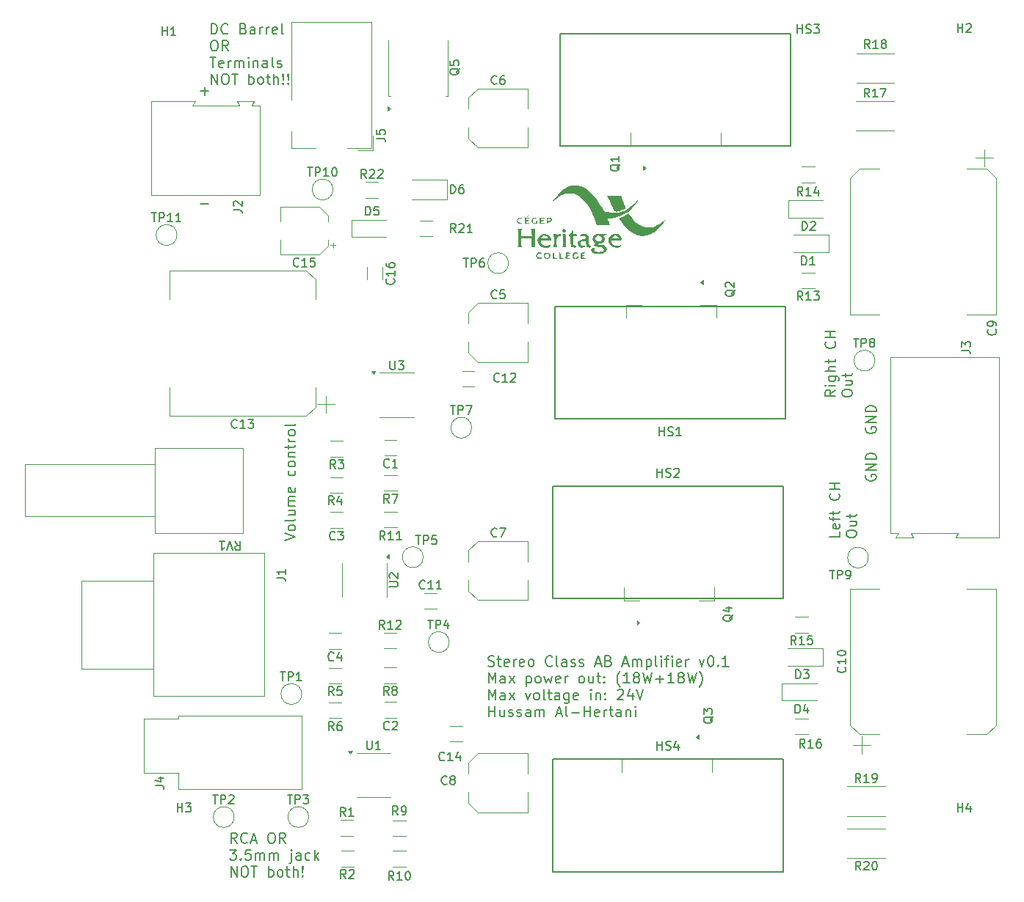
<source format=gto>
%TF.GenerationSoftware,KiCad,Pcbnew,8.0.0*%
%TF.CreationDate,2024-05-08T19:12:27-04:00*%
%TF.ProjectId,Basic Stereo Amp v2,42617369-6320-4537-9465-72656f20416d,rev?*%
%TF.SameCoordinates,Original*%
%TF.FileFunction,Legend,Top*%
%TF.FilePolarity,Positive*%
%FSLAX46Y46*%
G04 Gerber Fmt 4.6, Leading zero omitted, Abs format (unit mm)*
G04 Created by KiCad (PCBNEW 8.0.0) date 2024-05-08 19:12:27*
%MOMM*%
%LPD*%
G01*
G04 APERTURE LIST*
%ADD10C,0.200000*%
%ADD11C,0.150000*%
%ADD12C,0.120000*%
%ADD13C,0.000000*%
G04 APERTURE END LIST*
D10*
X108167292Y-51796943D02*
X108167292Y-50596943D01*
X108167292Y-50596943D02*
X108453006Y-50596943D01*
X108453006Y-50596943D02*
X108624435Y-50654086D01*
X108624435Y-50654086D02*
X108738720Y-50768372D01*
X108738720Y-50768372D02*
X108795863Y-50882658D01*
X108795863Y-50882658D02*
X108853006Y-51111229D01*
X108853006Y-51111229D02*
X108853006Y-51282658D01*
X108853006Y-51282658D02*
X108795863Y-51511229D01*
X108795863Y-51511229D02*
X108738720Y-51625515D01*
X108738720Y-51625515D02*
X108624435Y-51739801D01*
X108624435Y-51739801D02*
X108453006Y-51796943D01*
X108453006Y-51796943D02*
X108167292Y-51796943D01*
X110053006Y-51682658D02*
X109995863Y-51739801D01*
X109995863Y-51739801D02*
X109824435Y-51796943D01*
X109824435Y-51796943D02*
X109710149Y-51796943D01*
X109710149Y-51796943D02*
X109538720Y-51739801D01*
X109538720Y-51739801D02*
X109424435Y-51625515D01*
X109424435Y-51625515D02*
X109367292Y-51511229D01*
X109367292Y-51511229D02*
X109310149Y-51282658D01*
X109310149Y-51282658D02*
X109310149Y-51111229D01*
X109310149Y-51111229D02*
X109367292Y-50882658D01*
X109367292Y-50882658D02*
X109424435Y-50768372D01*
X109424435Y-50768372D02*
X109538720Y-50654086D01*
X109538720Y-50654086D02*
X109710149Y-50596943D01*
X109710149Y-50596943D02*
X109824435Y-50596943D01*
X109824435Y-50596943D02*
X109995863Y-50654086D01*
X109995863Y-50654086D02*
X110053006Y-50711229D01*
X111881578Y-51168372D02*
X112053006Y-51225515D01*
X112053006Y-51225515D02*
X112110149Y-51282658D01*
X112110149Y-51282658D02*
X112167292Y-51396943D01*
X112167292Y-51396943D02*
X112167292Y-51568372D01*
X112167292Y-51568372D02*
X112110149Y-51682658D01*
X112110149Y-51682658D02*
X112053006Y-51739801D01*
X112053006Y-51739801D02*
X111938721Y-51796943D01*
X111938721Y-51796943D02*
X111481578Y-51796943D01*
X111481578Y-51796943D02*
X111481578Y-50596943D01*
X111481578Y-50596943D02*
X111881578Y-50596943D01*
X111881578Y-50596943D02*
X111995864Y-50654086D01*
X111995864Y-50654086D02*
X112053006Y-50711229D01*
X112053006Y-50711229D02*
X112110149Y-50825515D01*
X112110149Y-50825515D02*
X112110149Y-50939801D01*
X112110149Y-50939801D02*
X112053006Y-51054086D01*
X112053006Y-51054086D02*
X111995864Y-51111229D01*
X111995864Y-51111229D02*
X111881578Y-51168372D01*
X111881578Y-51168372D02*
X111481578Y-51168372D01*
X113195864Y-51796943D02*
X113195864Y-51168372D01*
X113195864Y-51168372D02*
X113138721Y-51054086D01*
X113138721Y-51054086D02*
X113024435Y-50996943D01*
X113024435Y-50996943D02*
X112795864Y-50996943D01*
X112795864Y-50996943D02*
X112681578Y-51054086D01*
X113195864Y-51739801D02*
X113081578Y-51796943D01*
X113081578Y-51796943D02*
X112795864Y-51796943D01*
X112795864Y-51796943D02*
X112681578Y-51739801D01*
X112681578Y-51739801D02*
X112624435Y-51625515D01*
X112624435Y-51625515D02*
X112624435Y-51511229D01*
X112624435Y-51511229D02*
X112681578Y-51396943D01*
X112681578Y-51396943D02*
X112795864Y-51339801D01*
X112795864Y-51339801D02*
X113081578Y-51339801D01*
X113081578Y-51339801D02*
X113195864Y-51282658D01*
X113767292Y-51796943D02*
X113767292Y-50996943D01*
X113767292Y-51225515D02*
X113824435Y-51111229D01*
X113824435Y-51111229D02*
X113881578Y-51054086D01*
X113881578Y-51054086D02*
X113995863Y-50996943D01*
X113995863Y-50996943D02*
X114110149Y-50996943D01*
X114510149Y-51796943D02*
X114510149Y-50996943D01*
X114510149Y-51225515D02*
X114567292Y-51111229D01*
X114567292Y-51111229D02*
X114624435Y-51054086D01*
X114624435Y-51054086D02*
X114738720Y-50996943D01*
X114738720Y-50996943D02*
X114853006Y-50996943D01*
X115710149Y-51739801D02*
X115595863Y-51796943D01*
X115595863Y-51796943D02*
X115367292Y-51796943D01*
X115367292Y-51796943D02*
X115253006Y-51739801D01*
X115253006Y-51739801D02*
X115195863Y-51625515D01*
X115195863Y-51625515D02*
X115195863Y-51168372D01*
X115195863Y-51168372D02*
X115253006Y-51054086D01*
X115253006Y-51054086D02*
X115367292Y-50996943D01*
X115367292Y-50996943D02*
X115595863Y-50996943D01*
X115595863Y-50996943D02*
X115710149Y-51054086D01*
X115710149Y-51054086D02*
X115767292Y-51168372D01*
X115767292Y-51168372D02*
X115767292Y-51282658D01*
X115767292Y-51282658D02*
X115195863Y-51396943D01*
X116453005Y-51796943D02*
X116338720Y-51739801D01*
X116338720Y-51739801D02*
X116281577Y-51625515D01*
X116281577Y-51625515D02*
X116281577Y-50596943D01*
X108395863Y-52528876D02*
X108624435Y-52528876D01*
X108624435Y-52528876D02*
X108738720Y-52586019D01*
X108738720Y-52586019D02*
X108853006Y-52700305D01*
X108853006Y-52700305D02*
X108910149Y-52928876D01*
X108910149Y-52928876D02*
X108910149Y-53328876D01*
X108910149Y-53328876D02*
X108853006Y-53557448D01*
X108853006Y-53557448D02*
X108738720Y-53671734D01*
X108738720Y-53671734D02*
X108624435Y-53728876D01*
X108624435Y-53728876D02*
X108395863Y-53728876D01*
X108395863Y-53728876D02*
X108281578Y-53671734D01*
X108281578Y-53671734D02*
X108167292Y-53557448D01*
X108167292Y-53557448D02*
X108110149Y-53328876D01*
X108110149Y-53328876D02*
X108110149Y-52928876D01*
X108110149Y-52928876D02*
X108167292Y-52700305D01*
X108167292Y-52700305D02*
X108281578Y-52586019D01*
X108281578Y-52586019D02*
X108395863Y-52528876D01*
X110110149Y-53728876D02*
X109710149Y-53157448D01*
X109424435Y-53728876D02*
X109424435Y-52528876D01*
X109424435Y-52528876D02*
X109881578Y-52528876D01*
X109881578Y-52528876D02*
X109995863Y-52586019D01*
X109995863Y-52586019D02*
X110053006Y-52643162D01*
X110053006Y-52643162D02*
X110110149Y-52757448D01*
X110110149Y-52757448D02*
X110110149Y-52928876D01*
X110110149Y-52928876D02*
X110053006Y-53043162D01*
X110053006Y-53043162D02*
X109995863Y-53100305D01*
X109995863Y-53100305D02*
X109881578Y-53157448D01*
X109881578Y-53157448D02*
X109424435Y-53157448D01*
X107995863Y-54460809D02*
X108681578Y-54460809D01*
X108338720Y-55660809D02*
X108338720Y-54460809D01*
X109538721Y-55603667D02*
X109424435Y-55660809D01*
X109424435Y-55660809D02*
X109195864Y-55660809D01*
X109195864Y-55660809D02*
X109081578Y-55603667D01*
X109081578Y-55603667D02*
X109024435Y-55489381D01*
X109024435Y-55489381D02*
X109024435Y-55032238D01*
X109024435Y-55032238D02*
X109081578Y-54917952D01*
X109081578Y-54917952D02*
X109195864Y-54860809D01*
X109195864Y-54860809D02*
X109424435Y-54860809D01*
X109424435Y-54860809D02*
X109538721Y-54917952D01*
X109538721Y-54917952D02*
X109595864Y-55032238D01*
X109595864Y-55032238D02*
X109595864Y-55146524D01*
X109595864Y-55146524D02*
X109024435Y-55260809D01*
X110110149Y-55660809D02*
X110110149Y-54860809D01*
X110110149Y-55089381D02*
X110167292Y-54975095D01*
X110167292Y-54975095D02*
X110224435Y-54917952D01*
X110224435Y-54917952D02*
X110338720Y-54860809D01*
X110338720Y-54860809D02*
X110453006Y-54860809D01*
X110853006Y-55660809D02*
X110853006Y-54860809D01*
X110853006Y-54975095D02*
X110910149Y-54917952D01*
X110910149Y-54917952D02*
X111024434Y-54860809D01*
X111024434Y-54860809D02*
X111195863Y-54860809D01*
X111195863Y-54860809D02*
X111310149Y-54917952D01*
X111310149Y-54917952D02*
X111367292Y-55032238D01*
X111367292Y-55032238D02*
X111367292Y-55660809D01*
X111367292Y-55032238D02*
X111424434Y-54917952D01*
X111424434Y-54917952D02*
X111538720Y-54860809D01*
X111538720Y-54860809D02*
X111710149Y-54860809D01*
X111710149Y-54860809D02*
X111824434Y-54917952D01*
X111824434Y-54917952D02*
X111881577Y-55032238D01*
X111881577Y-55032238D02*
X111881577Y-55660809D01*
X112453006Y-55660809D02*
X112453006Y-54860809D01*
X112453006Y-54460809D02*
X112395863Y-54517952D01*
X112395863Y-54517952D02*
X112453006Y-54575095D01*
X112453006Y-54575095D02*
X112510149Y-54517952D01*
X112510149Y-54517952D02*
X112453006Y-54460809D01*
X112453006Y-54460809D02*
X112453006Y-54575095D01*
X113024435Y-54860809D02*
X113024435Y-55660809D01*
X113024435Y-54975095D02*
X113081578Y-54917952D01*
X113081578Y-54917952D02*
X113195863Y-54860809D01*
X113195863Y-54860809D02*
X113367292Y-54860809D01*
X113367292Y-54860809D02*
X113481578Y-54917952D01*
X113481578Y-54917952D02*
X113538721Y-55032238D01*
X113538721Y-55032238D02*
X113538721Y-55660809D01*
X114624435Y-55660809D02*
X114624435Y-55032238D01*
X114624435Y-55032238D02*
X114567292Y-54917952D01*
X114567292Y-54917952D02*
X114453006Y-54860809D01*
X114453006Y-54860809D02*
X114224435Y-54860809D01*
X114224435Y-54860809D02*
X114110149Y-54917952D01*
X114624435Y-55603667D02*
X114510149Y-55660809D01*
X114510149Y-55660809D02*
X114224435Y-55660809D01*
X114224435Y-55660809D02*
X114110149Y-55603667D01*
X114110149Y-55603667D02*
X114053006Y-55489381D01*
X114053006Y-55489381D02*
X114053006Y-55375095D01*
X114053006Y-55375095D02*
X114110149Y-55260809D01*
X114110149Y-55260809D02*
X114224435Y-55203667D01*
X114224435Y-55203667D02*
X114510149Y-55203667D01*
X114510149Y-55203667D02*
X114624435Y-55146524D01*
X115367291Y-55660809D02*
X115253006Y-55603667D01*
X115253006Y-55603667D02*
X115195863Y-55489381D01*
X115195863Y-55489381D02*
X115195863Y-54460809D01*
X115767291Y-55603667D02*
X115881577Y-55660809D01*
X115881577Y-55660809D02*
X116110148Y-55660809D01*
X116110148Y-55660809D02*
X116224434Y-55603667D01*
X116224434Y-55603667D02*
X116281577Y-55489381D01*
X116281577Y-55489381D02*
X116281577Y-55432238D01*
X116281577Y-55432238D02*
X116224434Y-55317952D01*
X116224434Y-55317952D02*
X116110148Y-55260809D01*
X116110148Y-55260809D02*
X115938720Y-55260809D01*
X115938720Y-55260809D02*
X115824434Y-55203667D01*
X115824434Y-55203667D02*
X115767291Y-55089381D01*
X115767291Y-55089381D02*
X115767291Y-55032238D01*
X115767291Y-55032238D02*
X115824434Y-54917952D01*
X115824434Y-54917952D02*
X115938720Y-54860809D01*
X115938720Y-54860809D02*
X116110148Y-54860809D01*
X116110148Y-54860809D02*
X116224434Y-54917952D01*
X108167292Y-57592742D02*
X108167292Y-56392742D01*
X108167292Y-56392742D02*
X108853006Y-57592742D01*
X108853006Y-57592742D02*
X108853006Y-56392742D01*
X109653006Y-56392742D02*
X109881578Y-56392742D01*
X109881578Y-56392742D02*
X109995863Y-56449885D01*
X109995863Y-56449885D02*
X110110149Y-56564171D01*
X110110149Y-56564171D02*
X110167292Y-56792742D01*
X110167292Y-56792742D02*
X110167292Y-57192742D01*
X110167292Y-57192742D02*
X110110149Y-57421314D01*
X110110149Y-57421314D02*
X109995863Y-57535600D01*
X109995863Y-57535600D02*
X109881578Y-57592742D01*
X109881578Y-57592742D02*
X109653006Y-57592742D01*
X109653006Y-57592742D02*
X109538721Y-57535600D01*
X109538721Y-57535600D02*
X109424435Y-57421314D01*
X109424435Y-57421314D02*
X109367292Y-57192742D01*
X109367292Y-57192742D02*
X109367292Y-56792742D01*
X109367292Y-56792742D02*
X109424435Y-56564171D01*
X109424435Y-56564171D02*
X109538721Y-56449885D01*
X109538721Y-56449885D02*
X109653006Y-56392742D01*
X110510149Y-56392742D02*
X111195864Y-56392742D01*
X110853006Y-57592742D02*
X110853006Y-56392742D01*
X112510150Y-57592742D02*
X112510150Y-56392742D01*
X112510150Y-56849885D02*
X112624436Y-56792742D01*
X112624436Y-56792742D02*
X112853007Y-56792742D01*
X112853007Y-56792742D02*
X112967293Y-56849885D01*
X112967293Y-56849885D02*
X113024436Y-56907028D01*
X113024436Y-56907028D02*
X113081578Y-57021314D01*
X113081578Y-57021314D02*
X113081578Y-57364171D01*
X113081578Y-57364171D02*
X113024436Y-57478457D01*
X113024436Y-57478457D02*
X112967293Y-57535600D01*
X112967293Y-57535600D02*
X112853007Y-57592742D01*
X112853007Y-57592742D02*
X112624436Y-57592742D01*
X112624436Y-57592742D02*
X112510150Y-57535600D01*
X113767292Y-57592742D02*
X113653007Y-57535600D01*
X113653007Y-57535600D02*
X113595864Y-57478457D01*
X113595864Y-57478457D02*
X113538721Y-57364171D01*
X113538721Y-57364171D02*
X113538721Y-57021314D01*
X113538721Y-57021314D02*
X113595864Y-56907028D01*
X113595864Y-56907028D02*
X113653007Y-56849885D01*
X113653007Y-56849885D02*
X113767292Y-56792742D01*
X113767292Y-56792742D02*
X113938721Y-56792742D01*
X113938721Y-56792742D02*
X114053007Y-56849885D01*
X114053007Y-56849885D02*
X114110150Y-56907028D01*
X114110150Y-56907028D02*
X114167292Y-57021314D01*
X114167292Y-57021314D02*
X114167292Y-57364171D01*
X114167292Y-57364171D02*
X114110150Y-57478457D01*
X114110150Y-57478457D02*
X114053007Y-57535600D01*
X114053007Y-57535600D02*
X113938721Y-57592742D01*
X113938721Y-57592742D02*
X113767292Y-57592742D01*
X114510149Y-56792742D02*
X114967292Y-56792742D01*
X114681578Y-56392742D02*
X114681578Y-57421314D01*
X114681578Y-57421314D02*
X114738721Y-57535600D01*
X114738721Y-57535600D02*
X114853006Y-57592742D01*
X114853006Y-57592742D02*
X114967292Y-57592742D01*
X115367292Y-57592742D02*
X115367292Y-56392742D01*
X115881578Y-57592742D02*
X115881578Y-56964171D01*
X115881578Y-56964171D02*
X115824435Y-56849885D01*
X115824435Y-56849885D02*
X115710149Y-56792742D01*
X115710149Y-56792742D02*
X115538720Y-56792742D01*
X115538720Y-56792742D02*
X115424435Y-56849885D01*
X115424435Y-56849885D02*
X115367292Y-56907028D01*
X116453006Y-57478457D02*
X116510149Y-57535600D01*
X116510149Y-57535600D02*
X116453006Y-57592742D01*
X116453006Y-57592742D02*
X116395863Y-57535600D01*
X116395863Y-57535600D02*
X116453006Y-57478457D01*
X116453006Y-57478457D02*
X116453006Y-57592742D01*
X116453006Y-57135600D02*
X116395863Y-56449885D01*
X116395863Y-56449885D02*
X116453006Y-56392742D01*
X116453006Y-56392742D02*
X116510149Y-56449885D01*
X116510149Y-56449885D02*
X116453006Y-57135600D01*
X116453006Y-57135600D02*
X116453006Y-56392742D01*
X117024435Y-57478457D02*
X117081578Y-57535600D01*
X117081578Y-57535600D02*
X117024435Y-57592742D01*
X117024435Y-57592742D02*
X116967292Y-57535600D01*
X116967292Y-57535600D02*
X117024435Y-57478457D01*
X117024435Y-57478457D02*
X117024435Y-57592742D01*
X117024435Y-57135600D02*
X116967292Y-56449885D01*
X116967292Y-56449885D02*
X117024435Y-56392742D01*
X117024435Y-56392742D02*
X117081578Y-56449885D01*
X117081578Y-56449885D02*
X117024435Y-57135600D01*
X117024435Y-57135600D02*
X117024435Y-56392742D01*
X111103006Y-145228876D02*
X110703006Y-144657448D01*
X110417292Y-145228876D02*
X110417292Y-144028876D01*
X110417292Y-144028876D02*
X110874435Y-144028876D01*
X110874435Y-144028876D02*
X110988720Y-144086019D01*
X110988720Y-144086019D02*
X111045863Y-144143162D01*
X111045863Y-144143162D02*
X111103006Y-144257448D01*
X111103006Y-144257448D02*
X111103006Y-144428876D01*
X111103006Y-144428876D02*
X111045863Y-144543162D01*
X111045863Y-144543162D02*
X110988720Y-144600305D01*
X110988720Y-144600305D02*
X110874435Y-144657448D01*
X110874435Y-144657448D02*
X110417292Y-144657448D01*
X112303006Y-145114591D02*
X112245863Y-145171734D01*
X112245863Y-145171734D02*
X112074435Y-145228876D01*
X112074435Y-145228876D02*
X111960149Y-145228876D01*
X111960149Y-145228876D02*
X111788720Y-145171734D01*
X111788720Y-145171734D02*
X111674435Y-145057448D01*
X111674435Y-145057448D02*
X111617292Y-144943162D01*
X111617292Y-144943162D02*
X111560149Y-144714591D01*
X111560149Y-144714591D02*
X111560149Y-144543162D01*
X111560149Y-144543162D02*
X111617292Y-144314591D01*
X111617292Y-144314591D02*
X111674435Y-144200305D01*
X111674435Y-144200305D02*
X111788720Y-144086019D01*
X111788720Y-144086019D02*
X111960149Y-144028876D01*
X111960149Y-144028876D02*
X112074435Y-144028876D01*
X112074435Y-144028876D02*
X112245863Y-144086019D01*
X112245863Y-144086019D02*
X112303006Y-144143162D01*
X112760149Y-144886019D02*
X113331578Y-144886019D01*
X112645863Y-145228876D02*
X113045863Y-144028876D01*
X113045863Y-144028876D02*
X113445863Y-145228876D01*
X114988720Y-144028876D02*
X115217292Y-144028876D01*
X115217292Y-144028876D02*
X115331577Y-144086019D01*
X115331577Y-144086019D02*
X115445863Y-144200305D01*
X115445863Y-144200305D02*
X115503006Y-144428876D01*
X115503006Y-144428876D02*
X115503006Y-144828876D01*
X115503006Y-144828876D02*
X115445863Y-145057448D01*
X115445863Y-145057448D02*
X115331577Y-145171734D01*
X115331577Y-145171734D02*
X115217292Y-145228876D01*
X115217292Y-145228876D02*
X114988720Y-145228876D01*
X114988720Y-145228876D02*
X114874435Y-145171734D01*
X114874435Y-145171734D02*
X114760149Y-145057448D01*
X114760149Y-145057448D02*
X114703006Y-144828876D01*
X114703006Y-144828876D02*
X114703006Y-144428876D01*
X114703006Y-144428876D02*
X114760149Y-144200305D01*
X114760149Y-144200305D02*
X114874435Y-144086019D01*
X114874435Y-144086019D02*
X114988720Y-144028876D01*
X116703006Y-145228876D02*
X116303006Y-144657448D01*
X116017292Y-145228876D02*
X116017292Y-144028876D01*
X116017292Y-144028876D02*
X116474435Y-144028876D01*
X116474435Y-144028876D02*
X116588720Y-144086019D01*
X116588720Y-144086019D02*
X116645863Y-144143162D01*
X116645863Y-144143162D02*
X116703006Y-144257448D01*
X116703006Y-144257448D02*
X116703006Y-144428876D01*
X116703006Y-144428876D02*
X116645863Y-144543162D01*
X116645863Y-144543162D02*
X116588720Y-144600305D01*
X116588720Y-144600305D02*
X116474435Y-144657448D01*
X116474435Y-144657448D02*
X116017292Y-144657448D01*
X110303006Y-145960809D02*
X111045863Y-145960809D01*
X111045863Y-145960809D02*
X110645863Y-146417952D01*
X110645863Y-146417952D02*
X110817292Y-146417952D01*
X110817292Y-146417952D02*
X110931578Y-146475095D01*
X110931578Y-146475095D02*
X110988720Y-146532238D01*
X110988720Y-146532238D02*
X111045863Y-146646524D01*
X111045863Y-146646524D02*
X111045863Y-146932238D01*
X111045863Y-146932238D02*
X110988720Y-147046524D01*
X110988720Y-147046524D02*
X110931578Y-147103667D01*
X110931578Y-147103667D02*
X110817292Y-147160809D01*
X110817292Y-147160809D02*
X110474435Y-147160809D01*
X110474435Y-147160809D02*
X110360149Y-147103667D01*
X110360149Y-147103667D02*
X110303006Y-147046524D01*
X111560149Y-147046524D02*
X111617292Y-147103667D01*
X111617292Y-147103667D02*
X111560149Y-147160809D01*
X111560149Y-147160809D02*
X111503006Y-147103667D01*
X111503006Y-147103667D02*
X111560149Y-147046524D01*
X111560149Y-147046524D02*
X111560149Y-147160809D01*
X112703006Y-145960809D02*
X112131578Y-145960809D01*
X112131578Y-145960809D02*
X112074435Y-146532238D01*
X112074435Y-146532238D02*
X112131578Y-146475095D01*
X112131578Y-146475095D02*
X112245864Y-146417952D01*
X112245864Y-146417952D02*
X112531578Y-146417952D01*
X112531578Y-146417952D02*
X112645864Y-146475095D01*
X112645864Y-146475095D02*
X112703006Y-146532238D01*
X112703006Y-146532238D02*
X112760149Y-146646524D01*
X112760149Y-146646524D02*
X112760149Y-146932238D01*
X112760149Y-146932238D02*
X112703006Y-147046524D01*
X112703006Y-147046524D02*
X112645864Y-147103667D01*
X112645864Y-147103667D02*
X112531578Y-147160809D01*
X112531578Y-147160809D02*
X112245864Y-147160809D01*
X112245864Y-147160809D02*
X112131578Y-147103667D01*
X112131578Y-147103667D02*
X112074435Y-147046524D01*
X113274435Y-147160809D02*
X113274435Y-146360809D01*
X113274435Y-146475095D02*
X113331578Y-146417952D01*
X113331578Y-146417952D02*
X113445863Y-146360809D01*
X113445863Y-146360809D02*
X113617292Y-146360809D01*
X113617292Y-146360809D02*
X113731578Y-146417952D01*
X113731578Y-146417952D02*
X113788721Y-146532238D01*
X113788721Y-146532238D02*
X113788721Y-147160809D01*
X113788721Y-146532238D02*
X113845863Y-146417952D01*
X113845863Y-146417952D02*
X113960149Y-146360809D01*
X113960149Y-146360809D02*
X114131578Y-146360809D01*
X114131578Y-146360809D02*
X114245863Y-146417952D01*
X114245863Y-146417952D02*
X114303006Y-146532238D01*
X114303006Y-146532238D02*
X114303006Y-147160809D01*
X114874435Y-147160809D02*
X114874435Y-146360809D01*
X114874435Y-146475095D02*
X114931578Y-146417952D01*
X114931578Y-146417952D02*
X115045863Y-146360809D01*
X115045863Y-146360809D02*
X115217292Y-146360809D01*
X115217292Y-146360809D02*
X115331578Y-146417952D01*
X115331578Y-146417952D02*
X115388721Y-146532238D01*
X115388721Y-146532238D02*
X115388721Y-147160809D01*
X115388721Y-146532238D02*
X115445863Y-146417952D01*
X115445863Y-146417952D02*
X115560149Y-146360809D01*
X115560149Y-146360809D02*
X115731578Y-146360809D01*
X115731578Y-146360809D02*
X115845863Y-146417952D01*
X115845863Y-146417952D02*
X115903006Y-146532238D01*
X115903006Y-146532238D02*
X115903006Y-147160809D01*
X117388721Y-146360809D02*
X117388721Y-147389381D01*
X117388721Y-147389381D02*
X117331578Y-147503667D01*
X117331578Y-147503667D02*
X117217292Y-147560809D01*
X117217292Y-147560809D02*
X117160149Y-147560809D01*
X117388721Y-145960809D02*
X117331578Y-146017952D01*
X117331578Y-146017952D02*
X117388721Y-146075095D01*
X117388721Y-146075095D02*
X117445864Y-146017952D01*
X117445864Y-146017952D02*
X117388721Y-145960809D01*
X117388721Y-145960809D02*
X117388721Y-146075095D01*
X118474436Y-147160809D02*
X118474436Y-146532238D01*
X118474436Y-146532238D02*
X118417293Y-146417952D01*
X118417293Y-146417952D02*
X118303007Y-146360809D01*
X118303007Y-146360809D02*
X118074436Y-146360809D01*
X118074436Y-146360809D02*
X117960150Y-146417952D01*
X118474436Y-147103667D02*
X118360150Y-147160809D01*
X118360150Y-147160809D02*
X118074436Y-147160809D01*
X118074436Y-147160809D02*
X117960150Y-147103667D01*
X117960150Y-147103667D02*
X117903007Y-146989381D01*
X117903007Y-146989381D02*
X117903007Y-146875095D01*
X117903007Y-146875095D02*
X117960150Y-146760809D01*
X117960150Y-146760809D02*
X118074436Y-146703667D01*
X118074436Y-146703667D02*
X118360150Y-146703667D01*
X118360150Y-146703667D02*
X118474436Y-146646524D01*
X119560150Y-147103667D02*
X119445864Y-147160809D01*
X119445864Y-147160809D02*
X119217292Y-147160809D01*
X119217292Y-147160809D02*
X119103007Y-147103667D01*
X119103007Y-147103667D02*
X119045864Y-147046524D01*
X119045864Y-147046524D02*
X118988721Y-146932238D01*
X118988721Y-146932238D02*
X118988721Y-146589381D01*
X118988721Y-146589381D02*
X119045864Y-146475095D01*
X119045864Y-146475095D02*
X119103007Y-146417952D01*
X119103007Y-146417952D02*
X119217292Y-146360809D01*
X119217292Y-146360809D02*
X119445864Y-146360809D01*
X119445864Y-146360809D02*
X119560150Y-146417952D01*
X120074435Y-147160809D02*
X120074435Y-145960809D01*
X120188721Y-146703667D02*
X120531578Y-147160809D01*
X120531578Y-146360809D02*
X120074435Y-146817952D01*
X110417292Y-149092742D02*
X110417292Y-147892742D01*
X110417292Y-147892742D02*
X111103006Y-149092742D01*
X111103006Y-149092742D02*
X111103006Y-147892742D01*
X111903006Y-147892742D02*
X112131578Y-147892742D01*
X112131578Y-147892742D02*
X112245863Y-147949885D01*
X112245863Y-147949885D02*
X112360149Y-148064171D01*
X112360149Y-148064171D02*
X112417292Y-148292742D01*
X112417292Y-148292742D02*
X112417292Y-148692742D01*
X112417292Y-148692742D02*
X112360149Y-148921314D01*
X112360149Y-148921314D02*
X112245863Y-149035600D01*
X112245863Y-149035600D02*
X112131578Y-149092742D01*
X112131578Y-149092742D02*
X111903006Y-149092742D01*
X111903006Y-149092742D02*
X111788721Y-149035600D01*
X111788721Y-149035600D02*
X111674435Y-148921314D01*
X111674435Y-148921314D02*
X111617292Y-148692742D01*
X111617292Y-148692742D02*
X111617292Y-148292742D01*
X111617292Y-148292742D02*
X111674435Y-148064171D01*
X111674435Y-148064171D02*
X111788721Y-147949885D01*
X111788721Y-147949885D02*
X111903006Y-147892742D01*
X112760149Y-147892742D02*
X113445864Y-147892742D01*
X113103006Y-149092742D02*
X113103006Y-147892742D01*
X114760150Y-149092742D02*
X114760150Y-147892742D01*
X114760150Y-148349885D02*
X114874436Y-148292742D01*
X114874436Y-148292742D02*
X115103007Y-148292742D01*
X115103007Y-148292742D02*
X115217293Y-148349885D01*
X115217293Y-148349885D02*
X115274436Y-148407028D01*
X115274436Y-148407028D02*
X115331578Y-148521314D01*
X115331578Y-148521314D02*
X115331578Y-148864171D01*
X115331578Y-148864171D02*
X115274436Y-148978457D01*
X115274436Y-148978457D02*
X115217293Y-149035600D01*
X115217293Y-149035600D02*
X115103007Y-149092742D01*
X115103007Y-149092742D02*
X114874436Y-149092742D01*
X114874436Y-149092742D02*
X114760150Y-149035600D01*
X116017292Y-149092742D02*
X115903007Y-149035600D01*
X115903007Y-149035600D02*
X115845864Y-148978457D01*
X115845864Y-148978457D02*
X115788721Y-148864171D01*
X115788721Y-148864171D02*
X115788721Y-148521314D01*
X115788721Y-148521314D02*
X115845864Y-148407028D01*
X115845864Y-148407028D02*
X115903007Y-148349885D01*
X115903007Y-148349885D02*
X116017292Y-148292742D01*
X116017292Y-148292742D02*
X116188721Y-148292742D01*
X116188721Y-148292742D02*
X116303007Y-148349885D01*
X116303007Y-148349885D02*
X116360150Y-148407028D01*
X116360150Y-148407028D02*
X116417292Y-148521314D01*
X116417292Y-148521314D02*
X116417292Y-148864171D01*
X116417292Y-148864171D02*
X116360150Y-148978457D01*
X116360150Y-148978457D02*
X116303007Y-149035600D01*
X116303007Y-149035600D02*
X116188721Y-149092742D01*
X116188721Y-149092742D02*
X116017292Y-149092742D01*
X116760149Y-148292742D02*
X117217292Y-148292742D01*
X116931578Y-147892742D02*
X116931578Y-148921314D01*
X116931578Y-148921314D02*
X116988721Y-149035600D01*
X116988721Y-149035600D02*
X117103006Y-149092742D01*
X117103006Y-149092742D02*
X117217292Y-149092742D01*
X117617292Y-149092742D02*
X117617292Y-147892742D01*
X118131578Y-149092742D02*
X118131578Y-148464171D01*
X118131578Y-148464171D02*
X118074435Y-148349885D01*
X118074435Y-148349885D02*
X117960149Y-148292742D01*
X117960149Y-148292742D02*
X117788720Y-148292742D01*
X117788720Y-148292742D02*
X117674435Y-148349885D01*
X117674435Y-148349885D02*
X117617292Y-148407028D01*
X118703006Y-148978457D02*
X118760149Y-149035600D01*
X118760149Y-149035600D02*
X118703006Y-149092742D01*
X118703006Y-149092742D02*
X118645863Y-149035600D01*
X118645863Y-149035600D02*
X118703006Y-148978457D01*
X118703006Y-148978457D02*
X118703006Y-149092742D01*
X118703006Y-148635600D02*
X118645863Y-147949885D01*
X118645863Y-147949885D02*
X118703006Y-147892742D01*
X118703006Y-147892742D02*
X118760149Y-147949885D01*
X118760149Y-147949885D02*
X118703006Y-148635600D01*
X118703006Y-148635600D02*
X118703006Y-147892742D01*
X180160809Y-92896993D02*
X179589381Y-93296993D01*
X180160809Y-93582707D02*
X178960809Y-93582707D01*
X178960809Y-93582707D02*
X178960809Y-93125564D01*
X178960809Y-93125564D02*
X179017952Y-93011279D01*
X179017952Y-93011279D02*
X179075095Y-92954136D01*
X179075095Y-92954136D02*
X179189381Y-92896993D01*
X179189381Y-92896993D02*
X179360809Y-92896993D01*
X179360809Y-92896993D02*
X179475095Y-92954136D01*
X179475095Y-92954136D02*
X179532238Y-93011279D01*
X179532238Y-93011279D02*
X179589381Y-93125564D01*
X179589381Y-93125564D02*
X179589381Y-93582707D01*
X180160809Y-92382707D02*
X179360809Y-92382707D01*
X178960809Y-92382707D02*
X179017952Y-92439850D01*
X179017952Y-92439850D02*
X179075095Y-92382707D01*
X179075095Y-92382707D02*
X179017952Y-92325564D01*
X179017952Y-92325564D02*
X178960809Y-92382707D01*
X178960809Y-92382707D02*
X179075095Y-92382707D01*
X179360809Y-91296993D02*
X180332238Y-91296993D01*
X180332238Y-91296993D02*
X180446524Y-91354135D01*
X180446524Y-91354135D02*
X180503667Y-91411278D01*
X180503667Y-91411278D02*
X180560809Y-91525564D01*
X180560809Y-91525564D02*
X180560809Y-91696993D01*
X180560809Y-91696993D02*
X180503667Y-91811278D01*
X180103667Y-91296993D02*
X180160809Y-91411278D01*
X180160809Y-91411278D02*
X180160809Y-91639850D01*
X180160809Y-91639850D02*
X180103667Y-91754135D01*
X180103667Y-91754135D02*
X180046524Y-91811278D01*
X180046524Y-91811278D02*
X179932238Y-91868421D01*
X179932238Y-91868421D02*
X179589381Y-91868421D01*
X179589381Y-91868421D02*
X179475095Y-91811278D01*
X179475095Y-91811278D02*
X179417952Y-91754135D01*
X179417952Y-91754135D02*
X179360809Y-91639850D01*
X179360809Y-91639850D02*
X179360809Y-91411278D01*
X179360809Y-91411278D02*
X179417952Y-91296993D01*
X180160809Y-90725564D02*
X178960809Y-90725564D01*
X180160809Y-90211279D02*
X179532238Y-90211279D01*
X179532238Y-90211279D02*
X179417952Y-90268421D01*
X179417952Y-90268421D02*
X179360809Y-90382707D01*
X179360809Y-90382707D02*
X179360809Y-90554136D01*
X179360809Y-90554136D02*
X179417952Y-90668421D01*
X179417952Y-90668421D02*
X179475095Y-90725564D01*
X179360809Y-89811279D02*
X179360809Y-89354136D01*
X178960809Y-89639850D02*
X179989381Y-89639850D01*
X179989381Y-89639850D02*
X180103667Y-89582707D01*
X180103667Y-89582707D02*
X180160809Y-89468422D01*
X180160809Y-89468422D02*
X180160809Y-89354136D01*
X180046524Y-87354136D02*
X180103667Y-87411279D01*
X180103667Y-87411279D02*
X180160809Y-87582707D01*
X180160809Y-87582707D02*
X180160809Y-87696993D01*
X180160809Y-87696993D02*
X180103667Y-87868422D01*
X180103667Y-87868422D02*
X179989381Y-87982707D01*
X179989381Y-87982707D02*
X179875095Y-88039850D01*
X179875095Y-88039850D02*
X179646524Y-88096993D01*
X179646524Y-88096993D02*
X179475095Y-88096993D01*
X179475095Y-88096993D02*
X179246524Y-88039850D01*
X179246524Y-88039850D02*
X179132238Y-87982707D01*
X179132238Y-87982707D02*
X179017952Y-87868422D01*
X179017952Y-87868422D02*
X178960809Y-87696993D01*
X178960809Y-87696993D02*
X178960809Y-87582707D01*
X178960809Y-87582707D02*
X179017952Y-87411279D01*
X179017952Y-87411279D02*
X179075095Y-87354136D01*
X180160809Y-86839850D02*
X178960809Y-86839850D01*
X179532238Y-86839850D02*
X179532238Y-86154136D01*
X180160809Y-86154136D02*
X178960809Y-86154136D01*
X180892742Y-93354136D02*
X180892742Y-93125564D01*
X180892742Y-93125564D02*
X180949885Y-93011279D01*
X180949885Y-93011279D02*
X181064171Y-92896993D01*
X181064171Y-92896993D02*
X181292742Y-92839850D01*
X181292742Y-92839850D02*
X181692742Y-92839850D01*
X181692742Y-92839850D02*
X181921314Y-92896993D01*
X181921314Y-92896993D02*
X182035600Y-93011279D01*
X182035600Y-93011279D02*
X182092742Y-93125564D01*
X182092742Y-93125564D02*
X182092742Y-93354136D01*
X182092742Y-93354136D02*
X182035600Y-93468422D01*
X182035600Y-93468422D02*
X181921314Y-93582707D01*
X181921314Y-93582707D02*
X181692742Y-93639850D01*
X181692742Y-93639850D02*
X181292742Y-93639850D01*
X181292742Y-93639850D02*
X181064171Y-93582707D01*
X181064171Y-93582707D02*
X180949885Y-93468422D01*
X180949885Y-93468422D02*
X180892742Y-93354136D01*
X181292742Y-91811279D02*
X182092742Y-91811279D01*
X181292742Y-92325564D02*
X181921314Y-92325564D01*
X181921314Y-92325564D02*
X182035600Y-92268421D01*
X182035600Y-92268421D02*
X182092742Y-92154136D01*
X182092742Y-92154136D02*
X182092742Y-91982707D01*
X182092742Y-91982707D02*
X182035600Y-91868421D01*
X182035600Y-91868421D02*
X181978457Y-91811279D01*
X181292742Y-91411279D02*
X181292742Y-90954136D01*
X180892742Y-91239850D02*
X181921314Y-91239850D01*
X181921314Y-91239850D02*
X182035600Y-91182707D01*
X182035600Y-91182707D02*
X182092742Y-91068422D01*
X182092742Y-91068422D02*
X182092742Y-90954136D01*
X106917292Y-71385600D02*
X107831578Y-71385600D01*
X180660809Y-109261279D02*
X180660809Y-109832707D01*
X180660809Y-109832707D02*
X179460809Y-109832707D01*
X180603667Y-108404135D02*
X180660809Y-108518421D01*
X180660809Y-108518421D02*
X180660809Y-108746993D01*
X180660809Y-108746993D02*
X180603667Y-108861278D01*
X180603667Y-108861278D02*
X180489381Y-108918421D01*
X180489381Y-108918421D02*
X180032238Y-108918421D01*
X180032238Y-108918421D02*
X179917952Y-108861278D01*
X179917952Y-108861278D02*
X179860809Y-108746993D01*
X179860809Y-108746993D02*
X179860809Y-108518421D01*
X179860809Y-108518421D02*
X179917952Y-108404135D01*
X179917952Y-108404135D02*
X180032238Y-108346993D01*
X180032238Y-108346993D02*
X180146524Y-108346993D01*
X180146524Y-108346993D02*
X180260809Y-108918421D01*
X179860809Y-108004136D02*
X179860809Y-107546993D01*
X180660809Y-107832707D02*
X179632238Y-107832707D01*
X179632238Y-107832707D02*
X179517952Y-107775564D01*
X179517952Y-107775564D02*
X179460809Y-107661279D01*
X179460809Y-107661279D02*
X179460809Y-107546993D01*
X179860809Y-107318422D02*
X179860809Y-106861279D01*
X179460809Y-107146993D02*
X180489381Y-107146993D01*
X180489381Y-107146993D02*
X180603667Y-107089850D01*
X180603667Y-107089850D02*
X180660809Y-106975565D01*
X180660809Y-106975565D02*
X180660809Y-106861279D01*
X180546524Y-104861279D02*
X180603667Y-104918422D01*
X180603667Y-104918422D02*
X180660809Y-105089850D01*
X180660809Y-105089850D02*
X180660809Y-105204136D01*
X180660809Y-105204136D02*
X180603667Y-105375565D01*
X180603667Y-105375565D02*
X180489381Y-105489850D01*
X180489381Y-105489850D02*
X180375095Y-105546993D01*
X180375095Y-105546993D02*
X180146524Y-105604136D01*
X180146524Y-105604136D02*
X179975095Y-105604136D01*
X179975095Y-105604136D02*
X179746524Y-105546993D01*
X179746524Y-105546993D02*
X179632238Y-105489850D01*
X179632238Y-105489850D02*
X179517952Y-105375565D01*
X179517952Y-105375565D02*
X179460809Y-105204136D01*
X179460809Y-105204136D02*
X179460809Y-105089850D01*
X179460809Y-105089850D02*
X179517952Y-104918422D01*
X179517952Y-104918422D02*
X179575095Y-104861279D01*
X180660809Y-104346993D02*
X179460809Y-104346993D01*
X180032238Y-104346993D02*
X180032238Y-103661279D01*
X180660809Y-103661279D02*
X179460809Y-103661279D01*
X181392742Y-109604136D02*
X181392742Y-109375564D01*
X181392742Y-109375564D02*
X181449885Y-109261279D01*
X181449885Y-109261279D02*
X181564171Y-109146993D01*
X181564171Y-109146993D02*
X181792742Y-109089850D01*
X181792742Y-109089850D02*
X182192742Y-109089850D01*
X182192742Y-109089850D02*
X182421314Y-109146993D01*
X182421314Y-109146993D02*
X182535600Y-109261279D01*
X182535600Y-109261279D02*
X182592742Y-109375564D01*
X182592742Y-109375564D02*
X182592742Y-109604136D01*
X182592742Y-109604136D02*
X182535600Y-109718422D01*
X182535600Y-109718422D02*
X182421314Y-109832707D01*
X182421314Y-109832707D02*
X182192742Y-109889850D01*
X182192742Y-109889850D02*
X181792742Y-109889850D01*
X181792742Y-109889850D02*
X181564171Y-109832707D01*
X181564171Y-109832707D02*
X181449885Y-109718422D01*
X181449885Y-109718422D02*
X181392742Y-109604136D01*
X181792742Y-108061279D02*
X182592742Y-108061279D01*
X181792742Y-108575564D02*
X182421314Y-108575564D01*
X182421314Y-108575564D02*
X182535600Y-108518421D01*
X182535600Y-108518421D02*
X182592742Y-108404136D01*
X182592742Y-108404136D02*
X182592742Y-108232707D01*
X182592742Y-108232707D02*
X182535600Y-108118421D01*
X182535600Y-108118421D02*
X182478457Y-108061279D01*
X181792742Y-107661279D02*
X181792742Y-107204136D01*
X181392742Y-107489850D02*
X182421314Y-107489850D01*
X182421314Y-107489850D02*
X182535600Y-107432707D01*
X182535600Y-107432707D02*
X182592742Y-107318422D01*
X182592742Y-107318422D02*
X182592742Y-107204136D01*
X140110149Y-124739801D02*
X140281578Y-124796943D01*
X140281578Y-124796943D02*
X140567292Y-124796943D01*
X140567292Y-124796943D02*
X140681578Y-124739801D01*
X140681578Y-124739801D02*
X140738720Y-124682658D01*
X140738720Y-124682658D02*
X140795863Y-124568372D01*
X140795863Y-124568372D02*
X140795863Y-124454086D01*
X140795863Y-124454086D02*
X140738720Y-124339801D01*
X140738720Y-124339801D02*
X140681578Y-124282658D01*
X140681578Y-124282658D02*
X140567292Y-124225515D01*
X140567292Y-124225515D02*
X140338720Y-124168372D01*
X140338720Y-124168372D02*
X140224435Y-124111229D01*
X140224435Y-124111229D02*
X140167292Y-124054086D01*
X140167292Y-124054086D02*
X140110149Y-123939801D01*
X140110149Y-123939801D02*
X140110149Y-123825515D01*
X140110149Y-123825515D02*
X140167292Y-123711229D01*
X140167292Y-123711229D02*
X140224435Y-123654086D01*
X140224435Y-123654086D02*
X140338720Y-123596943D01*
X140338720Y-123596943D02*
X140624435Y-123596943D01*
X140624435Y-123596943D02*
X140795863Y-123654086D01*
X141138720Y-123996943D02*
X141595863Y-123996943D01*
X141310149Y-123596943D02*
X141310149Y-124625515D01*
X141310149Y-124625515D02*
X141367292Y-124739801D01*
X141367292Y-124739801D02*
X141481577Y-124796943D01*
X141481577Y-124796943D02*
X141595863Y-124796943D01*
X142453006Y-124739801D02*
X142338720Y-124796943D01*
X142338720Y-124796943D02*
X142110149Y-124796943D01*
X142110149Y-124796943D02*
X141995863Y-124739801D01*
X141995863Y-124739801D02*
X141938720Y-124625515D01*
X141938720Y-124625515D02*
X141938720Y-124168372D01*
X141938720Y-124168372D02*
X141995863Y-124054086D01*
X141995863Y-124054086D02*
X142110149Y-123996943D01*
X142110149Y-123996943D02*
X142338720Y-123996943D01*
X142338720Y-123996943D02*
X142453006Y-124054086D01*
X142453006Y-124054086D02*
X142510149Y-124168372D01*
X142510149Y-124168372D02*
X142510149Y-124282658D01*
X142510149Y-124282658D02*
X141938720Y-124396943D01*
X143024434Y-124796943D02*
X143024434Y-123996943D01*
X143024434Y-124225515D02*
X143081577Y-124111229D01*
X143081577Y-124111229D02*
X143138720Y-124054086D01*
X143138720Y-124054086D02*
X143253005Y-123996943D01*
X143253005Y-123996943D02*
X143367291Y-123996943D01*
X144224434Y-124739801D02*
X144110148Y-124796943D01*
X144110148Y-124796943D02*
X143881577Y-124796943D01*
X143881577Y-124796943D02*
X143767291Y-124739801D01*
X143767291Y-124739801D02*
X143710148Y-124625515D01*
X143710148Y-124625515D02*
X143710148Y-124168372D01*
X143710148Y-124168372D02*
X143767291Y-124054086D01*
X143767291Y-124054086D02*
X143881577Y-123996943D01*
X143881577Y-123996943D02*
X144110148Y-123996943D01*
X144110148Y-123996943D02*
X144224434Y-124054086D01*
X144224434Y-124054086D02*
X144281577Y-124168372D01*
X144281577Y-124168372D02*
X144281577Y-124282658D01*
X144281577Y-124282658D02*
X143710148Y-124396943D01*
X144967290Y-124796943D02*
X144853005Y-124739801D01*
X144853005Y-124739801D02*
X144795862Y-124682658D01*
X144795862Y-124682658D02*
X144738719Y-124568372D01*
X144738719Y-124568372D02*
X144738719Y-124225515D01*
X144738719Y-124225515D02*
X144795862Y-124111229D01*
X144795862Y-124111229D02*
X144853005Y-124054086D01*
X144853005Y-124054086D02*
X144967290Y-123996943D01*
X144967290Y-123996943D02*
X145138719Y-123996943D01*
X145138719Y-123996943D02*
X145253005Y-124054086D01*
X145253005Y-124054086D02*
X145310148Y-124111229D01*
X145310148Y-124111229D02*
X145367290Y-124225515D01*
X145367290Y-124225515D02*
X145367290Y-124568372D01*
X145367290Y-124568372D02*
X145310148Y-124682658D01*
X145310148Y-124682658D02*
X145253005Y-124739801D01*
X145253005Y-124739801D02*
X145138719Y-124796943D01*
X145138719Y-124796943D02*
X144967290Y-124796943D01*
X147481576Y-124682658D02*
X147424433Y-124739801D01*
X147424433Y-124739801D02*
X147253005Y-124796943D01*
X147253005Y-124796943D02*
X147138719Y-124796943D01*
X147138719Y-124796943D02*
X146967290Y-124739801D01*
X146967290Y-124739801D02*
X146853005Y-124625515D01*
X146853005Y-124625515D02*
X146795862Y-124511229D01*
X146795862Y-124511229D02*
X146738719Y-124282658D01*
X146738719Y-124282658D02*
X146738719Y-124111229D01*
X146738719Y-124111229D02*
X146795862Y-123882658D01*
X146795862Y-123882658D02*
X146853005Y-123768372D01*
X146853005Y-123768372D02*
X146967290Y-123654086D01*
X146967290Y-123654086D02*
X147138719Y-123596943D01*
X147138719Y-123596943D02*
X147253005Y-123596943D01*
X147253005Y-123596943D02*
X147424433Y-123654086D01*
X147424433Y-123654086D02*
X147481576Y-123711229D01*
X148167290Y-124796943D02*
X148053005Y-124739801D01*
X148053005Y-124739801D02*
X147995862Y-124625515D01*
X147995862Y-124625515D02*
X147995862Y-123596943D01*
X149138719Y-124796943D02*
X149138719Y-124168372D01*
X149138719Y-124168372D02*
X149081576Y-124054086D01*
X149081576Y-124054086D02*
X148967290Y-123996943D01*
X148967290Y-123996943D02*
X148738719Y-123996943D01*
X148738719Y-123996943D02*
X148624433Y-124054086D01*
X149138719Y-124739801D02*
X149024433Y-124796943D01*
X149024433Y-124796943D02*
X148738719Y-124796943D01*
X148738719Y-124796943D02*
X148624433Y-124739801D01*
X148624433Y-124739801D02*
X148567290Y-124625515D01*
X148567290Y-124625515D02*
X148567290Y-124511229D01*
X148567290Y-124511229D02*
X148624433Y-124396943D01*
X148624433Y-124396943D02*
X148738719Y-124339801D01*
X148738719Y-124339801D02*
X149024433Y-124339801D01*
X149024433Y-124339801D02*
X149138719Y-124282658D01*
X149653004Y-124739801D02*
X149767290Y-124796943D01*
X149767290Y-124796943D02*
X149995861Y-124796943D01*
X149995861Y-124796943D02*
X150110147Y-124739801D01*
X150110147Y-124739801D02*
X150167290Y-124625515D01*
X150167290Y-124625515D02*
X150167290Y-124568372D01*
X150167290Y-124568372D02*
X150110147Y-124454086D01*
X150110147Y-124454086D02*
X149995861Y-124396943D01*
X149995861Y-124396943D02*
X149824433Y-124396943D01*
X149824433Y-124396943D02*
X149710147Y-124339801D01*
X149710147Y-124339801D02*
X149653004Y-124225515D01*
X149653004Y-124225515D02*
X149653004Y-124168372D01*
X149653004Y-124168372D02*
X149710147Y-124054086D01*
X149710147Y-124054086D02*
X149824433Y-123996943D01*
X149824433Y-123996943D02*
X149995861Y-123996943D01*
X149995861Y-123996943D02*
X150110147Y-124054086D01*
X150624433Y-124739801D02*
X150738719Y-124796943D01*
X150738719Y-124796943D02*
X150967290Y-124796943D01*
X150967290Y-124796943D02*
X151081576Y-124739801D01*
X151081576Y-124739801D02*
X151138719Y-124625515D01*
X151138719Y-124625515D02*
X151138719Y-124568372D01*
X151138719Y-124568372D02*
X151081576Y-124454086D01*
X151081576Y-124454086D02*
X150967290Y-124396943D01*
X150967290Y-124396943D02*
X150795862Y-124396943D01*
X150795862Y-124396943D02*
X150681576Y-124339801D01*
X150681576Y-124339801D02*
X150624433Y-124225515D01*
X150624433Y-124225515D02*
X150624433Y-124168372D01*
X150624433Y-124168372D02*
X150681576Y-124054086D01*
X150681576Y-124054086D02*
X150795862Y-123996943D01*
X150795862Y-123996943D02*
X150967290Y-123996943D01*
X150967290Y-123996943D02*
X151081576Y-124054086D01*
X152510148Y-124454086D02*
X153081577Y-124454086D01*
X152395862Y-124796943D02*
X152795862Y-123596943D01*
X152795862Y-123596943D02*
X153195862Y-124796943D01*
X153995862Y-124168372D02*
X154167290Y-124225515D01*
X154167290Y-124225515D02*
X154224433Y-124282658D01*
X154224433Y-124282658D02*
X154281576Y-124396943D01*
X154281576Y-124396943D02*
X154281576Y-124568372D01*
X154281576Y-124568372D02*
X154224433Y-124682658D01*
X154224433Y-124682658D02*
X154167290Y-124739801D01*
X154167290Y-124739801D02*
X154053005Y-124796943D01*
X154053005Y-124796943D02*
X153595862Y-124796943D01*
X153595862Y-124796943D02*
X153595862Y-123596943D01*
X153595862Y-123596943D02*
X153995862Y-123596943D01*
X153995862Y-123596943D02*
X154110148Y-123654086D01*
X154110148Y-123654086D02*
X154167290Y-123711229D01*
X154167290Y-123711229D02*
X154224433Y-123825515D01*
X154224433Y-123825515D02*
X154224433Y-123939801D01*
X154224433Y-123939801D02*
X154167290Y-124054086D01*
X154167290Y-124054086D02*
X154110148Y-124111229D01*
X154110148Y-124111229D02*
X153995862Y-124168372D01*
X153995862Y-124168372D02*
X153595862Y-124168372D01*
X155653005Y-124454086D02*
X156224434Y-124454086D01*
X155538719Y-124796943D02*
X155938719Y-123596943D01*
X155938719Y-123596943D02*
X156338719Y-124796943D01*
X156738719Y-124796943D02*
X156738719Y-123996943D01*
X156738719Y-124111229D02*
X156795862Y-124054086D01*
X156795862Y-124054086D02*
X156910147Y-123996943D01*
X156910147Y-123996943D02*
X157081576Y-123996943D01*
X157081576Y-123996943D02*
X157195862Y-124054086D01*
X157195862Y-124054086D02*
X157253005Y-124168372D01*
X157253005Y-124168372D02*
X157253005Y-124796943D01*
X157253005Y-124168372D02*
X157310147Y-124054086D01*
X157310147Y-124054086D02*
X157424433Y-123996943D01*
X157424433Y-123996943D02*
X157595862Y-123996943D01*
X157595862Y-123996943D02*
X157710147Y-124054086D01*
X157710147Y-124054086D02*
X157767290Y-124168372D01*
X157767290Y-124168372D02*
X157767290Y-124796943D01*
X158338719Y-123996943D02*
X158338719Y-125196943D01*
X158338719Y-124054086D02*
X158453005Y-123996943D01*
X158453005Y-123996943D02*
X158681576Y-123996943D01*
X158681576Y-123996943D02*
X158795862Y-124054086D01*
X158795862Y-124054086D02*
X158853005Y-124111229D01*
X158853005Y-124111229D02*
X158910147Y-124225515D01*
X158910147Y-124225515D02*
X158910147Y-124568372D01*
X158910147Y-124568372D02*
X158853005Y-124682658D01*
X158853005Y-124682658D02*
X158795862Y-124739801D01*
X158795862Y-124739801D02*
X158681576Y-124796943D01*
X158681576Y-124796943D02*
X158453005Y-124796943D01*
X158453005Y-124796943D02*
X158338719Y-124739801D01*
X159595861Y-124796943D02*
X159481576Y-124739801D01*
X159481576Y-124739801D02*
X159424433Y-124625515D01*
X159424433Y-124625515D02*
X159424433Y-123596943D01*
X160053004Y-124796943D02*
X160053004Y-123996943D01*
X160053004Y-123596943D02*
X159995861Y-123654086D01*
X159995861Y-123654086D02*
X160053004Y-123711229D01*
X160053004Y-123711229D02*
X160110147Y-123654086D01*
X160110147Y-123654086D02*
X160053004Y-123596943D01*
X160053004Y-123596943D02*
X160053004Y-123711229D01*
X160453004Y-123996943D02*
X160910147Y-123996943D01*
X160624433Y-124796943D02*
X160624433Y-123768372D01*
X160624433Y-123768372D02*
X160681576Y-123654086D01*
X160681576Y-123654086D02*
X160795861Y-123596943D01*
X160795861Y-123596943D02*
X160910147Y-123596943D01*
X161310147Y-124796943D02*
X161310147Y-123996943D01*
X161310147Y-123596943D02*
X161253004Y-123654086D01*
X161253004Y-123654086D02*
X161310147Y-123711229D01*
X161310147Y-123711229D02*
X161367290Y-123654086D01*
X161367290Y-123654086D02*
X161310147Y-123596943D01*
X161310147Y-123596943D02*
X161310147Y-123711229D01*
X162338719Y-124739801D02*
X162224433Y-124796943D01*
X162224433Y-124796943D02*
X161995862Y-124796943D01*
X161995862Y-124796943D02*
X161881576Y-124739801D01*
X161881576Y-124739801D02*
X161824433Y-124625515D01*
X161824433Y-124625515D02*
X161824433Y-124168372D01*
X161824433Y-124168372D02*
X161881576Y-124054086D01*
X161881576Y-124054086D02*
X161995862Y-123996943D01*
X161995862Y-123996943D02*
X162224433Y-123996943D01*
X162224433Y-123996943D02*
X162338719Y-124054086D01*
X162338719Y-124054086D02*
X162395862Y-124168372D01*
X162395862Y-124168372D02*
X162395862Y-124282658D01*
X162395862Y-124282658D02*
X161824433Y-124396943D01*
X162910147Y-124796943D02*
X162910147Y-123996943D01*
X162910147Y-124225515D02*
X162967290Y-124111229D01*
X162967290Y-124111229D02*
X163024433Y-124054086D01*
X163024433Y-124054086D02*
X163138718Y-123996943D01*
X163138718Y-123996943D02*
X163253004Y-123996943D01*
X164453004Y-123996943D02*
X164738718Y-124796943D01*
X164738718Y-124796943D02*
X165024433Y-123996943D01*
X165710147Y-123596943D02*
X165824433Y-123596943D01*
X165824433Y-123596943D02*
X165938719Y-123654086D01*
X165938719Y-123654086D02*
X165995862Y-123711229D01*
X165995862Y-123711229D02*
X166053004Y-123825515D01*
X166053004Y-123825515D02*
X166110147Y-124054086D01*
X166110147Y-124054086D02*
X166110147Y-124339801D01*
X166110147Y-124339801D02*
X166053004Y-124568372D01*
X166053004Y-124568372D02*
X165995862Y-124682658D01*
X165995862Y-124682658D02*
X165938719Y-124739801D01*
X165938719Y-124739801D02*
X165824433Y-124796943D01*
X165824433Y-124796943D02*
X165710147Y-124796943D01*
X165710147Y-124796943D02*
X165595862Y-124739801D01*
X165595862Y-124739801D02*
X165538719Y-124682658D01*
X165538719Y-124682658D02*
X165481576Y-124568372D01*
X165481576Y-124568372D02*
X165424433Y-124339801D01*
X165424433Y-124339801D02*
X165424433Y-124054086D01*
X165424433Y-124054086D02*
X165481576Y-123825515D01*
X165481576Y-123825515D02*
X165538719Y-123711229D01*
X165538719Y-123711229D02*
X165595862Y-123654086D01*
X165595862Y-123654086D02*
X165710147Y-123596943D01*
X166624433Y-124682658D02*
X166681576Y-124739801D01*
X166681576Y-124739801D02*
X166624433Y-124796943D01*
X166624433Y-124796943D02*
X166567290Y-124739801D01*
X166567290Y-124739801D02*
X166624433Y-124682658D01*
X166624433Y-124682658D02*
X166624433Y-124796943D01*
X167824433Y-124796943D02*
X167138719Y-124796943D01*
X167481576Y-124796943D02*
X167481576Y-123596943D01*
X167481576Y-123596943D02*
X167367290Y-123768372D01*
X167367290Y-123768372D02*
X167253005Y-123882658D01*
X167253005Y-123882658D02*
X167138719Y-123939801D01*
X140167292Y-126728876D02*
X140167292Y-125528876D01*
X140167292Y-125528876D02*
X140567292Y-126386019D01*
X140567292Y-126386019D02*
X140967292Y-125528876D01*
X140967292Y-125528876D02*
X140967292Y-126728876D01*
X142053007Y-126728876D02*
X142053007Y-126100305D01*
X142053007Y-126100305D02*
X141995864Y-125986019D01*
X141995864Y-125986019D02*
X141881578Y-125928876D01*
X141881578Y-125928876D02*
X141653007Y-125928876D01*
X141653007Y-125928876D02*
X141538721Y-125986019D01*
X142053007Y-126671734D02*
X141938721Y-126728876D01*
X141938721Y-126728876D02*
X141653007Y-126728876D01*
X141653007Y-126728876D02*
X141538721Y-126671734D01*
X141538721Y-126671734D02*
X141481578Y-126557448D01*
X141481578Y-126557448D02*
X141481578Y-126443162D01*
X141481578Y-126443162D02*
X141538721Y-126328876D01*
X141538721Y-126328876D02*
X141653007Y-126271734D01*
X141653007Y-126271734D02*
X141938721Y-126271734D01*
X141938721Y-126271734D02*
X142053007Y-126214591D01*
X142510149Y-126728876D02*
X143138721Y-125928876D01*
X142510149Y-125928876D02*
X143138721Y-126728876D01*
X144510150Y-125928876D02*
X144510150Y-127128876D01*
X144510150Y-125986019D02*
X144624436Y-125928876D01*
X144624436Y-125928876D02*
X144853007Y-125928876D01*
X144853007Y-125928876D02*
X144967293Y-125986019D01*
X144967293Y-125986019D02*
X145024436Y-126043162D01*
X145024436Y-126043162D02*
X145081578Y-126157448D01*
X145081578Y-126157448D02*
X145081578Y-126500305D01*
X145081578Y-126500305D02*
X145024436Y-126614591D01*
X145024436Y-126614591D02*
X144967293Y-126671734D01*
X144967293Y-126671734D02*
X144853007Y-126728876D01*
X144853007Y-126728876D02*
X144624436Y-126728876D01*
X144624436Y-126728876D02*
X144510150Y-126671734D01*
X145767292Y-126728876D02*
X145653007Y-126671734D01*
X145653007Y-126671734D02*
X145595864Y-126614591D01*
X145595864Y-126614591D02*
X145538721Y-126500305D01*
X145538721Y-126500305D02*
X145538721Y-126157448D01*
X145538721Y-126157448D02*
X145595864Y-126043162D01*
X145595864Y-126043162D02*
X145653007Y-125986019D01*
X145653007Y-125986019D02*
X145767292Y-125928876D01*
X145767292Y-125928876D02*
X145938721Y-125928876D01*
X145938721Y-125928876D02*
X146053007Y-125986019D01*
X146053007Y-125986019D02*
X146110150Y-126043162D01*
X146110150Y-126043162D02*
X146167292Y-126157448D01*
X146167292Y-126157448D02*
X146167292Y-126500305D01*
X146167292Y-126500305D02*
X146110150Y-126614591D01*
X146110150Y-126614591D02*
X146053007Y-126671734D01*
X146053007Y-126671734D02*
X145938721Y-126728876D01*
X145938721Y-126728876D02*
X145767292Y-126728876D01*
X146567292Y-125928876D02*
X146795864Y-126728876D01*
X146795864Y-126728876D02*
X147024435Y-126157448D01*
X147024435Y-126157448D02*
X147253006Y-126728876D01*
X147253006Y-126728876D02*
X147481578Y-125928876D01*
X148395864Y-126671734D02*
X148281578Y-126728876D01*
X148281578Y-126728876D02*
X148053007Y-126728876D01*
X148053007Y-126728876D02*
X147938721Y-126671734D01*
X147938721Y-126671734D02*
X147881578Y-126557448D01*
X147881578Y-126557448D02*
X147881578Y-126100305D01*
X147881578Y-126100305D02*
X147938721Y-125986019D01*
X147938721Y-125986019D02*
X148053007Y-125928876D01*
X148053007Y-125928876D02*
X148281578Y-125928876D01*
X148281578Y-125928876D02*
X148395864Y-125986019D01*
X148395864Y-125986019D02*
X148453007Y-126100305D01*
X148453007Y-126100305D02*
X148453007Y-126214591D01*
X148453007Y-126214591D02*
X147881578Y-126328876D01*
X148967292Y-126728876D02*
X148967292Y-125928876D01*
X148967292Y-126157448D02*
X149024435Y-126043162D01*
X149024435Y-126043162D02*
X149081578Y-125986019D01*
X149081578Y-125986019D02*
X149195863Y-125928876D01*
X149195863Y-125928876D02*
X149310149Y-125928876D01*
X150795863Y-126728876D02*
X150681578Y-126671734D01*
X150681578Y-126671734D02*
X150624435Y-126614591D01*
X150624435Y-126614591D02*
X150567292Y-126500305D01*
X150567292Y-126500305D02*
X150567292Y-126157448D01*
X150567292Y-126157448D02*
X150624435Y-126043162D01*
X150624435Y-126043162D02*
X150681578Y-125986019D01*
X150681578Y-125986019D02*
X150795863Y-125928876D01*
X150795863Y-125928876D02*
X150967292Y-125928876D01*
X150967292Y-125928876D02*
X151081578Y-125986019D01*
X151081578Y-125986019D02*
X151138721Y-126043162D01*
X151138721Y-126043162D02*
X151195863Y-126157448D01*
X151195863Y-126157448D02*
X151195863Y-126500305D01*
X151195863Y-126500305D02*
X151138721Y-126614591D01*
X151138721Y-126614591D02*
X151081578Y-126671734D01*
X151081578Y-126671734D02*
X150967292Y-126728876D01*
X150967292Y-126728876D02*
X150795863Y-126728876D01*
X152224435Y-125928876D02*
X152224435Y-126728876D01*
X151710149Y-125928876D02*
X151710149Y-126557448D01*
X151710149Y-126557448D02*
X151767292Y-126671734D01*
X151767292Y-126671734D02*
X151881577Y-126728876D01*
X151881577Y-126728876D02*
X152053006Y-126728876D01*
X152053006Y-126728876D02*
X152167292Y-126671734D01*
X152167292Y-126671734D02*
X152224435Y-126614591D01*
X152624434Y-125928876D02*
X153081577Y-125928876D01*
X152795863Y-125528876D02*
X152795863Y-126557448D01*
X152795863Y-126557448D02*
X152853006Y-126671734D01*
X152853006Y-126671734D02*
X152967291Y-126728876D01*
X152967291Y-126728876D02*
X153081577Y-126728876D01*
X153481577Y-126614591D02*
X153538720Y-126671734D01*
X153538720Y-126671734D02*
X153481577Y-126728876D01*
X153481577Y-126728876D02*
X153424434Y-126671734D01*
X153424434Y-126671734D02*
X153481577Y-126614591D01*
X153481577Y-126614591D02*
X153481577Y-126728876D01*
X153481577Y-125986019D02*
X153538720Y-126043162D01*
X153538720Y-126043162D02*
X153481577Y-126100305D01*
X153481577Y-126100305D02*
X153424434Y-126043162D01*
X153424434Y-126043162D02*
X153481577Y-125986019D01*
X153481577Y-125986019D02*
X153481577Y-126100305D01*
X155310149Y-127186019D02*
X155253006Y-127128876D01*
X155253006Y-127128876D02*
X155138720Y-126957448D01*
X155138720Y-126957448D02*
X155081578Y-126843162D01*
X155081578Y-126843162D02*
X155024435Y-126671734D01*
X155024435Y-126671734D02*
X154967292Y-126386019D01*
X154967292Y-126386019D02*
X154967292Y-126157448D01*
X154967292Y-126157448D02*
X155024435Y-125871734D01*
X155024435Y-125871734D02*
X155081578Y-125700305D01*
X155081578Y-125700305D02*
X155138720Y-125586019D01*
X155138720Y-125586019D02*
X155253006Y-125414591D01*
X155253006Y-125414591D02*
X155310149Y-125357448D01*
X156395863Y-126728876D02*
X155710149Y-126728876D01*
X156053006Y-126728876D02*
X156053006Y-125528876D01*
X156053006Y-125528876D02*
X155938720Y-125700305D01*
X155938720Y-125700305D02*
X155824435Y-125814591D01*
X155824435Y-125814591D02*
X155710149Y-125871734D01*
X157081577Y-126043162D02*
X156967292Y-125986019D01*
X156967292Y-125986019D02*
X156910149Y-125928876D01*
X156910149Y-125928876D02*
X156853006Y-125814591D01*
X156853006Y-125814591D02*
X156853006Y-125757448D01*
X156853006Y-125757448D02*
X156910149Y-125643162D01*
X156910149Y-125643162D02*
X156967292Y-125586019D01*
X156967292Y-125586019D02*
X157081577Y-125528876D01*
X157081577Y-125528876D02*
X157310149Y-125528876D01*
X157310149Y-125528876D02*
X157424435Y-125586019D01*
X157424435Y-125586019D02*
X157481577Y-125643162D01*
X157481577Y-125643162D02*
X157538720Y-125757448D01*
X157538720Y-125757448D02*
X157538720Y-125814591D01*
X157538720Y-125814591D02*
X157481577Y-125928876D01*
X157481577Y-125928876D02*
X157424435Y-125986019D01*
X157424435Y-125986019D02*
X157310149Y-126043162D01*
X157310149Y-126043162D02*
X157081577Y-126043162D01*
X157081577Y-126043162D02*
X156967292Y-126100305D01*
X156967292Y-126100305D02*
X156910149Y-126157448D01*
X156910149Y-126157448D02*
X156853006Y-126271734D01*
X156853006Y-126271734D02*
X156853006Y-126500305D01*
X156853006Y-126500305D02*
X156910149Y-126614591D01*
X156910149Y-126614591D02*
X156967292Y-126671734D01*
X156967292Y-126671734D02*
X157081577Y-126728876D01*
X157081577Y-126728876D02*
X157310149Y-126728876D01*
X157310149Y-126728876D02*
X157424435Y-126671734D01*
X157424435Y-126671734D02*
X157481577Y-126614591D01*
X157481577Y-126614591D02*
X157538720Y-126500305D01*
X157538720Y-126500305D02*
X157538720Y-126271734D01*
X157538720Y-126271734D02*
X157481577Y-126157448D01*
X157481577Y-126157448D02*
X157424435Y-126100305D01*
X157424435Y-126100305D02*
X157310149Y-126043162D01*
X157938720Y-125528876D02*
X158224434Y-126728876D01*
X158224434Y-126728876D02*
X158453006Y-125871734D01*
X158453006Y-125871734D02*
X158681577Y-126728876D01*
X158681577Y-126728876D02*
X158967292Y-125528876D01*
X159424435Y-126271734D02*
X160338721Y-126271734D01*
X159881578Y-126728876D02*
X159881578Y-125814591D01*
X161538720Y-126728876D02*
X160853006Y-126728876D01*
X161195863Y-126728876D02*
X161195863Y-125528876D01*
X161195863Y-125528876D02*
X161081577Y-125700305D01*
X161081577Y-125700305D02*
X160967292Y-125814591D01*
X160967292Y-125814591D02*
X160853006Y-125871734D01*
X162224434Y-126043162D02*
X162110149Y-125986019D01*
X162110149Y-125986019D02*
X162053006Y-125928876D01*
X162053006Y-125928876D02*
X161995863Y-125814591D01*
X161995863Y-125814591D02*
X161995863Y-125757448D01*
X161995863Y-125757448D02*
X162053006Y-125643162D01*
X162053006Y-125643162D02*
X162110149Y-125586019D01*
X162110149Y-125586019D02*
X162224434Y-125528876D01*
X162224434Y-125528876D02*
X162453006Y-125528876D01*
X162453006Y-125528876D02*
X162567292Y-125586019D01*
X162567292Y-125586019D02*
X162624434Y-125643162D01*
X162624434Y-125643162D02*
X162681577Y-125757448D01*
X162681577Y-125757448D02*
X162681577Y-125814591D01*
X162681577Y-125814591D02*
X162624434Y-125928876D01*
X162624434Y-125928876D02*
X162567292Y-125986019D01*
X162567292Y-125986019D02*
X162453006Y-126043162D01*
X162453006Y-126043162D02*
X162224434Y-126043162D01*
X162224434Y-126043162D02*
X162110149Y-126100305D01*
X162110149Y-126100305D02*
X162053006Y-126157448D01*
X162053006Y-126157448D02*
X161995863Y-126271734D01*
X161995863Y-126271734D02*
X161995863Y-126500305D01*
X161995863Y-126500305D02*
X162053006Y-126614591D01*
X162053006Y-126614591D02*
X162110149Y-126671734D01*
X162110149Y-126671734D02*
X162224434Y-126728876D01*
X162224434Y-126728876D02*
X162453006Y-126728876D01*
X162453006Y-126728876D02*
X162567292Y-126671734D01*
X162567292Y-126671734D02*
X162624434Y-126614591D01*
X162624434Y-126614591D02*
X162681577Y-126500305D01*
X162681577Y-126500305D02*
X162681577Y-126271734D01*
X162681577Y-126271734D02*
X162624434Y-126157448D01*
X162624434Y-126157448D02*
X162567292Y-126100305D01*
X162567292Y-126100305D02*
X162453006Y-126043162D01*
X163081577Y-125528876D02*
X163367291Y-126728876D01*
X163367291Y-126728876D02*
X163595863Y-125871734D01*
X163595863Y-125871734D02*
X163824434Y-126728876D01*
X163824434Y-126728876D02*
X164110149Y-125528876D01*
X164453006Y-127186019D02*
X164510149Y-127128876D01*
X164510149Y-127128876D02*
X164624435Y-126957448D01*
X164624435Y-126957448D02*
X164681578Y-126843162D01*
X164681578Y-126843162D02*
X164738720Y-126671734D01*
X164738720Y-126671734D02*
X164795863Y-126386019D01*
X164795863Y-126386019D02*
X164795863Y-126157448D01*
X164795863Y-126157448D02*
X164738720Y-125871734D01*
X164738720Y-125871734D02*
X164681578Y-125700305D01*
X164681578Y-125700305D02*
X164624435Y-125586019D01*
X164624435Y-125586019D02*
X164510149Y-125414591D01*
X164510149Y-125414591D02*
X164453006Y-125357448D01*
X140167292Y-128660809D02*
X140167292Y-127460809D01*
X140167292Y-127460809D02*
X140567292Y-128317952D01*
X140567292Y-128317952D02*
X140967292Y-127460809D01*
X140967292Y-127460809D02*
X140967292Y-128660809D01*
X142053007Y-128660809D02*
X142053007Y-128032238D01*
X142053007Y-128032238D02*
X141995864Y-127917952D01*
X141995864Y-127917952D02*
X141881578Y-127860809D01*
X141881578Y-127860809D02*
X141653007Y-127860809D01*
X141653007Y-127860809D02*
X141538721Y-127917952D01*
X142053007Y-128603667D02*
X141938721Y-128660809D01*
X141938721Y-128660809D02*
X141653007Y-128660809D01*
X141653007Y-128660809D02*
X141538721Y-128603667D01*
X141538721Y-128603667D02*
X141481578Y-128489381D01*
X141481578Y-128489381D02*
X141481578Y-128375095D01*
X141481578Y-128375095D02*
X141538721Y-128260809D01*
X141538721Y-128260809D02*
X141653007Y-128203667D01*
X141653007Y-128203667D02*
X141938721Y-128203667D01*
X141938721Y-128203667D02*
X142053007Y-128146524D01*
X142510149Y-128660809D02*
X143138721Y-127860809D01*
X142510149Y-127860809D02*
X143138721Y-128660809D01*
X144395864Y-127860809D02*
X144681578Y-128660809D01*
X144681578Y-128660809D02*
X144967293Y-127860809D01*
X145595864Y-128660809D02*
X145481579Y-128603667D01*
X145481579Y-128603667D02*
X145424436Y-128546524D01*
X145424436Y-128546524D02*
X145367293Y-128432238D01*
X145367293Y-128432238D02*
X145367293Y-128089381D01*
X145367293Y-128089381D02*
X145424436Y-127975095D01*
X145424436Y-127975095D02*
X145481579Y-127917952D01*
X145481579Y-127917952D02*
X145595864Y-127860809D01*
X145595864Y-127860809D02*
X145767293Y-127860809D01*
X145767293Y-127860809D02*
X145881579Y-127917952D01*
X145881579Y-127917952D02*
X145938722Y-127975095D01*
X145938722Y-127975095D02*
X145995864Y-128089381D01*
X145995864Y-128089381D02*
X145995864Y-128432238D01*
X145995864Y-128432238D02*
X145938722Y-128546524D01*
X145938722Y-128546524D02*
X145881579Y-128603667D01*
X145881579Y-128603667D02*
X145767293Y-128660809D01*
X145767293Y-128660809D02*
X145595864Y-128660809D01*
X146681578Y-128660809D02*
X146567293Y-128603667D01*
X146567293Y-128603667D02*
X146510150Y-128489381D01*
X146510150Y-128489381D02*
X146510150Y-127460809D01*
X146967292Y-127860809D02*
X147424435Y-127860809D01*
X147138721Y-127460809D02*
X147138721Y-128489381D01*
X147138721Y-128489381D02*
X147195864Y-128603667D01*
X147195864Y-128603667D02*
X147310149Y-128660809D01*
X147310149Y-128660809D02*
X147424435Y-128660809D01*
X148338721Y-128660809D02*
X148338721Y-128032238D01*
X148338721Y-128032238D02*
X148281578Y-127917952D01*
X148281578Y-127917952D02*
X148167292Y-127860809D01*
X148167292Y-127860809D02*
X147938721Y-127860809D01*
X147938721Y-127860809D02*
X147824435Y-127917952D01*
X148338721Y-128603667D02*
X148224435Y-128660809D01*
X148224435Y-128660809D02*
X147938721Y-128660809D01*
X147938721Y-128660809D02*
X147824435Y-128603667D01*
X147824435Y-128603667D02*
X147767292Y-128489381D01*
X147767292Y-128489381D02*
X147767292Y-128375095D01*
X147767292Y-128375095D02*
X147824435Y-128260809D01*
X147824435Y-128260809D02*
X147938721Y-128203667D01*
X147938721Y-128203667D02*
X148224435Y-128203667D01*
X148224435Y-128203667D02*
X148338721Y-128146524D01*
X149424435Y-127860809D02*
X149424435Y-128832238D01*
X149424435Y-128832238D02*
X149367292Y-128946524D01*
X149367292Y-128946524D02*
X149310149Y-129003667D01*
X149310149Y-129003667D02*
X149195863Y-129060809D01*
X149195863Y-129060809D02*
X149024435Y-129060809D01*
X149024435Y-129060809D02*
X148910149Y-129003667D01*
X149424435Y-128603667D02*
X149310149Y-128660809D01*
X149310149Y-128660809D02*
X149081577Y-128660809D01*
X149081577Y-128660809D02*
X148967292Y-128603667D01*
X148967292Y-128603667D02*
X148910149Y-128546524D01*
X148910149Y-128546524D02*
X148853006Y-128432238D01*
X148853006Y-128432238D02*
X148853006Y-128089381D01*
X148853006Y-128089381D02*
X148910149Y-127975095D01*
X148910149Y-127975095D02*
X148967292Y-127917952D01*
X148967292Y-127917952D02*
X149081577Y-127860809D01*
X149081577Y-127860809D02*
X149310149Y-127860809D01*
X149310149Y-127860809D02*
X149424435Y-127917952D01*
X150453006Y-128603667D02*
X150338720Y-128660809D01*
X150338720Y-128660809D02*
X150110149Y-128660809D01*
X150110149Y-128660809D02*
X149995863Y-128603667D01*
X149995863Y-128603667D02*
X149938720Y-128489381D01*
X149938720Y-128489381D02*
X149938720Y-128032238D01*
X149938720Y-128032238D02*
X149995863Y-127917952D01*
X149995863Y-127917952D02*
X150110149Y-127860809D01*
X150110149Y-127860809D02*
X150338720Y-127860809D01*
X150338720Y-127860809D02*
X150453006Y-127917952D01*
X150453006Y-127917952D02*
X150510149Y-128032238D01*
X150510149Y-128032238D02*
X150510149Y-128146524D01*
X150510149Y-128146524D02*
X149938720Y-128260809D01*
X151938720Y-128660809D02*
X151938720Y-127860809D01*
X151938720Y-127460809D02*
X151881577Y-127517952D01*
X151881577Y-127517952D02*
X151938720Y-127575095D01*
X151938720Y-127575095D02*
X151995863Y-127517952D01*
X151995863Y-127517952D02*
X151938720Y-127460809D01*
X151938720Y-127460809D02*
X151938720Y-127575095D01*
X152510149Y-127860809D02*
X152510149Y-128660809D01*
X152510149Y-127975095D02*
X152567292Y-127917952D01*
X152567292Y-127917952D02*
X152681577Y-127860809D01*
X152681577Y-127860809D02*
X152853006Y-127860809D01*
X152853006Y-127860809D02*
X152967292Y-127917952D01*
X152967292Y-127917952D02*
X153024435Y-128032238D01*
X153024435Y-128032238D02*
X153024435Y-128660809D01*
X153595863Y-128546524D02*
X153653006Y-128603667D01*
X153653006Y-128603667D02*
X153595863Y-128660809D01*
X153595863Y-128660809D02*
X153538720Y-128603667D01*
X153538720Y-128603667D02*
X153595863Y-128546524D01*
X153595863Y-128546524D02*
X153595863Y-128660809D01*
X153595863Y-127917952D02*
X153653006Y-127975095D01*
X153653006Y-127975095D02*
X153595863Y-128032238D01*
X153595863Y-128032238D02*
X153538720Y-127975095D01*
X153538720Y-127975095D02*
X153595863Y-127917952D01*
X153595863Y-127917952D02*
X153595863Y-128032238D01*
X155024435Y-127575095D02*
X155081578Y-127517952D01*
X155081578Y-127517952D02*
X155195864Y-127460809D01*
X155195864Y-127460809D02*
X155481578Y-127460809D01*
X155481578Y-127460809D02*
X155595864Y-127517952D01*
X155595864Y-127517952D02*
X155653006Y-127575095D01*
X155653006Y-127575095D02*
X155710149Y-127689381D01*
X155710149Y-127689381D02*
X155710149Y-127803667D01*
X155710149Y-127803667D02*
X155653006Y-127975095D01*
X155653006Y-127975095D02*
X154967292Y-128660809D01*
X154967292Y-128660809D02*
X155710149Y-128660809D01*
X156738721Y-127860809D02*
X156738721Y-128660809D01*
X156453006Y-127403667D02*
X156167292Y-128260809D01*
X156167292Y-128260809D02*
X156910149Y-128260809D01*
X157195863Y-127460809D02*
X157595863Y-128660809D01*
X157595863Y-128660809D02*
X157995863Y-127460809D01*
X140167292Y-130592742D02*
X140167292Y-129392742D01*
X140167292Y-129964171D02*
X140853006Y-129964171D01*
X140853006Y-130592742D02*
X140853006Y-129392742D01*
X141938721Y-129792742D02*
X141938721Y-130592742D01*
X141424435Y-129792742D02*
X141424435Y-130421314D01*
X141424435Y-130421314D02*
X141481578Y-130535600D01*
X141481578Y-130535600D02*
X141595863Y-130592742D01*
X141595863Y-130592742D02*
X141767292Y-130592742D01*
X141767292Y-130592742D02*
X141881578Y-130535600D01*
X141881578Y-130535600D02*
X141938721Y-130478457D01*
X142453006Y-130535600D02*
X142567292Y-130592742D01*
X142567292Y-130592742D02*
X142795863Y-130592742D01*
X142795863Y-130592742D02*
X142910149Y-130535600D01*
X142910149Y-130535600D02*
X142967292Y-130421314D01*
X142967292Y-130421314D02*
X142967292Y-130364171D01*
X142967292Y-130364171D02*
X142910149Y-130249885D01*
X142910149Y-130249885D02*
X142795863Y-130192742D01*
X142795863Y-130192742D02*
X142624435Y-130192742D01*
X142624435Y-130192742D02*
X142510149Y-130135600D01*
X142510149Y-130135600D02*
X142453006Y-130021314D01*
X142453006Y-130021314D02*
X142453006Y-129964171D01*
X142453006Y-129964171D02*
X142510149Y-129849885D01*
X142510149Y-129849885D02*
X142624435Y-129792742D01*
X142624435Y-129792742D02*
X142795863Y-129792742D01*
X142795863Y-129792742D02*
X142910149Y-129849885D01*
X143424435Y-130535600D02*
X143538721Y-130592742D01*
X143538721Y-130592742D02*
X143767292Y-130592742D01*
X143767292Y-130592742D02*
X143881578Y-130535600D01*
X143881578Y-130535600D02*
X143938721Y-130421314D01*
X143938721Y-130421314D02*
X143938721Y-130364171D01*
X143938721Y-130364171D02*
X143881578Y-130249885D01*
X143881578Y-130249885D02*
X143767292Y-130192742D01*
X143767292Y-130192742D02*
X143595864Y-130192742D01*
X143595864Y-130192742D02*
X143481578Y-130135600D01*
X143481578Y-130135600D02*
X143424435Y-130021314D01*
X143424435Y-130021314D02*
X143424435Y-129964171D01*
X143424435Y-129964171D02*
X143481578Y-129849885D01*
X143481578Y-129849885D02*
X143595864Y-129792742D01*
X143595864Y-129792742D02*
X143767292Y-129792742D01*
X143767292Y-129792742D02*
X143881578Y-129849885D01*
X144967293Y-130592742D02*
X144967293Y-129964171D01*
X144967293Y-129964171D02*
X144910150Y-129849885D01*
X144910150Y-129849885D02*
X144795864Y-129792742D01*
X144795864Y-129792742D02*
X144567293Y-129792742D01*
X144567293Y-129792742D02*
X144453007Y-129849885D01*
X144967293Y-130535600D02*
X144853007Y-130592742D01*
X144853007Y-130592742D02*
X144567293Y-130592742D01*
X144567293Y-130592742D02*
X144453007Y-130535600D01*
X144453007Y-130535600D02*
X144395864Y-130421314D01*
X144395864Y-130421314D02*
X144395864Y-130307028D01*
X144395864Y-130307028D02*
X144453007Y-130192742D01*
X144453007Y-130192742D02*
X144567293Y-130135600D01*
X144567293Y-130135600D02*
X144853007Y-130135600D01*
X144853007Y-130135600D02*
X144967293Y-130078457D01*
X145538721Y-130592742D02*
X145538721Y-129792742D01*
X145538721Y-129907028D02*
X145595864Y-129849885D01*
X145595864Y-129849885D02*
X145710149Y-129792742D01*
X145710149Y-129792742D02*
X145881578Y-129792742D01*
X145881578Y-129792742D02*
X145995864Y-129849885D01*
X145995864Y-129849885D02*
X146053007Y-129964171D01*
X146053007Y-129964171D02*
X146053007Y-130592742D01*
X146053007Y-129964171D02*
X146110149Y-129849885D01*
X146110149Y-129849885D02*
X146224435Y-129792742D01*
X146224435Y-129792742D02*
X146395864Y-129792742D01*
X146395864Y-129792742D02*
X146510149Y-129849885D01*
X146510149Y-129849885D02*
X146567292Y-129964171D01*
X146567292Y-129964171D02*
X146567292Y-130592742D01*
X147995864Y-130249885D02*
X148567293Y-130249885D01*
X147881578Y-130592742D02*
X148281578Y-129392742D01*
X148281578Y-129392742D02*
X148681578Y-130592742D01*
X149253006Y-130592742D02*
X149138721Y-130535600D01*
X149138721Y-130535600D02*
X149081578Y-130421314D01*
X149081578Y-130421314D02*
X149081578Y-129392742D01*
X149710149Y-130135600D02*
X150624435Y-130135600D01*
X151195863Y-130592742D02*
X151195863Y-129392742D01*
X151195863Y-129964171D02*
X151881577Y-129964171D01*
X151881577Y-130592742D02*
X151881577Y-129392742D01*
X152910149Y-130535600D02*
X152795863Y-130592742D01*
X152795863Y-130592742D02*
X152567292Y-130592742D01*
X152567292Y-130592742D02*
X152453006Y-130535600D01*
X152453006Y-130535600D02*
X152395863Y-130421314D01*
X152395863Y-130421314D02*
X152395863Y-129964171D01*
X152395863Y-129964171D02*
X152453006Y-129849885D01*
X152453006Y-129849885D02*
X152567292Y-129792742D01*
X152567292Y-129792742D02*
X152795863Y-129792742D01*
X152795863Y-129792742D02*
X152910149Y-129849885D01*
X152910149Y-129849885D02*
X152967292Y-129964171D01*
X152967292Y-129964171D02*
X152967292Y-130078457D01*
X152967292Y-130078457D02*
X152395863Y-130192742D01*
X153481577Y-130592742D02*
X153481577Y-129792742D01*
X153481577Y-130021314D02*
X153538720Y-129907028D01*
X153538720Y-129907028D02*
X153595863Y-129849885D01*
X153595863Y-129849885D02*
X153710148Y-129792742D01*
X153710148Y-129792742D02*
X153824434Y-129792742D01*
X154053005Y-129792742D02*
X154510148Y-129792742D01*
X154224434Y-129392742D02*
X154224434Y-130421314D01*
X154224434Y-130421314D02*
X154281577Y-130535600D01*
X154281577Y-130535600D02*
X154395862Y-130592742D01*
X154395862Y-130592742D02*
X154510148Y-130592742D01*
X155424434Y-130592742D02*
X155424434Y-129964171D01*
X155424434Y-129964171D02*
X155367291Y-129849885D01*
X155367291Y-129849885D02*
X155253005Y-129792742D01*
X155253005Y-129792742D02*
X155024434Y-129792742D01*
X155024434Y-129792742D02*
X154910148Y-129849885D01*
X155424434Y-130535600D02*
X155310148Y-130592742D01*
X155310148Y-130592742D02*
X155024434Y-130592742D01*
X155024434Y-130592742D02*
X154910148Y-130535600D01*
X154910148Y-130535600D02*
X154853005Y-130421314D01*
X154853005Y-130421314D02*
X154853005Y-130307028D01*
X154853005Y-130307028D02*
X154910148Y-130192742D01*
X154910148Y-130192742D02*
X155024434Y-130135600D01*
X155024434Y-130135600D02*
X155310148Y-130135600D01*
X155310148Y-130135600D02*
X155424434Y-130078457D01*
X155995862Y-129792742D02*
X155995862Y-130592742D01*
X155995862Y-129907028D02*
X156053005Y-129849885D01*
X156053005Y-129849885D02*
X156167290Y-129792742D01*
X156167290Y-129792742D02*
X156338719Y-129792742D01*
X156338719Y-129792742D02*
X156453005Y-129849885D01*
X156453005Y-129849885D02*
X156510148Y-129964171D01*
X156510148Y-129964171D02*
X156510148Y-130592742D01*
X157081576Y-130592742D02*
X157081576Y-129792742D01*
X157081576Y-129392742D02*
X157024433Y-129449885D01*
X157024433Y-129449885D02*
X157081576Y-129507028D01*
X157081576Y-129507028D02*
X157138719Y-129449885D01*
X157138719Y-129449885D02*
X157081576Y-129392742D01*
X157081576Y-129392742D02*
X157081576Y-129507028D01*
X183699885Y-102704136D02*
X183642742Y-102818422D01*
X183642742Y-102818422D02*
X183642742Y-102989850D01*
X183642742Y-102989850D02*
X183699885Y-103161279D01*
X183699885Y-103161279D02*
X183814171Y-103275564D01*
X183814171Y-103275564D02*
X183928457Y-103332707D01*
X183928457Y-103332707D02*
X184157028Y-103389850D01*
X184157028Y-103389850D02*
X184328457Y-103389850D01*
X184328457Y-103389850D02*
X184557028Y-103332707D01*
X184557028Y-103332707D02*
X184671314Y-103275564D01*
X184671314Y-103275564D02*
X184785600Y-103161279D01*
X184785600Y-103161279D02*
X184842742Y-102989850D01*
X184842742Y-102989850D02*
X184842742Y-102875564D01*
X184842742Y-102875564D02*
X184785600Y-102704136D01*
X184785600Y-102704136D02*
X184728457Y-102646993D01*
X184728457Y-102646993D02*
X184328457Y-102646993D01*
X184328457Y-102646993D02*
X184328457Y-102875564D01*
X184842742Y-102132707D02*
X183642742Y-102132707D01*
X183642742Y-102132707D02*
X184842742Y-101446993D01*
X184842742Y-101446993D02*
X183642742Y-101446993D01*
X184842742Y-100875564D02*
X183642742Y-100875564D01*
X183642742Y-100875564D02*
X183642742Y-100589850D01*
X183642742Y-100589850D02*
X183699885Y-100418421D01*
X183699885Y-100418421D02*
X183814171Y-100304136D01*
X183814171Y-100304136D02*
X183928457Y-100246993D01*
X183928457Y-100246993D02*
X184157028Y-100189850D01*
X184157028Y-100189850D02*
X184328457Y-100189850D01*
X184328457Y-100189850D02*
X184557028Y-100246993D01*
X184557028Y-100246993D02*
X184671314Y-100304136D01*
X184671314Y-100304136D02*
X184785600Y-100418421D01*
X184785600Y-100418421D02*
X184842742Y-100589850D01*
X184842742Y-100589850D02*
X184842742Y-100875564D01*
X183699885Y-97218421D02*
X183642742Y-97332707D01*
X183642742Y-97332707D02*
X183642742Y-97504135D01*
X183642742Y-97504135D02*
X183699885Y-97675564D01*
X183699885Y-97675564D02*
X183814171Y-97789849D01*
X183814171Y-97789849D02*
X183928457Y-97846992D01*
X183928457Y-97846992D02*
X184157028Y-97904135D01*
X184157028Y-97904135D02*
X184328457Y-97904135D01*
X184328457Y-97904135D02*
X184557028Y-97846992D01*
X184557028Y-97846992D02*
X184671314Y-97789849D01*
X184671314Y-97789849D02*
X184785600Y-97675564D01*
X184785600Y-97675564D02*
X184842742Y-97504135D01*
X184842742Y-97504135D02*
X184842742Y-97389849D01*
X184842742Y-97389849D02*
X184785600Y-97218421D01*
X184785600Y-97218421D02*
X184728457Y-97161278D01*
X184728457Y-97161278D02*
X184328457Y-97161278D01*
X184328457Y-97161278D02*
X184328457Y-97389849D01*
X184842742Y-96646992D02*
X183642742Y-96646992D01*
X183642742Y-96646992D02*
X184842742Y-95961278D01*
X184842742Y-95961278D02*
X183642742Y-95961278D01*
X184842742Y-95389849D02*
X183642742Y-95389849D01*
X183642742Y-95389849D02*
X183642742Y-95104135D01*
X183642742Y-95104135D02*
X183699885Y-94932706D01*
X183699885Y-94932706D02*
X183814171Y-94818421D01*
X183814171Y-94818421D02*
X183928457Y-94761278D01*
X183928457Y-94761278D02*
X184157028Y-94704135D01*
X184157028Y-94704135D02*
X184328457Y-94704135D01*
X184328457Y-94704135D02*
X184557028Y-94761278D01*
X184557028Y-94761278D02*
X184671314Y-94818421D01*
X184671314Y-94818421D02*
X184785600Y-94932706D01*
X184785600Y-94932706D02*
X184842742Y-95104135D01*
X184842742Y-95104135D02*
X184842742Y-95389849D01*
X116642742Y-110254136D02*
X117842742Y-109854136D01*
X117842742Y-109854136D02*
X116642742Y-109454136D01*
X117842742Y-108882708D02*
X117785600Y-108996993D01*
X117785600Y-108996993D02*
X117728457Y-109054136D01*
X117728457Y-109054136D02*
X117614171Y-109111279D01*
X117614171Y-109111279D02*
X117271314Y-109111279D01*
X117271314Y-109111279D02*
X117157028Y-109054136D01*
X117157028Y-109054136D02*
X117099885Y-108996993D01*
X117099885Y-108996993D02*
X117042742Y-108882708D01*
X117042742Y-108882708D02*
X117042742Y-108711279D01*
X117042742Y-108711279D02*
X117099885Y-108596993D01*
X117099885Y-108596993D02*
X117157028Y-108539851D01*
X117157028Y-108539851D02*
X117271314Y-108482708D01*
X117271314Y-108482708D02*
X117614171Y-108482708D01*
X117614171Y-108482708D02*
X117728457Y-108539851D01*
X117728457Y-108539851D02*
X117785600Y-108596993D01*
X117785600Y-108596993D02*
X117842742Y-108711279D01*
X117842742Y-108711279D02*
X117842742Y-108882708D01*
X117842742Y-107796994D02*
X117785600Y-107911279D01*
X117785600Y-107911279D02*
X117671314Y-107968422D01*
X117671314Y-107968422D02*
X116642742Y-107968422D01*
X117042742Y-106825566D02*
X117842742Y-106825566D01*
X117042742Y-107339851D02*
X117671314Y-107339851D01*
X117671314Y-107339851D02*
X117785600Y-107282708D01*
X117785600Y-107282708D02*
X117842742Y-107168423D01*
X117842742Y-107168423D02*
X117842742Y-106996994D01*
X117842742Y-106996994D02*
X117785600Y-106882708D01*
X117785600Y-106882708D02*
X117728457Y-106825566D01*
X117842742Y-106254137D02*
X117042742Y-106254137D01*
X117157028Y-106254137D02*
X117099885Y-106196994D01*
X117099885Y-106196994D02*
X117042742Y-106082709D01*
X117042742Y-106082709D02*
X117042742Y-105911280D01*
X117042742Y-105911280D02*
X117099885Y-105796994D01*
X117099885Y-105796994D02*
X117214171Y-105739852D01*
X117214171Y-105739852D02*
X117842742Y-105739852D01*
X117214171Y-105739852D02*
X117099885Y-105682709D01*
X117099885Y-105682709D02*
X117042742Y-105568423D01*
X117042742Y-105568423D02*
X117042742Y-105396994D01*
X117042742Y-105396994D02*
X117099885Y-105282709D01*
X117099885Y-105282709D02*
X117214171Y-105225566D01*
X117214171Y-105225566D02*
X117842742Y-105225566D01*
X117785600Y-104196994D02*
X117842742Y-104311280D01*
X117842742Y-104311280D02*
X117842742Y-104539852D01*
X117842742Y-104539852D02*
X117785600Y-104654137D01*
X117785600Y-104654137D02*
X117671314Y-104711280D01*
X117671314Y-104711280D02*
X117214171Y-104711280D01*
X117214171Y-104711280D02*
X117099885Y-104654137D01*
X117099885Y-104654137D02*
X117042742Y-104539852D01*
X117042742Y-104539852D02*
X117042742Y-104311280D01*
X117042742Y-104311280D02*
X117099885Y-104196994D01*
X117099885Y-104196994D02*
X117214171Y-104139852D01*
X117214171Y-104139852D02*
X117328457Y-104139852D01*
X117328457Y-104139852D02*
X117442742Y-104711280D01*
X117785600Y-102196995D02*
X117842742Y-102311280D01*
X117842742Y-102311280D02*
X117842742Y-102539852D01*
X117842742Y-102539852D02*
X117785600Y-102654137D01*
X117785600Y-102654137D02*
X117728457Y-102711280D01*
X117728457Y-102711280D02*
X117614171Y-102768423D01*
X117614171Y-102768423D02*
X117271314Y-102768423D01*
X117271314Y-102768423D02*
X117157028Y-102711280D01*
X117157028Y-102711280D02*
X117099885Y-102654137D01*
X117099885Y-102654137D02*
X117042742Y-102539852D01*
X117042742Y-102539852D02*
X117042742Y-102311280D01*
X117042742Y-102311280D02*
X117099885Y-102196995D01*
X117842742Y-101511281D02*
X117785600Y-101625566D01*
X117785600Y-101625566D02*
X117728457Y-101682709D01*
X117728457Y-101682709D02*
X117614171Y-101739852D01*
X117614171Y-101739852D02*
X117271314Y-101739852D01*
X117271314Y-101739852D02*
X117157028Y-101682709D01*
X117157028Y-101682709D02*
X117099885Y-101625566D01*
X117099885Y-101625566D02*
X117042742Y-101511281D01*
X117042742Y-101511281D02*
X117042742Y-101339852D01*
X117042742Y-101339852D02*
X117099885Y-101225566D01*
X117099885Y-101225566D02*
X117157028Y-101168424D01*
X117157028Y-101168424D02*
X117271314Y-101111281D01*
X117271314Y-101111281D02*
X117614171Y-101111281D01*
X117614171Y-101111281D02*
X117728457Y-101168424D01*
X117728457Y-101168424D02*
X117785600Y-101225566D01*
X117785600Y-101225566D02*
X117842742Y-101339852D01*
X117842742Y-101339852D02*
X117842742Y-101511281D01*
X117042742Y-100596995D02*
X117842742Y-100596995D01*
X117157028Y-100596995D02*
X117099885Y-100539852D01*
X117099885Y-100539852D02*
X117042742Y-100425567D01*
X117042742Y-100425567D02*
X117042742Y-100254138D01*
X117042742Y-100254138D02*
X117099885Y-100139852D01*
X117099885Y-100139852D02*
X117214171Y-100082710D01*
X117214171Y-100082710D02*
X117842742Y-100082710D01*
X117042742Y-99682710D02*
X117042742Y-99225567D01*
X116642742Y-99511281D02*
X117671314Y-99511281D01*
X117671314Y-99511281D02*
X117785600Y-99454138D01*
X117785600Y-99454138D02*
X117842742Y-99339853D01*
X117842742Y-99339853D02*
X117842742Y-99225567D01*
X117842742Y-98825567D02*
X117042742Y-98825567D01*
X117271314Y-98825567D02*
X117157028Y-98768424D01*
X117157028Y-98768424D02*
X117099885Y-98711282D01*
X117099885Y-98711282D02*
X117042742Y-98596996D01*
X117042742Y-98596996D02*
X117042742Y-98482710D01*
X117842742Y-97911282D02*
X117785600Y-98025567D01*
X117785600Y-98025567D02*
X117728457Y-98082710D01*
X117728457Y-98082710D02*
X117614171Y-98139853D01*
X117614171Y-98139853D02*
X117271314Y-98139853D01*
X117271314Y-98139853D02*
X117157028Y-98082710D01*
X117157028Y-98082710D02*
X117099885Y-98025567D01*
X117099885Y-98025567D02*
X117042742Y-97911282D01*
X117042742Y-97911282D02*
X117042742Y-97739853D01*
X117042742Y-97739853D02*
X117099885Y-97625567D01*
X117099885Y-97625567D02*
X117157028Y-97568425D01*
X117157028Y-97568425D02*
X117271314Y-97511282D01*
X117271314Y-97511282D02*
X117614171Y-97511282D01*
X117614171Y-97511282D02*
X117728457Y-97568425D01*
X117728457Y-97568425D02*
X117785600Y-97625567D01*
X117785600Y-97625567D02*
X117842742Y-97739853D01*
X117842742Y-97739853D02*
X117842742Y-97911282D01*
X117842742Y-96825568D02*
X117785600Y-96939853D01*
X117785600Y-96939853D02*
X117671314Y-96996996D01*
X117671314Y-96996996D02*
X116642742Y-96996996D01*
X106917292Y-58385600D02*
X107831578Y-58385600D01*
X107374435Y-58842742D02*
X107374435Y-57928457D01*
D11*
X128670833Y-105912319D02*
X128337500Y-105436128D01*
X128099405Y-105912319D02*
X128099405Y-104912319D01*
X128099405Y-104912319D02*
X128480357Y-104912319D01*
X128480357Y-104912319D02*
X128575595Y-104959938D01*
X128575595Y-104959938D02*
X128623214Y-105007557D01*
X128623214Y-105007557D02*
X128670833Y-105102795D01*
X128670833Y-105102795D02*
X128670833Y-105245652D01*
X128670833Y-105245652D02*
X128623214Y-105340890D01*
X128623214Y-105340890D02*
X128575595Y-105388509D01*
X128575595Y-105388509D02*
X128480357Y-105436128D01*
X128480357Y-105436128D02*
X128099405Y-105436128D01*
X129004167Y-104912319D02*
X129670833Y-104912319D01*
X129670833Y-104912319D02*
X129242262Y-105912319D01*
X198609580Y-85916666D02*
X198657200Y-85964285D01*
X198657200Y-85964285D02*
X198704819Y-86107142D01*
X198704819Y-86107142D02*
X198704819Y-86202380D01*
X198704819Y-86202380D02*
X198657200Y-86345237D01*
X198657200Y-86345237D02*
X198561961Y-86440475D01*
X198561961Y-86440475D02*
X198466723Y-86488094D01*
X198466723Y-86488094D02*
X198276247Y-86535713D01*
X198276247Y-86535713D02*
X198133390Y-86535713D01*
X198133390Y-86535713D02*
X197942914Y-86488094D01*
X197942914Y-86488094D02*
X197847676Y-86440475D01*
X197847676Y-86440475D02*
X197752438Y-86345237D01*
X197752438Y-86345237D02*
X197704819Y-86202380D01*
X197704819Y-86202380D02*
X197704819Y-86107142D01*
X197704819Y-86107142D02*
X197752438Y-85964285D01*
X197752438Y-85964285D02*
X197800057Y-85916666D01*
X198704819Y-85440475D02*
X198704819Y-85249999D01*
X198704819Y-85249999D02*
X198657200Y-85154761D01*
X198657200Y-85154761D02*
X198609580Y-85107142D01*
X198609580Y-85107142D02*
X198466723Y-85011904D01*
X198466723Y-85011904D02*
X198276247Y-84964285D01*
X198276247Y-84964285D02*
X197895295Y-84964285D01*
X197895295Y-84964285D02*
X197800057Y-85011904D01*
X197800057Y-85011904D02*
X197752438Y-85059523D01*
X197752438Y-85059523D02*
X197704819Y-85154761D01*
X197704819Y-85154761D02*
X197704819Y-85345237D01*
X197704819Y-85345237D02*
X197752438Y-85440475D01*
X197752438Y-85440475D02*
X197800057Y-85488094D01*
X197800057Y-85488094D02*
X197895295Y-85535713D01*
X197895295Y-85535713D02*
X198133390Y-85535713D01*
X198133390Y-85535713D02*
X198228628Y-85488094D01*
X198228628Y-85488094D02*
X198276247Y-85440475D01*
X198276247Y-85440475D02*
X198323866Y-85345237D01*
X198323866Y-85345237D02*
X198323866Y-85154761D01*
X198323866Y-85154761D02*
X198276247Y-85059523D01*
X198276247Y-85059523D02*
X198228628Y-85011904D01*
X198228628Y-85011904D02*
X198133390Y-84964285D01*
X184107142Y-53454819D02*
X183773809Y-52978628D01*
X183535714Y-53454819D02*
X183535714Y-52454819D01*
X183535714Y-52454819D02*
X183916666Y-52454819D01*
X183916666Y-52454819D02*
X184011904Y-52502438D01*
X184011904Y-52502438D02*
X184059523Y-52550057D01*
X184059523Y-52550057D02*
X184107142Y-52645295D01*
X184107142Y-52645295D02*
X184107142Y-52788152D01*
X184107142Y-52788152D02*
X184059523Y-52883390D01*
X184059523Y-52883390D02*
X184011904Y-52931009D01*
X184011904Y-52931009D02*
X183916666Y-52978628D01*
X183916666Y-52978628D02*
X183535714Y-52978628D01*
X185059523Y-53454819D02*
X184488095Y-53454819D01*
X184773809Y-53454819D02*
X184773809Y-52454819D01*
X184773809Y-52454819D02*
X184678571Y-52597676D01*
X184678571Y-52597676D02*
X184583333Y-52692914D01*
X184583333Y-52692914D02*
X184488095Y-52740533D01*
X185630952Y-52883390D02*
X185535714Y-52835771D01*
X185535714Y-52835771D02*
X185488095Y-52788152D01*
X185488095Y-52788152D02*
X185440476Y-52692914D01*
X185440476Y-52692914D02*
X185440476Y-52645295D01*
X185440476Y-52645295D02*
X185488095Y-52550057D01*
X185488095Y-52550057D02*
X185535714Y-52502438D01*
X185535714Y-52502438D02*
X185630952Y-52454819D01*
X185630952Y-52454819D02*
X185821428Y-52454819D01*
X185821428Y-52454819D02*
X185916666Y-52502438D01*
X185916666Y-52502438D02*
X185964285Y-52550057D01*
X185964285Y-52550057D02*
X186011904Y-52645295D01*
X186011904Y-52645295D02*
X186011904Y-52692914D01*
X186011904Y-52692914D02*
X185964285Y-52788152D01*
X185964285Y-52788152D02*
X185916666Y-52835771D01*
X185916666Y-52835771D02*
X185821428Y-52883390D01*
X185821428Y-52883390D02*
X185630952Y-52883390D01*
X185630952Y-52883390D02*
X185535714Y-52931009D01*
X185535714Y-52931009D02*
X185488095Y-52978628D01*
X185488095Y-52978628D02*
X185440476Y-53073866D01*
X185440476Y-53073866D02*
X185440476Y-53264342D01*
X185440476Y-53264342D02*
X185488095Y-53359580D01*
X185488095Y-53359580D02*
X185535714Y-53407200D01*
X185535714Y-53407200D02*
X185630952Y-53454819D01*
X185630952Y-53454819D02*
X185821428Y-53454819D01*
X185821428Y-53454819D02*
X185916666Y-53407200D01*
X185916666Y-53407200D02*
X185964285Y-53359580D01*
X185964285Y-53359580D02*
X186011904Y-53264342D01*
X186011904Y-53264342D02*
X186011904Y-53073866D01*
X186011904Y-53073866D02*
X185964285Y-52978628D01*
X185964285Y-52978628D02*
X185916666Y-52931009D01*
X185916666Y-52931009D02*
X185821428Y-52883390D01*
X101261905Y-72456819D02*
X101833333Y-72456819D01*
X101547619Y-73456819D02*
X101547619Y-72456819D01*
X102166667Y-73456819D02*
X102166667Y-72456819D01*
X102166667Y-72456819D02*
X102547619Y-72456819D01*
X102547619Y-72456819D02*
X102642857Y-72504438D01*
X102642857Y-72504438D02*
X102690476Y-72552057D01*
X102690476Y-72552057D02*
X102738095Y-72647295D01*
X102738095Y-72647295D02*
X102738095Y-72790152D01*
X102738095Y-72790152D02*
X102690476Y-72885390D01*
X102690476Y-72885390D02*
X102642857Y-72933009D01*
X102642857Y-72933009D02*
X102547619Y-72980628D01*
X102547619Y-72980628D02*
X102166667Y-72980628D01*
X103690476Y-73456819D02*
X103119048Y-73456819D01*
X103404762Y-73456819D02*
X103404762Y-72456819D01*
X103404762Y-72456819D02*
X103309524Y-72599676D01*
X103309524Y-72599676D02*
X103214286Y-72694914D01*
X103214286Y-72694914D02*
X103119048Y-72742533D01*
X104642857Y-73456819D02*
X104071429Y-73456819D01*
X104357143Y-73456819D02*
X104357143Y-72456819D01*
X104357143Y-72456819D02*
X104261905Y-72599676D01*
X104261905Y-72599676D02*
X104166667Y-72694914D01*
X104166667Y-72694914D02*
X104071429Y-72742533D01*
X122270833Y-128149819D02*
X121937500Y-127673628D01*
X121699405Y-128149819D02*
X121699405Y-127149819D01*
X121699405Y-127149819D02*
X122080357Y-127149819D01*
X122080357Y-127149819D02*
X122175595Y-127197438D01*
X122175595Y-127197438D02*
X122223214Y-127245057D01*
X122223214Y-127245057D02*
X122270833Y-127340295D01*
X122270833Y-127340295D02*
X122270833Y-127483152D01*
X122270833Y-127483152D02*
X122223214Y-127578390D01*
X122223214Y-127578390D02*
X122175595Y-127626009D01*
X122175595Y-127626009D02*
X122080357Y-127673628D01*
X122080357Y-127673628D02*
X121699405Y-127673628D01*
X123175595Y-127149819D02*
X122699405Y-127149819D01*
X122699405Y-127149819D02*
X122651786Y-127626009D01*
X122651786Y-127626009D02*
X122699405Y-127578390D01*
X122699405Y-127578390D02*
X122794643Y-127530771D01*
X122794643Y-127530771D02*
X123032738Y-127530771D01*
X123032738Y-127530771D02*
X123127976Y-127578390D01*
X123127976Y-127578390D02*
X123175595Y-127626009D01*
X123175595Y-127626009D02*
X123223214Y-127721247D01*
X123223214Y-127721247D02*
X123223214Y-127959342D01*
X123223214Y-127959342D02*
X123175595Y-128054580D01*
X123175595Y-128054580D02*
X123127976Y-128102200D01*
X123127976Y-128102200D02*
X123032738Y-128149819D01*
X123032738Y-128149819D02*
X122794643Y-128149819D01*
X122794643Y-128149819D02*
X122699405Y-128102200D01*
X122699405Y-128102200D02*
X122651786Y-128054580D01*
X136800057Y-55755238D02*
X136752438Y-55850476D01*
X136752438Y-55850476D02*
X136657200Y-55945714D01*
X136657200Y-55945714D02*
X136514342Y-56088571D01*
X136514342Y-56088571D02*
X136466723Y-56183809D01*
X136466723Y-56183809D02*
X136466723Y-56279047D01*
X136704819Y-56231428D02*
X136657200Y-56326666D01*
X136657200Y-56326666D02*
X136561961Y-56421904D01*
X136561961Y-56421904D02*
X136371485Y-56469523D01*
X136371485Y-56469523D02*
X136038152Y-56469523D01*
X136038152Y-56469523D02*
X135847676Y-56421904D01*
X135847676Y-56421904D02*
X135752438Y-56326666D01*
X135752438Y-56326666D02*
X135704819Y-56231428D01*
X135704819Y-56231428D02*
X135704819Y-56040952D01*
X135704819Y-56040952D02*
X135752438Y-55945714D01*
X135752438Y-55945714D02*
X135847676Y-55850476D01*
X135847676Y-55850476D02*
X136038152Y-55802857D01*
X136038152Y-55802857D02*
X136371485Y-55802857D01*
X136371485Y-55802857D02*
X136561961Y-55850476D01*
X136561961Y-55850476D02*
X136657200Y-55945714D01*
X136657200Y-55945714D02*
X136704819Y-56040952D01*
X136704819Y-56040952D02*
X136704819Y-56231428D01*
X135704819Y-54898095D02*
X135704819Y-55374285D01*
X135704819Y-55374285D02*
X136181009Y-55421904D01*
X136181009Y-55421904D02*
X136133390Y-55374285D01*
X136133390Y-55374285D02*
X136085771Y-55279047D01*
X136085771Y-55279047D02*
X136085771Y-55040952D01*
X136085771Y-55040952D02*
X136133390Y-54945714D01*
X136133390Y-54945714D02*
X136181009Y-54898095D01*
X136181009Y-54898095D02*
X136276247Y-54850476D01*
X136276247Y-54850476D02*
X136514342Y-54850476D01*
X136514342Y-54850476D02*
X136609580Y-54898095D01*
X136609580Y-54898095D02*
X136657200Y-54945714D01*
X136657200Y-54945714D02*
X136704819Y-55040952D01*
X136704819Y-55040952D02*
X136704819Y-55279047D01*
X136704819Y-55279047D02*
X136657200Y-55374285D01*
X136657200Y-55374285D02*
X136609580Y-55421904D01*
X122470833Y-101949819D02*
X122137500Y-101473628D01*
X121899405Y-101949819D02*
X121899405Y-100949819D01*
X121899405Y-100949819D02*
X122280357Y-100949819D01*
X122280357Y-100949819D02*
X122375595Y-100997438D01*
X122375595Y-100997438D02*
X122423214Y-101045057D01*
X122423214Y-101045057D02*
X122470833Y-101140295D01*
X122470833Y-101140295D02*
X122470833Y-101283152D01*
X122470833Y-101283152D02*
X122423214Y-101378390D01*
X122423214Y-101378390D02*
X122375595Y-101426009D01*
X122375595Y-101426009D02*
X122280357Y-101473628D01*
X122280357Y-101473628D02*
X121899405Y-101473628D01*
X122804167Y-100949819D02*
X123423214Y-100949819D01*
X123423214Y-100949819D02*
X123089881Y-101330771D01*
X123089881Y-101330771D02*
X123232738Y-101330771D01*
X123232738Y-101330771D02*
X123327976Y-101378390D01*
X123327976Y-101378390D02*
X123375595Y-101426009D01*
X123375595Y-101426009D02*
X123423214Y-101521247D01*
X123423214Y-101521247D02*
X123423214Y-101759342D01*
X123423214Y-101759342D02*
X123375595Y-101854580D01*
X123375595Y-101854580D02*
X123327976Y-101902200D01*
X123327976Y-101902200D02*
X123232738Y-101949819D01*
X123232738Y-101949819D02*
X122947024Y-101949819D01*
X122947024Y-101949819D02*
X122851786Y-101902200D01*
X122851786Y-101902200D02*
X122804167Y-101854580D01*
X137238095Y-77704819D02*
X137809523Y-77704819D01*
X137523809Y-78704819D02*
X137523809Y-77704819D01*
X138142857Y-78704819D02*
X138142857Y-77704819D01*
X138142857Y-77704819D02*
X138523809Y-77704819D01*
X138523809Y-77704819D02*
X138619047Y-77752438D01*
X138619047Y-77752438D02*
X138666666Y-77800057D01*
X138666666Y-77800057D02*
X138714285Y-77895295D01*
X138714285Y-77895295D02*
X138714285Y-78038152D01*
X138714285Y-78038152D02*
X138666666Y-78133390D01*
X138666666Y-78133390D02*
X138619047Y-78181009D01*
X138619047Y-78181009D02*
X138523809Y-78228628D01*
X138523809Y-78228628D02*
X138142857Y-78228628D01*
X139571428Y-77704819D02*
X139380952Y-77704819D01*
X139380952Y-77704819D02*
X139285714Y-77752438D01*
X139285714Y-77752438D02*
X139238095Y-77800057D01*
X139238095Y-77800057D02*
X139142857Y-77942914D01*
X139142857Y-77942914D02*
X139095238Y-78133390D01*
X139095238Y-78133390D02*
X139095238Y-78514342D01*
X139095238Y-78514342D02*
X139142857Y-78609580D01*
X139142857Y-78609580D02*
X139190476Y-78657200D01*
X139190476Y-78657200D02*
X139285714Y-78704819D01*
X139285714Y-78704819D02*
X139476190Y-78704819D01*
X139476190Y-78704819D02*
X139571428Y-78657200D01*
X139571428Y-78657200D02*
X139619047Y-78609580D01*
X139619047Y-78609580D02*
X139666666Y-78514342D01*
X139666666Y-78514342D02*
X139666666Y-78276247D01*
X139666666Y-78276247D02*
X139619047Y-78181009D01*
X139619047Y-78181009D02*
X139571428Y-78133390D01*
X139571428Y-78133390D02*
X139476190Y-78085771D01*
X139476190Y-78085771D02*
X139285714Y-78085771D01*
X139285714Y-78085771D02*
X139190476Y-78133390D01*
X139190476Y-78133390D02*
X139142857Y-78181009D01*
X139142857Y-78181009D02*
X139095238Y-78276247D01*
X101704819Y-138583333D02*
X102419104Y-138583333D01*
X102419104Y-138583333D02*
X102561961Y-138630952D01*
X102561961Y-138630952D02*
X102657200Y-138726190D01*
X102657200Y-138726190D02*
X102704819Y-138869047D01*
X102704819Y-138869047D02*
X102704819Y-138964285D01*
X102038152Y-137678571D02*
X102704819Y-137678571D01*
X101657200Y-137916666D02*
X102371485Y-138154761D01*
X102371485Y-138154761D02*
X102371485Y-137535714D01*
X122270833Y-106129819D02*
X121937500Y-105653628D01*
X121699405Y-106129819D02*
X121699405Y-105129819D01*
X121699405Y-105129819D02*
X122080357Y-105129819D01*
X122080357Y-105129819D02*
X122175595Y-105177438D01*
X122175595Y-105177438D02*
X122223214Y-105225057D01*
X122223214Y-105225057D02*
X122270833Y-105320295D01*
X122270833Y-105320295D02*
X122270833Y-105463152D01*
X122270833Y-105463152D02*
X122223214Y-105558390D01*
X122223214Y-105558390D02*
X122175595Y-105606009D01*
X122175595Y-105606009D02*
X122080357Y-105653628D01*
X122080357Y-105653628D02*
X121699405Y-105653628D01*
X123127976Y-105463152D02*
X123127976Y-106129819D01*
X122889881Y-105082200D02*
X122651786Y-105796485D01*
X122651786Y-105796485D02*
X123270833Y-105796485D01*
X129207142Y-149454819D02*
X128873809Y-148978628D01*
X128635714Y-149454819D02*
X128635714Y-148454819D01*
X128635714Y-148454819D02*
X129016666Y-148454819D01*
X129016666Y-148454819D02*
X129111904Y-148502438D01*
X129111904Y-148502438D02*
X129159523Y-148550057D01*
X129159523Y-148550057D02*
X129207142Y-148645295D01*
X129207142Y-148645295D02*
X129207142Y-148788152D01*
X129207142Y-148788152D02*
X129159523Y-148883390D01*
X129159523Y-148883390D02*
X129111904Y-148931009D01*
X129111904Y-148931009D02*
X129016666Y-148978628D01*
X129016666Y-148978628D02*
X128635714Y-148978628D01*
X130159523Y-149454819D02*
X129588095Y-149454819D01*
X129873809Y-149454819D02*
X129873809Y-148454819D01*
X129873809Y-148454819D02*
X129778571Y-148597676D01*
X129778571Y-148597676D02*
X129683333Y-148692914D01*
X129683333Y-148692914D02*
X129588095Y-148740533D01*
X130778571Y-148454819D02*
X130873809Y-148454819D01*
X130873809Y-148454819D02*
X130969047Y-148502438D01*
X130969047Y-148502438D02*
X131016666Y-148550057D01*
X131016666Y-148550057D02*
X131064285Y-148645295D01*
X131064285Y-148645295D02*
X131111904Y-148835771D01*
X131111904Y-148835771D02*
X131111904Y-149073866D01*
X131111904Y-149073866D02*
X131064285Y-149264342D01*
X131064285Y-149264342D02*
X131016666Y-149359580D01*
X131016666Y-149359580D02*
X130969047Y-149407200D01*
X130969047Y-149407200D02*
X130873809Y-149454819D01*
X130873809Y-149454819D02*
X130778571Y-149454819D01*
X130778571Y-149454819D02*
X130683333Y-149407200D01*
X130683333Y-149407200D02*
X130635714Y-149359580D01*
X130635714Y-149359580D02*
X130588095Y-149264342D01*
X130588095Y-149264342D02*
X130540476Y-149073866D01*
X130540476Y-149073866D02*
X130540476Y-148835771D01*
X130540476Y-148835771D02*
X130588095Y-148645295D01*
X130588095Y-148645295D02*
X130635714Y-148550057D01*
X130635714Y-148550057D02*
X130683333Y-148502438D01*
X130683333Y-148502438D02*
X130778571Y-148454819D01*
X194238095Y-141604819D02*
X194238095Y-140604819D01*
X194238095Y-141081009D02*
X194809523Y-141081009D01*
X194809523Y-141604819D02*
X194809523Y-140604819D01*
X195714285Y-140938152D02*
X195714285Y-141604819D01*
X195476190Y-140557200D02*
X195238095Y-141271485D01*
X195238095Y-141271485D02*
X195857142Y-141271485D01*
X119261905Y-67206819D02*
X119833333Y-67206819D01*
X119547619Y-68206819D02*
X119547619Y-67206819D01*
X120166667Y-68206819D02*
X120166667Y-67206819D01*
X120166667Y-67206819D02*
X120547619Y-67206819D01*
X120547619Y-67206819D02*
X120642857Y-67254438D01*
X120642857Y-67254438D02*
X120690476Y-67302057D01*
X120690476Y-67302057D02*
X120738095Y-67397295D01*
X120738095Y-67397295D02*
X120738095Y-67540152D01*
X120738095Y-67540152D02*
X120690476Y-67635390D01*
X120690476Y-67635390D02*
X120642857Y-67683009D01*
X120642857Y-67683009D02*
X120547619Y-67730628D01*
X120547619Y-67730628D02*
X120166667Y-67730628D01*
X121690476Y-68206819D02*
X121119048Y-68206819D01*
X121404762Y-68206819D02*
X121404762Y-67206819D01*
X121404762Y-67206819D02*
X121309524Y-67349676D01*
X121309524Y-67349676D02*
X121214286Y-67444914D01*
X121214286Y-67444914D02*
X121119048Y-67492533D01*
X122309524Y-67206819D02*
X122404762Y-67206819D01*
X122404762Y-67206819D02*
X122500000Y-67254438D01*
X122500000Y-67254438D02*
X122547619Y-67302057D01*
X122547619Y-67302057D02*
X122595238Y-67397295D01*
X122595238Y-67397295D02*
X122642857Y-67587771D01*
X122642857Y-67587771D02*
X122642857Y-67825866D01*
X122642857Y-67825866D02*
X122595238Y-68016342D01*
X122595238Y-68016342D02*
X122547619Y-68111580D01*
X122547619Y-68111580D02*
X122500000Y-68159200D01*
X122500000Y-68159200D02*
X122404762Y-68206819D01*
X122404762Y-68206819D02*
X122309524Y-68206819D01*
X122309524Y-68206819D02*
X122214286Y-68159200D01*
X122214286Y-68159200D02*
X122166667Y-68111580D01*
X122166667Y-68111580D02*
X122119048Y-68016342D01*
X122119048Y-68016342D02*
X122071429Y-67825866D01*
X122071429Y-67825866D02*
X122071429Y-67587771D01*
X122071429Y-67587771D02*
X122119048Y-67397295D01*
X122119048Y-67397295D02*
X122166667Y-67302057D01*
X122166667Y-67302057D02*
X122214286Y-67254438D01*
X122214286Y-67254438D02*
X122309524Y-67206819D01*
X141083333Y-109759580D02*
X141035714Y-109807200D01*
X141035714Y-109807200D02*
X140892857Y-109854819D01*
X140892857Y-109854819D02*
X140797619Y-109854819D01*
X140797619Y-109854819D02*
X140654762Y-109807200D01*
X140654762Y-109807200D02*
X140559524Y-109711961D01*
X140559524Y-109711961D02*
X140511905Y-109616723D01*
X140511905Y-109616723D02*
X140464286Y-109426247D01*
X140464286Y-109426247D02*
X140464286Y-109283390D01*
X140464286Y-109283390D02*
X140511905Y-109092914D01*
X140511905Y-109092914D02*
X140559524Y-108997676D01*
X140559524Y-108997676D02*
X140654762Y-108902438D01*
X140654762Y-108902438D02*
X140797619Y-108854819D01*
X140797619Y-108854819D02*
X140892857Y-108854819D01*
X140892857Y-108854819D02*
X141035714Y-108902438D01*
X141035714Y-108902438D02*
X141083333Y-108950057D01*
X141416667Y-108854819D02*
X142083333Y-108854819D01*
X142083333Y-108854819D02*
X141654762Y-109854819D01*
X168300057Y-118845238D02*
X168252438Y-118940476D01*
X168252438Y-118940476D02*
X168157200Y-119035714D01*
X168157200Y-119035714D02*
X168014342Y-119178571D01*
X168014342Y-119178571D02*
X167966723Y-119273809D01*
X167966723Y-119273809D02*
X167966723Y-119369047D01*
X168204819Y-119321428D02*
X168157200Y-119416666D01*
X168157200Y-119416666D02*
X168061961Y-119511904D01*
X168061961Y-119511904D02*
X167871485Y-119559523D01*
X167871485Y-119559523D02*
X167538152Y-119559523D01*
X167538152Y-119559523D02*
X167347676Y-119511904D01*
X167347676Y-119511904D02*
X167252438Y-119416666D01*
X167252438Y-119416666D02*
X167204819Y-119321428D01*
X167204819Y-119321428D02*
X167204819Y-119130952D01*
X167204819Y-119130952D02*
X167252438Y-119035714D01*
X167252438Y-119035714D02*
X167347676Y-118940476D01*
X167347676Y-118940476D02*
X167538152Y-118892857D01*
X167538152Y-118892857D02*
X167871485Y-118892857D01*
X167871485Y-118892857D02*
X168061961Y-118940476D01*
X168061961Y-118940476D02*
X168157200Y-119035714D01*
X168157200Y-119035714D02*
X168204819Y-119130952D01*
X168204819Y-119130952D02*
X168204819Y-119321428D01*
X167538152Y-118035714D02*
X168204819Y-118035714D01*
X167157200Y-118273809D02*
X167871485Y-118511904D01*
X167871485Y-118511904D02*
X167871485Y-117892857D01*
X128692319Y-115599404D02*
X129501842Y-115599404D01*
X129501842Y-115599404D02*
X129597080Y-115551785D01*
X129597080Y-115551785D02*
X129644700Y-115504166D01*
X129644700Y-115504166D02*
X129692319Y-115408928D01*
X129692319Y-115408928D02*
X129692319Y-115218452D01*
X129692319Y-115218452D02*
X129644700Y-115123214D01*
X129644700Y-115123214D02*
X129597080Y-115075595D01*
X129597080Y-115075595D02*
X129501842Y-115027976D01*
X129501842Y-115027976D02*
X128692319Y-115027976D01*
X128787557Y-114599404D02*
X128739938Y-114551785D01*
X128739938Y-114551785D02*
X128692319Y-114456547D01*
X128692319Y-114456547D02*
X128692319Y-114218452D01*
X128692319Y-114218452D02*
X128739938Y-114123214D01*
X128739938Y-114123214D02*
X128787557Y-114075595D01*
X128787557Y-114075595D02*
X128882795Y-114027976D01*
X128882795Y-114027976D02*
X128978033Y-114027976D01*
X128978033Y-114027976D02*
X129120890Y-114075595D01*
X129120890Y-114075595D02*
X129692319Y-114647023D01*
X129692319Y-114647023D02*
X129692319Y-114027976D01*
X115704819Y-114583333D02*
X116419104Y-114583333D01*
X116419104Y-114583333D02*
X116561961Y-114630952D01*
X116561961Y-114630952D02*
X116657200Y-114726190D01*
X116657200Y-114726190D02*
X116704819Y-114869047D01*
X116704819Y-114869047D02*
X116704819Y-114964285D01*
X116704819Y-113583333D02*
X116704819Y-114154761D01*
X116704819Y-113869047D02*
X115704819Y-113869047D01*
X115704819Y-113869047D02*
X115847676Y-113964285D01*
X115847676Y-113964285D02*
X115942914Y-114059523D01*
X115942914Y-114059523D02*
X115990533Y-114154761D01*
X176311905Y-74454819D02*
X176311905Y-73454819D01*
X176311905Y-73454819D02*
X176550000Y-73454819D01*
X176550000Y-73454819D02*
X176692857Y-73502438D01*
X176692857Y-73502438D02*
X176788095Y-73597676D01*
X176788095Y-73597676D02*
X176835714Y-73692914D01*
X176835714Y-73692914D02*
X176883333Y-73883390D01*
X176883333Y-73883390D02*
X176883333Y-74026247D01*
X176883333Y-74026247D02*
X176835714Y-74216723D01*
X176835714Y-74216723D02*
X176788095Y-74311961D01*
X176788095Y-74311961D02*
X176692857Y-74407200D01*
X176692857Y-74407200D02*
X176550000Y-74454819D01*
X176550000Y-74454819D02*
X176311905Y-74454819D01*
X177264286Y-73550057D02*
X177311905Y-73502438D01*
X177311905Y-73502438D02*
X177407143Y-73454819D01*
X177407143Y-73454819D02*
X177645238Y-73454819D01*
X177645238Y-73454819D02*
X177740476Y-73502438D01*
X177740476Y-73502438D02*
X177788095Y-73550057D01*
X177788095Y-73550057D02*
X177835714Y-73645295D01*
X177835714Y-73645295D02*
X177835714Y-73740533D01*
X177835714Y-73740533D02*
X177788095Y-73883390D01*
X177788095Y-73883390D02*
X177216667Y-74454819D01*
X177216667Y-74454819D02*
X177835714Y-74454819D01*
X123633333Y-142084819D02*
X123300000Y-141608628D01*
X123061905Y-142084819D02*
X123061905Y-141084819D01*
X123061905Y-141084819D02*
X123442857Y-141084819D01*
X123442857Y-141084819D02*
X123538095Y-141132438D01*
X123538095Y-141132438D02*
X123585714Y-141180057D01*
X123585714Y-141180057D02*
X123633333Y-141275295D01*
X123633333Y-141275295D02*
X123633333Y-141418152D01*
X123633333Y-141418152D02*
X123585714Y-141513390D01*
X123585714Y-141513390D02*
X123538095Y-141561009D01*
X123538095Y-141561009D02*
X123442857Y-141608628D01*
X123442857Y-141608628D02*
X123061905Y-141608628D01*
X124585714Y-142084819D02*
X124014286Y-142084819D01*
X124300000Y-142084819D02*
X124300000Y-141084819D01*
X124300000Y-141084819D02*
X124204762Y-141227676D01*
X124204762Y-141227676D02*
X124109524Y-141322914D01*
X124109524Y-141322914D02*
X124014286Y-141370533D01*
X131738095Y-109704819D02*
X132309523Y-109704819D01*
X132023809Y-110704819D02*
X132023809Y-109704819D01*
X132642857Y-110704819D02*
X132642857Y-109704819D01*
X132642857Y-109704819D02*
X133023809Y-109704819D01*
X133023809Y-109704819D02*
X133119047Y-109752438D01*
X133119047Y-109752438D02*
X133166666Y-109800057D01*
X133166666Y-109800057D02*
X133214285Y-109895295D01*
X133214285Y-109895295D02*
X133214285Y-110038152D01*
X133214285Y-110038152D02*
X133166666Y-110133390D01*
X133166666Y-110133390D02*
X133119047Y-110181009D01*
X133119047Y-110181009D02*
X133023809Y-110228628D01*
X133023809Y-110228628D02*
X132642857Y-110228628D01*
X134119047Y-109704819D02*
X133642857Y-109704819D01*
X133642857Y-109704819D02*
X133595238Y-110181009D01*
X133595238Y-110181009D02*
X133642857Y-110133390D01*
X133642857Y-110133390D02*
X133738095Y-110085771D01*
X133738095Y-110085771D02*
X133976190Y-110085771D01*
X133976190Y-110085771D02*
X134071428Y-110133390D01*
X134071428Y-110133390D02*
X134119047Y-110181009D01*
X134119047Y-110181009D02*
X134166666Y-110276247D01*
X134166666Y-110276247D02*
X134166666Y-110514342D01*
X134166666Y-110514342D02*
X134119047Y-110609580D01*
X134119047Y-110609580D02*
X134071428Y-110657200D01*
X134071428Y-110657200D02*
X133976190Y-110704819D01*
X133976190Y-110704819D02*
X133738095Y-110704819D01*
X133738095Y-110704819D02*
X133642857Y-110657200D01*
X133642857Y-110657200D02*
X133595238Y-110609580D01*
X128194642Y-110204819D02*
X127861309Y-109728628D01*
X127623214Y-110204819D02*
X127623214Y-109204819D01*
X127623214Y-109204819D02*
X128004166Y-109204819D01*
X128004166Y-109204819D02*
X128099404Y-109252438D01*
X128099404Y-109252438D02*
X128147023Y-109300057D01*
X128147023Y-109300057D02*
X128194642Y-109395295D01*
X128194642Y-109395295D02*
X128194642Y-109538152D01*
X128194642Y-109538152D02*
X128147023Y-109633390D01*
X128147023Y-109633390D02*
X128099404Y-109681009D01*
X128099404Y-109681009D02*
X128004166Y-109728628D01*
X128004166Y-109728628D02*
X127623214Y-109728628D01*
X129147023Y-110204819D02*
X128575595Y-110204819D01*
X128861309Y-110204819D02*
X128861309Y-109204819D01*
X128861309Y-109204819D02*
X128766071Y-109347676D01*
X128766071Y-109347676D02*
X128670833Y-109442914D01*
X128670833Y-109442914D02*
X128575595Y-109490533D01*
X130099404Y-110204819D02*
X129527976Y-110204819D01*
X129813690Y-110204819D02*
X129813690Y-109204819D01*
X129813690Y-109204819D02*
X129718452Y-109347676D01*
X129718452Y-109347676D02*
X129623214Y-109442914D01*
X129623214Y-109442914D02*
X129527976Y-109490533D01*
X182238095Y-86956819D02*
X182809523Y-86956819D01*
X182523809Y-87956819D02*
X182523809Y-86956819D01*
X183142857Y-87956819D02*
X183142857Y-86956819D01*
X183142857Y-86956819D02*
X183523809Y-86956819D01*
X183523809Y-86956819D02*
X183619047Y-87004438D01*
X183619047Y-87004438D02*
X183666666Y-87052057D01*
X183666666Y-87052057D02*
X183714285Y-87147295D01*
X183714285Y-87147295D02*
X183714285Y-87290152D01*
X183714285Y-87290152D02*
X183666666Y-87385390D01*
X183666666Y-87385390D02*
X183619047Y-87433009D01*
X183619047Y-87433009D02*
X183523809Y-87480628D01*
X183523809Y-87480628D02*
X183142857Y-87480628D01*
X184285714Y-87385390D02*
X184190476Y-87337771D01*
X184190476Y-87337771D02*
X184142857Y-87290152D01*
X184142857Y-87290152D02*
X184095238Y-87194914D01*
X184095238Y-87194914D02*
X184095238Y-87147295D01*
X184095238Y-87147295D02*
X184142857Y-87052057D01*
X184142857Y-87052057D02*
X184190476Y-87004438D01*
X184190476Y-87004438D02*
X184285714Y-86956819D01*
X184285714Y-86956819D02*
X184476190Y-86956819D01*
X184476190Y-86956819D02*
X184571428Y-87004438D01*
X184571428Y-87004438D02*
X184619047Y-87052057D01*
X184619047Y-87052057D02*
X184666666Y-87147295D01*
X184666666Y-87147295D02*
X184666666Y-87194914D01*
X184666666Y-87194914D02*
X184619047Y-87290152D01*
X184619047Y-87290152D02*
X184571428Y-87337771D01*
X184571428Y-87337771D02*
X184476190Y-87385390D01*
X184476190Y-87385390D02*
X184285714Y-87385390D01*
X184285714Y-87385390D02*
X184190476Y-87433009D01*
X184190476Y-87433009D02*
X184142857Y-87480628D01*
X184142857Y-87480628D02*
X184095238Y-87575866D01*
X184095238Y-87575866D02*
X184095238Y-87766342D01*
X184095238Y-87766342D02*
X184142857Y-87861580D01*
X184142857Y-87861580D02*
X184190476Y-87909200D01*
X184190476Y-87909200D02*
X184285714Y-87956819D01*
X184285714Y-87956819D02*
X184476190Y-87956819D01*
X184476190Y-87956819D02*
X184571428Y-87909200D01*
X184571428Y-87909200D02*
X184619047Y-87861580D01*
X184619047Y-87861580D02*
X184666666Y-87766342D01*
X184666666Y-87766342D02*
X184666666Y-87575866D01*
X184666666Y-87575866D02*
X184619047Y-87480628D01*
X184619047Y-87480628D02*
X184571428Y-87433009D01*
X184571428Y-87433009D02*
X184476190Y-87385390D01*
X141083333Y-82259580D02*
X141035714Y-82307200D01*
X141035714Y-82307200D02*
X140892857Y-82354819D01*
X140892857Y-82354819D02*
X140797619Y-82354819D01*
X140797619Y-82354819D02*
X140654762Y-82307200D01*
X140654762Y-82307200D02*
X140559524Y-82211961D01*
X140559524Y-82211961D02*
X140511905Y-82116723D01*
X140511905Y-82116723D02*
X140464286Y-81926247D01*
X140464286Y-81926247D02*
X140464286Y-81783390D01*
X140464286Y-81783390D02*
X140511905Y-81592914D01*
X140511905Y-81592914D02*
X140559524Y-81497676D01*
X140559524Y-81497676D02*
X140654762Y-81402438D01*
X140654762Y-81402438D02*
X140797619Y-81354819D01*
X140797619Y-81354819D02*
X140892857Y-81354819D01*
X140892857Y-81354819D02*
X141035714Y-81402438D01*
X141035714Y-81402438D02*
X141083333Y-81450057D01*
X141988095Y-81354819D02*
X141511905Y-81354819D01*
X141511905Y-81354819D02*
X141464286Y-81831009D01*
X141464286Y-81831009D02*
X141511905Y-81783390D01*
X141511905Y-81783390D02*
X141607143Y-81735771D01*
X141607143Y-81735771D02*
X141845238Y-81735771D01*
X141845238Y-81735771D02*
X141940476Y-81783390D01*
X141940476Y-81783390D02*
X141988095Y-81831009D01*
X141988095Y-81831009D02*
X142035714Y-81926247D01*
X142035714Y-81926247D02*
X142035714Y-82164342D01*
X142035714Y-82164342D02*
X141988095Y-82259580D01*
X141988095Y-82259580D02*
X141940476Y-82307200D01*
X141940476Y-82307200D02*
X141845238Y-82354819D01*
X141845238Y-82354819D02*
X141607143Y-82354819D01*
X141607143Y-82354819D02*
X141511905Y-82307200D01*
X141511905Y-82307200D02*
X141464286Y-82259580D01*
X116138095Y-125456819D02*
X116709523Y-125456819D01*
X116423809Y-126456819D02*
X116423809Y-125456819D01*
X117042857Y-126456819D02*
X117042857Y-125456819D01*
X117042857Y-125456819D02*
X117423809Y-125456819D01*
X117423809Y-125456819D02*
X117519047Y-125504438D01*
X117519047Y-125504438D02*
X117566666Y-125552057D01*
X117566666Y-125552057D02*
X117614285Y-125647295D01*
X117614285Y-125647295D02*
X117614285Y-125790152D01*
X117614285Y-125790152D02*
X117566666Y-125885390D01*
X117566666Y-125885390D02*
X117519047Y-125933009D01*
X117519047Y-125933009D02*
X117423809Y-125980628D01*
X117423809Y-125980628D02*
X117042857Y-125980628D01*
X118566666Y-126456819D02*
X117995238Y-126456819D01*
X118280952Y-126456819D02*
X118280952Y-125456819D01*
X118280952Y-125456819D02*
X118185714Y-125599676D01*
X118185714Y-125599676D02*
X118090476Y-125694914D01*
X118090476Y-125694914D02*
X117995238Y-125742533D01*
X175566905Y-126204819D02*
X175566905Y-125204819D01*
X175566905Y-125204819D02*
X175805000Y-125204819D01*
X175805000Y-125204819D02*
X175947857Y-125252438D01*
X175947857Y-125252438D02*
X176043095Y-125347676D01*
X176043095Y-125347676D02*
X176090714Y-125442914D01*
X176090714Y-125442914D02*
X176138333Y-125633390D01*
X176138333Y-125633390D02*
X176138333Y-125776247D01*
X176138333Y-125776247D02*
X176090714Y-125966723D01*
X176090714Y-125966723D02*
X176043095Y-126061961D01*
X176043095Y-126061961D02*
X175947857Y-126157200D01*
X175947857Y-126157200D02*
X175805000Y-126204819D01*
X175805000Y-126204819D02*
X175566905Y-126204819D01*
X176471667Y-125204819D02*
X177090714Y-125204819D01*
X177090714Y-125204819D02*
X176757381Y-125585771D01*
X176757381Y-125585771D02*
X176900238Y-125585771D01*
X176900238Y-125585771D02*
X176995476Y-125633390D01*
X176995476Y-125633390D02*
X177043095Y-125681009D01*
X177043095Y-125681009D02*
X177090714Y-125776247D01*
X177090714Y-125776247D02*
X177090714Y-126014342D01*
X177090714Y-126014342D02*
X177043095Y-126109580D01*
X177043095Y-126109580D02*
X176995476Y-126157200D01*
X176995476Y-126157200D02*
X176900238Y-126204819D01*
X176900238Y-126204819D02*
X176614524Y-126204819D01*
X176614524Y-126204819D02*
X176519286Y-126157200D01*
X176519286Y-126157200D02*
X176471667Y-126109580D01*
X159591905Y-134454819D02*
X159591905Y-133454819D01*
X159591905Y-133931009D02*
X160163333Y-133931009D01*
X160163333Y-134454819D02*
X160163333Y-133454819D01*
X160591905Y-134407200D02*
X160734762Y-134454819D01*
X160734762Y-134454819D02*
X160972857Y-134454819D01*
X160972857Y-134454819D02*
X161068095Y-134407200D01*
X161068095Y-134407200D02*
X161115714Y-134359580D01*
X161115714Y-134359580D02*
X161163333Y-134264342D01*
X161163333Y-134264342D02*
X161163333Y-134169104D01*
X161163333Y-134169104D02*
X161115714Y-134073866D01*
X161115714Y-134073866D02*
X161068095Y-134026247D01*
X161068095Y-134026247D02*
X160972857Y-133978628D01*
X160972857Y-133978628D02*
X160782381Y-133931009D01*
X160782381Y-133931009D02*
X160687143Y-133883390D01*
X160687143Y-133883390D02*
X160639524Y-133835771D01*
X160639524Y-133835771D02*
X160591905Y-133740533D01*
X160591905Y-133740533D02*
X160591905Y-133645295D01*
X160591905Y-133645295D02*
X160639524Y-133550057D01*
X160639524Y-133550057D02*
X160687143Y-133502438D01*
X160687143Y-133502438D02*
X160782381Y-133454819D01*
X160782381Y-133454819D02*
X161020476Y-133454819D01*
X161020476Y-133454819D02*
X161163333Y-133502438D01*
X162020476Y-133788152D02*
X162020476Y-134454819D01*
X161782381Y-133407200D02*
X161544286Y-134121485D01*
X161544286Y-134121485D02*
X162163333Y-134121485D01*
X128670833Y-101759580D02*
X128623214Y-101807200D01*
X128623214Y-101807200D02*
X128480357Y-101854819D01*
X128480357Y-101854819D02*
X128385119Y-101854819D01*
X128385119Y-101854819D02*
X128242262Y-101807200D01*
X128242262Y-101807200D02*
X128147024Y-101711961D01*
X128147024Y-101711961D02*
X128099405Y-101616723D01*
X128099405Y-101616723D02*
X128051786Y-101426247D01*
X128051786Y-101426247D02*
X128051786Y-101283390D01*
X128051786Y-101283390D02*
X128099405Y-101092914D01*
X128099405Y-101092914D02*
X128147024Y-100997676D01*
X128147024Y-100997676D02*
X128242262Y-100902438D01*
X128242262Y-100902438D02*
X128385119Y-100854819D01*
X128385119Y-100854819D02*
X128480357Y-100854819D01*
X128480357Y-100854819D02*
X128623214Y-100902438D01*
X128623214Y-100902438D02*
X128670833Y-100950057D01*
X129623214Y-101854819D02*
X129051786Y-101854819D01*
X129337500Y-101854819D02*
X129337500Y-100854819D01*
X129337500Y-100854819D02*
X129242262Y-100997676D01*
X129242262Y-100997676D02*
X129147024Y-101092914D01*
X129147024Y-101092914D02*
X129051786Y-101140533D01*
X126057142Y-68434819D02*
X125723809Y-67958628D01*
X125485714Y-68434819D02*
X125485714Y-67434819D01*
X125485714Y-67434819D02*
X125866666Y-67434819D01*
X125866666Y-67434819D02*
X125961904Y-67482438D01*
X125961904Y-67482438D02*
X126009523Y-67530057D01*
X126009523Y-67530057D02*
X126057142Y-67625295D01*
X126057142Y-67625295D02*
X126057142Y-67768152D01*
X126057142Y-67768152D02*
X126009523Y-67863390D01*
X126009523Y-67863390D02*
X125961904Y-67911009D01*
X125961904Y-67911009D02*
X125866666Y-67958628D01*
X125866666Y-67958628D02*
X125485714Y-67958628D01*
X126438095Y-67530057D02*
X126485714Y-67482438D01*
X126485714Y-67482438D02*
X126580952Y-67434819D01*
X126580952Y-67434819D02*
X126819047Y-67434819D01*
X126819047Y-67434819D02*
X126914285Y-67482438D01*
X126914285Y-67482438D02*
X126961904Y-67530057D01*
X126961904Y-67530057D02*
X127009523Y-67625295D01*
X127009523Y-67625295D02*
X127009523Y-67720533D01*
X127009523Y-67720533D02*
X126961904Y-67863390D01*
X126961904Y-67863390D02*
X126390476Y-68434819D01*
X126390476Y-68434819D02*
X127009523Y-68434819D01*
X127390476Y-67530057D02*
X127438095Y-67482438D01*
X127438095Y-67482438D02*
X127533333Y-67434819D01*
X127533333Y-67434819D02*
X127771428Y-67434819D01*
X127771428Y-67434819D02*
X127866666Y-67482438D01*
X127866666Y-67482438D02*
X127914285Y-67530057D01*
X127914285Y-67530057D02*
X127961904Y-67625295D01*
X127961904Y-67625295D02*
X127961904Y-67720533D01*
X127961904Y-67720533D02*
X127914285Y-67863390D01*
X127914285Y-67863390D02*
X127342857Y-68434819D01*
X127342857Y-68434819D02*
X127961904Y-68434819D01*
X166050057Y-130595238D02*
X166002438Y-130690476D01*
X166002438Y-130690476D02*
X165907200Y-130785714D01*
X165907200Y-130785714D02*
X165764342Y-130928571D01*
X165764342Y-130928571D02*
X165716723Y-131023809D01*
X165716723Y-131023809D02*
X165716723Y-131119047D01*
X165954819Y-131071428D02*
X165907200Y-131166666D01*
X165907200Y-131166666D02*
X165811961Y-131261904D01*
X165811961Y-131261904D02*
X165621485Y-131309523D01*
X165621485Y-131309523D02*
X165288152Y-131309523D01*
X165288152Y-131309523D02*
X165097676Y-131261904D01*
X165097676Y-131261904D02*
X165002438Y-131166666D01*
X165002438Y-131166666D02*
X164954819Y-131071428D01*
X164954819Y-131071428D02*
X164954819Y-130880952D01*
X164954819Y-130880952D02*
X165002438Y-130785714D01*
X165002438Y-130785714D02*
X165097676Y-130690476D01*
X165097676Y-130690476D02*
X165288152Y-130642857D01*
X165288152Y-130642857D02*
X165621485Y-130642857D01*
X165621485Y-130642857D02*
X165811961Y-130690476D01*
X165811961Y-130690476D02*
X165907200Y-130785714D01*
X165907200Y-130785714D02*
X165954819Y-130880952D01*
X165954819Y-130880952D02*
X165954819Y-131071428D01*
X164954819Y-130309523D02*
X164954819Y-129690476D01*
X164954819Y-129690476D02*
X165335771Y-130023809D01*
X165335771Y-130023809D02*
X165335771Y-129880952D01*
X165335771Y-129880952D02*
X165383390Y-129785714D01*
X165383390Y-129785714D02*
X165431009Y-129738095D01*
X165431009Y-129738095D02*
X165526247Y-129690476D01*
X165526247Y-129690476D02*
X165764342Y-129690476D01*
X165764342Y-129690476D02*
X165859580Y-129738095D01*
X165859580Y-129738095D02*
X165907200Y-129785714D01*
X165907200Y-129785714D02*
X165954819Y-129880952D01*
X165954819Y-129880952D02*
X165954819Y-130166666D01*
X165954819Y-130166666D02*
X165907200Y-130261904D01*
X165907200Y-130261904D02*
X165859580Y-130309523D01*
X123683333Y-149274819D02*
X123350000Y-148798628D01*
X123111905Y-149274819D02*
X123111905Y-148274819D01*
X123111905Y-148274819D02*
X123492857Y-148274819D01*
X123492857Y-148274819D02*
X123588095Y-148322438D01*
X123588095Y-148322438D02*
X123635714Y-148370057D01*
X123635714Y-148370057D02*
X123683333Y-148465295D01*
X123683333Y-148465295D02*
X123683333Y-148608152D01*
X123683333Y-148608152D02*
X123635714Y-148703390D01*
X123635714Y-148703390D02*
X123588095Y-148751009D01*
X123588095Y-148751009D02*
X123492857Y-148798628D01*
X123492857Y-148798628D02*
X123111905Y-148798628D01*
X124064286Y-148370057D02*
X124111905Y-148322438D01*
X124111905Y-148322438D02*
X124207143Y-148274819D01*
X124207143Y-148274819D02*
X124445238Y-148274819D01*
X124445238Y-148274819D02*
X124540476Y-148322438D01*
X124540476Y-148322438D02*
X124588095Y-148370057D01*
X124588095Y-148370057D02*
X124635714Y-148465295D01*
X124635714Y-148465295D02*
X124635714Y-148560533D01*
X124635714Y-148560533D02*
X124588095Y-148703390D01*
X124588095Y-148703390D02*
X124016667Y-149274819D01*
X124016667Y-149274819D02*
X124635714Y-149274819D01*
X129209580Y-80080357D02*
X129257200Y-80127976D01*
X129257200Y-80127976D02*
X129304819Y-80270833D01*
X129304819Y-80270833D02*
X129304819Y-80366071D01*
X129304819Y-80366071D02*
X129257200Y-80508928D01*
X129257200Y-80508928D02*
X129161961Y-80604166D01*
X129161961Y-80604166D02*
X129066723Y-80651785D01*
X129066723Y-80651785D02*
X128876247Y-80699404D01*
X128876247Y-80699404D02*
X128733390Y-80699404D01*
X128733390Y-80699404D02*
X128542914Y-80651785D01*
X128542914Y-80651785D02*
X128447676Y-80604166D01*
X128447676Y-80604166D02*
X128352438Y-80508928D01*
X128352438Y-80508928D02*
X128304819Y-80366071D01*
X128304819Y-80366071D02*
X128304819Y-80270833D01*
X128304819Y-80270833D02*
X128352438Y-80127976D01*
X128352438Y-80127976D02*
X128400057Y-80080357D01*
X129304819Y-79127976D02*
X129304819Y-79699404D01*
X129304819Y-79413690D02*
X128304819Y-79413690D01*
X128304819Y-79413690D02*
X128447676Y-79508928D01*
X128447676Y-79508928D02*
X128542914Y-79604166D01*
X128542914Y-79604166D02*
X128590533Y-79699404D01*
X128304819Y-78270833D02*
X128304819Y-78461309D01*
X128304819Y-78461309D02*
X128352438Y-78556547D01*
X128352438Y-78556547D02*
X128400057Y-78604166D01*
X128400057Y-78604166D02*
X128542914Y-78699404D01*
X128542914Y-78699404D02*
X128733390Y-78747023D01*
X128733390Y-78747023D02*
X129114342Y-78747023D01*
X129114342Y-78747023D02*
X129209580Y-78699404D01*
X129209580Y-78699404D02*
X129257200Y-78651785D01*
X129257200Y-78651785D02*
X129304819Y-78556547D01*
X129304819Y-78556547D02*
X129304819Y-78366071D01*
X129304819Y-78366071D02*
X129257200Y-78270833D01*
X129257200Y-78270833D02*
X129209580Y-78223214D01*
X129209580Y-78223214D02*
X129114342Y-78175595D01*
X129114342Y-78175595D02*
X128876247Y-78175595D01*
X128876247Y-78175595D02*
X128781009Y-78223214D01*
X128781009Y-78223214D02*
X128733390Y-78270833D01*
X128733390Y-78270833D02*
X128685771Y-78366071D01*
X128685771Y-78366071D02*
X128685771Y-78556547D01*
X128685771Y-78556547D02*
X128733390Y-78651785D01*
X128733390Y-78651785D02*
X128781009Y-78699404D01*
X128781009Y-78699404D02*
X128876247Y-78747023D01*
X102488095Y-51954819D02*
X102488095Y-50954819D01*
X102488095Y-51431009D02*
X103059523Y-51431009D01*
X103059523Y-51954819D02*
X103059523Y-50954819D01*
X104059523Y-51954819D02*
X103488095Y-51954819D01*
X103773809Y-51954819D02*
X103773809Y-50954819D01*
X103773809Y-50954819D02*
X103678571Y-51097676D01*
X103678571Y-51097676D02*
X103583333Y-51192914D01*
X103583333Y-51192914D02*
X103488095Y-51240533D01*
X125961905Y-72704819D02*
X125961905Y-71704819D01*
X125961905Y-71704819D02*
X126200000Y-71704819D01*
X126200000Y-71704819D02*
X126342857Y-71752438D01*
X126342857Y-71752438D02*
X126438095Y-71847676D01*
X126438095Y-71847676D02*
X126485714Y-71942914D01*
X126485714Y-71942914D02*
X126533333Y-72133390D01*
X126533333Y-72133390D02*
X126533333Y-72276247D01*
X126533333Y-72276247D02*
X126485714Y-72466723D01*
X126485714Y-72466723D02*
X126438095Y-72561961D01*
X126438095Y-72561961D02*
X126342857Y-72657200D01*
X126342857Y-72657200D02*
X126200000Y-72704819D01*
X126200000Y-72704819D02*
X125961905Y-72704819D01*
X127438095Y-71704819D02*
X126961905Y-71704819D01*
X126961905Y-71704819D02*
X126914286Y-72181009D01*
X126914286Y-72181009D02*
X126961905Y-72133390D01*
X126961905Y-72133390D02*
X127057143Y-72085771D01*
X127057143Y-72085771D02*
X127295238Y-72085771D01*
X127295238Y-72085771D02*
X127390476Y-72133390D01*
X127390476Y-72133390D02*
X127438095Y-72181009D01*
X127438095Y-72181009D02*
X127485714Y-72276247D01*
X127485714Y-72276247D02*
X127485714Y-72514342D01*
X127485714Y-72514342D02*
X127438095Y-72609580D01*
X127438095Y-72609580D02*
X127390476Y-72657200D01*
X127390476Y-72657200D02*
X127295238Y-72704819D01*
X127295238Y-72704819D02*
X127057143Y-72704819D01*
X127057143Y-72704819D02*
X126961905Y-72657200D01*
X126961905Y-72657200D02*
X126914286Y-72609580D01*
X159601905Y-102954819D02*
X159601905Y-101954819D01*
X159601905Y-102431009D02*
X160173333Y-102431009D01*
X160173333Y-102954819D02*
X160173333Y-101954819D01*
X160601905Y-102907200D02*
X160744762Y-102954819D01*
X160744762Y-102954819D02*
X160982857Y-102954819D01*
X160982857Y-102954819D02*
X161078095Y-102907200D01*
X161078095Y-102907200D02*
X161125714Y-102859580D01*
X161125714Y-102859580D02*
X161173333Y-102764342D01*
X161173333Y-102764342D02*
X161173333Y-102669104D01*
X161173333Y-102669104D02*
X161125714Y-102573866D01*
X161125714Y-102573866D02*
X161078095Y-102526247D01*
X161078095Y-102526247D02*
X160982857Y-102478628D01*
X160982857Y-102478628D02*
X160792381Y-102431009D01*
X160792381Y-102431009D02*
X160697143Y-102383390D01*
X160697143Y-102383390D02*
X160649524Y-102335771D01*
X160649524Y-102335771D02*
X160601905Y-102240533D01*
X160601905Y-102240533D02*
X160601905Y-102145295D01*
X160601905Y-102145295D02*
X160649524Y-102050057D01*
X160649524Y-102050057D02*
X160697143Y-102002438D01*
X160697143Y-102002438D02*
X160792381Y-101954819D01*
X160792381Y-101954819D02*
X161030476Y-101954819D01*
X161030476Y-101954819D02*
X161173333Y-102002438D01*
X161554286Y-102050057D02*
X161601905Y-102002438D01*
X161601905Y-102002438D02*
X161697143Y-101954819D01*
X161697143Y-101954819D02*
X161935238Y-101954819D01*
X161935238Y-101954819D02*
X162030476Y-102002438D01*
X162030476Y-102002438D02*
X162078095Y-102050057D01*
X162078095Y-102050057D02*
X162125714Y-102145295D01*
X162125714Y-102145295D02*
X162125714Y-102240533D01*
X162125714Y-102240533D02*
X162078095Y-102383390D01*
X162078095Y-102383390D02*
X161506667Y-102954819D01*
X161506667Y-102954819D02*
X162125714Y-102954819D01*
X141083333Y-57509580D02*
X141035714Y-57557200D01*
X141035714Y-57557200D02*
X140892857Y-57604819D01*
X140892857Y-57604819D02*
X140797619Y-57604819D01*
X140797619Y-57604819D02*
X140654762Y-57557200D01*
X140654762Y-57557200D02*
X140559524Y-57461961D01*
X140559524Y-57461961D02*
X140511905Y-57366723D01*
X140511905Y-57366723D02*
X140464286Y-57176247D01*
X140464286Y-57176247D02*
X140464286Y-57033390D01*
X140464286Y-57033390D02*
X140511905Y-56842914D01*
X140511905Y-56842914D02*
X140559524Y-56747676D01*
X140559524Y-56747676D02*
X140654762Y-56652438D01*
X140654762Y-56652438D02*
X140797619Y-56604819D01*
X140797619Y-56604819D02*
X140892857Y-56604819D01*
X140892857Y-56604819D02*
X141035714Y-56652438D01*
X141035714Y-56652438D02*
X141083333Y-56700057D01*
X141940476Y-56604819D02*
X141750000Y-56604819D01*
X141750000Y-56604819D02*
X141654762Y-56652438D01*
X141654762Y-56652438D02*
X141607143Y-56700057D01*
X141607143Y-56700057D02*
X141511905Y-56842914D01*
X141511905Y-56842914D02*
X141464286Y-57033390D01*
X141464286Y-57033390D02*
X141464286Y-57414342D01*
X141464286Y-57414342D02*
X141511905Y-57509580D01*
X141511905Y-57509580D02*
X141559524Y-57557200D01*
X141559524Y-57557200D02*
X141654762Y-57604819D01*
X141654762Y-57604819D02*
X141845238Y-57604819D01*
X141845238Y-57604819D02*
X141940476Y-57557200D01*
X141940476Y-57557200D02*
X141988095Y-57509580D01*
X141988095Y-57509580D02*
X142035714Y-57414342D01*
X142035714Y-57414342D02*
X142035714Y-57176247D01*
X142035714Y-57176247D02*
X141988095Y-57081009D01*
X141988095Y-57081009D02*
X141940476Y-57033390D01*
X141940476Y-57033390D02*
X141845238Y-56985771D01*
X141845238Y-56985771D02*
X141654762Y-56985771D01*
X141654762Y-56985771D02*
X141559524Y-57033390D01*
X141559524Y-57033390D02*
X141511905Y-57081009D01*
X141511905Y-57081009D02*
X141464286Y-57176247D01*
X122270833Y-132204819D02*
X121937500Y-131728628D01*
X121699405Y-132204819D02*
X121699405Y-131204819D01*
X121699405Y-131204819D02*
X122080357Y-131204819D01*
X122080357Y-131204819D02*
X122175595Y-131252438D01*
X122175595Y-131252438D02*
X122223214Y-131300057D01*
X122223214Y-131300057D02*
X122270833Y-131395295D01*
X122270833Y-131395295D02*
X122270833Y-131538152D01*
X122270833Y-131538152D02*
X122223214Y-131633390D01*
X122223214Y-131633390D02*
X122175595Y-131681009D01*
X122175595Y-131681009D02*
X122080357Y-131728628D01*
X122080357Y-131728628D02*
X121699405Y-131728628D01*
X123127976Y-131204819D02*
X122937500Y-131204819D01*
X122937500Y-131204819D02*
X122842262Y-131252438D01*
X122842262Y-131252438D02*
X122794643Y-131300057D01*
X122794643Y-131300057D02*
X122699405Y-131442914D01*
X122699405Y-131442914D02*
X122651786Y-131633390D01*
X122651786Y-131633390D02*
X122651786Y-132014342D01*
X122651786Y-132014342D02*
X122699405Y-132109580D01*
X122699405Y-132109580D02*
X122747024Y-132157200D01*
X122747024Y-132157200D02*
X122842262Y-132204819D01*
X122842262Y-132204819D02*
X123032738Y-132204819D01*
X123032738Y-132204819D02*
X123127976Y-132157200D01*
X123127976Y-132157200D02*
X123175595Y-132109580D01*
X123175595Y-132109580D02*
X123223214Y-132014342D01*
X123223214Y-132014342D02*
X123223214Y-131776247D01*
X123223214Y-131776247D02*
X123175595Y-131681009D01*
X123175595Y-131681009D02*
X123127976Y-131633390D01*
X123127976Y-131633390D02*
X123032738Y-131585771D01*
X123032738Y-131585771D02*
X122842262Y-131585771D01*
X122842262Y-131585771D02*
X122747024Y-131633390D01*
X122747024Y-131633390D02*
X122699405Y-131681009D01*
X122699405Y-131681009D02*
X122651786Y-131776247D01*
X132794642Y-115784580D02*
X132747023Y-115832200D01*
X132747023Y-115832200D02*
X132604166Y-115879819D01*
X132604166Y-115879819D02*
X132508928Y-115879819D01*
X132508928Y-115879819D02*
X132366071Y-115832200D01*
X132366071Y-115832200D02*
X132270833Y-115736961D01*
X132270833Y-115736961D02*
X132223214Y-115641723D01*
X132223214Y-115641723D02*
X132175595Y-115451247D01*
X132175595Y-115451247D02*
X132175595Y-115308390D01*
X132175595Y-115308390D02*
X132223214Y-115117914D01*
X132223214Y-115117914D02*
X132270833Y-115022676D01*
X132270833Y-115022676D02*
X132366071Y-114927438D01*
X132366071Y-114927438D02*
X132508928Y-114879819D01*
X132508928Y-114879819D02*
X132604166Y-114879819D01*
X132604166Y-114879819D02*
X132747023Y-114927438D01*
X132747023Y-114927438D02*
X132794642Y-114975057D01*
X133747023Y-115879819D02*
X133175595Y-115879819D01*
X133461309Y-115879819D02*
X133461309Y-114879819D01*
X133461309Y-114879819D02*
X133366071Y-115022676D01*
X133366071Y-115022676D02*
X133270833Y-115117914D01*
X133270833Y-115117914D02*
X133175595Y-115165533D01*
X134699404Y-115879819D02*
X134127976Y-115879819D01*
X134413690Y-115879819D02*
X134413690Y-114879819D01*
X134413690Y-114879819D02*
X134318452Y-115022676D01*
X134318452Y-115022676D02*
X134223214Y-115117914D01*
X134223214Y-115117914D02*
X134127976Y-115165533D01*
X181259580Y-124892857D02*
X181307200Y-124940476D01*
X181307200Y-124940476D02*
X181354819Y-125083333D01*
X181354819Y-125083333D02*
X181354819Y-125178571D01*
X181354819Y-125178571D02*
X181307200Y-125321428D01*
X181307200Y-125321428D02*
X181211961Y-125416666D01*
X181211961Y-125416666D02*
X181116723Y-125464285D01*
X181116723Y-125464285D02*
X180926247Y-125511904D01*
X180926247Y-125511904D02*
X180783390Y-125511904D01*
X180783390Y-125511904D02*
X180592914Y-125464285D01*
X180592914Y-125464285D02*
X180497676Y-125416666D01*
X180497676Y-125416666D02*
X180402438Y-125321428D01*
X180402438Y-125321428D02*
X180354819Y-125178571D01*
X180354819Y-125178571D02*
X180354819Y-125083333D01*
X180354819Y-125083333D02*
X180402438Y-124940476D01*
X180402438Y-124940476D02*
X180450057Y-124892857D01*
X181354819Y-123940476D02*
X181354819Y-124511904D01*
X181354819Y-124226190D02*
X180354819Y-124226190D01*
X180354819Y-124226190D02*
X180497676Y-124321428D01*
X180497676Y-124321428D02*
X180592914Y-124416666D01*
X180592914Y-124416666D02*
X180640533Y-124511904D01*
X180354819Y-123321428D02*
X180354819Y-123226190D01*
X180354819Y-123226190D02*
X180402438Y-123130952D01*
X180402438Y-123130952D02*
X180450057Y-123083333D01*
X180450057Y-123083333D02*
X180545295Y-123035714D01*
X180545295Y-123035714D02*
X180735771Y-122988095D01*
X180735771Y-122988095D02*
X180973866Y-122988095D01*
X180973866Y-122988095D02*
X181164342Y-123035714D01*
X181164342Y-123035714D02*
X181259580Y-123083333D01*
X181259580Y-123083333D02*
X181307200Y-123130952D01*
X181307200Y-123130952D02*
X181354819Y-123226190D01*
X181354819Y-123226190D02*
X181354819Y-123321428D01*
X181354819Y-123321428D02*
X181307200Y-123416666D01*
X181307200Y-123416666D02*
X181259580Y-123464285D01*
X181259580Y-123464285D02*
X181164342Y-123511904D01*
X181164342Y-123511904D02*
X180973866Y-123559523D01*
X180973866Y-123559523D02*
X180735771Y-123559523D01*
X180735771Y-123559523D02*
X180545295Y-123511904D01*
X180545295Y-123511904D02*
X180450057Y-123464285D01*
X180450057Y-123464285D02*
X180402438Y-123416666D01*
X180402438Y-123416666D02*
X180354819Y-123321428D01*
X175511905Y-130204819D02*
X175511905Y-129204819D01*
X175511905Y-129204819D02*
X175750000Y-129204819D01*
X175750000Y-129204819D02*
X175892857Y-129252438D01*
X175892857Y-129252438D02*
X175988095Y-129347676D01*
X175988095Y-129347676D02*
X176035714Y-129442914D01*
X176035714Y-129442914D02*
X176083333Y-129633390D01*
X176083333Y-129633390D02*
X176083333Y-129776247D01*
X176083333Y-129776247D02*
X176035714Y-129966723D01*
X176035714Y-129966723D02*
X175988095Y-130061961D01*
X175988095Y-130061961D02*
X175892857Y-130157200D01*
X175892857Y-130157200D02*
X175750000Y-130204819D01*
X175750000Y-130204819D02*
X175511905Y-130204819D01*
X176940476Y-129538152D02*
X176940476Y-130204819D01*
X176702381Y-129157200D02*
X176464286Y-129871485D01*
X176464286Y-129871485D02*
X177083333Y-129871485D01*
X175761905Y-51704819D02*
X175761905Y-50704819D01*
X175761905Y-51181009D02*
X176333333Y-51181009D01*
X176333333Y-51704819D02*
X176333333Y-50704819D01*
X176761905Y-51657200D02*
X176904762Y-51704819D01*
X176904762Y-51704819D02*
X177142857Y-51704819D01*
X177142857Y-51704819D02*
X177238095Y-51657200D01*
X177238095Y-51657200D02*
X177285714Y-51609580D01*
X177285714Y-51609580D02*
X177333333Y-51514342D01*
X177333333Y-51514342D02*
X177333333Y-51419104D01*
X177333333Y-51419104D02*
X177285714Y-51323866D01*
X177285714Y-51323866D02*
X177238095Y-51276247D01*
X177238095Y-51276247D02*
X177142857Y-51228628D01*
X177142857Y-51228628D02*
X176952381Y-51181009D01*
X176952381Y-51181009D02*
X176857143Y-51133390D01*
X176857143Y-51133390D02*
X176809524Y-51085771D01*
X176809524Y-51085771D02*
X176761905Y-50990533D01*
X176761905Y-50990533D02*
X176761905Y-50895295D01*
X176761905Y-50895295D02*
X176809524Y-50800057D01*
X176809524Y-50800057D02*
X176857143Y-50752438D01*
X176857143Y-50752438D02*
X176952381Y-50704819D01*
X176952381Y-50704819D02*
X177190476Y-50704819D01*
X177190476Y-50704819D02*
X177333333Y-50752438D01*
X177666667Y-50704819D02*
X178285714Y-50704819D01*
X178285714Y-50704819D02*
X177952381Y-51085771D01*
X177952381Y-51085771D02*
X178095238Y-51085771D01*
X178095238Y-51085771D02*
X178190476Y-51133390D01*
X178190476Y-51133390D02*
X178238095Y-51181009D01*
X178238095Y-51181009D02*
X178285714Y-51276247D01*
X178285714Y-51276247D02*
X178285714Y-51514342D01*
X178285714Y-51514342D02*
X178238095Y-51609580D01*
X178238095Y-51609580D02*
X178190476Y-51657200D01*
X178190476Y-51657200D02*
X178095238Y-51704819D01*
X178095238Y-51704819D02*
X177809524Y-51704819D01*
X177809524Y-51704819D02*
X177714286Y-51657200D01*
X177714286Y-51657200D02*
X177666667Y-51609580D01*
X133138095Y-119456819D02*
X133709523Y-119456819D01*
X133423809Y-120456819D02*
X133423809Y-119456819D01*
X134042857Y-120456819D02*
X134042857Y-119456819D01*
X134042857Y-119456819D02*
X134423809Y-119456819D01*
X134423809Y-119456819D02*
X134519047Y-119504438D01*
X134519047Y-119504438D02*
X134566666Y-119552057D01*
X134566666Y-119552057D02*
X134614285Y-119647295D01*
X134614285Y-119647295D02*
X134614285Y-119790152D01*
X134614285Y-119790152D02*
X134566666Y-119885390D01*
X134566666Y-119885390D02*
X134519047Y-119933009D01*
X134519047Y-119933009D02*
X134423809Y-119980628D01*
X134423809Y-119980628D02*
X134042857Y-119980628D01*
X135471428Y-119790152D02*
X135471428Y-120456819D01*
X135233333Y-119409200D02*
X134995238Y-120123485D01*
X134995238Y-120123485D02*
X135614285Y-120123485D01*
X194238095Y-51604819D02*
X194238095Y-50604819D01*
X194238095Y-51081009D02*
X194809523Y-51081009D01*
X194809523Y-51604819D02*
X194809523Y-50604819D01*
X195238095Y-50700057D02*
X195285714Y-50652438D01*
X195285714Y-50652438D02*
X195380952Y-50604819D01*
X195380952Y-50604819D02*
X195619047Y-50604819D01*
X195619047Y-50604819D02*
X195714285Y-50652438D01*
X195714285Y-50652438D02*
X195761904Y-50700057D01*
X195761904Y-50700057D02*
X195809523Y-50795295D01*
X195809523Y-50795295D02*
X195809523Y-50890533D01*
X195809523Y-50890533D02*
X195761904Y-51033390D01*
X195761904Y-51033390D02*
X195190476Y-51604819D01*
X195190476Y-51604819D02*
X195809523Y-51604819D01*
X184057142Y-59084819D02*
X183723809Y-58608628D01*
X183485714Y-59084819D02*
X183485714Y-58084819D01*
X183485714Y-58084819D02*
X183866666Y-58084819D01*
X183866666Y-58084819D02*
X183961904Y-58132438D01*
X183961904Y-58132438D02*
X184009523Y-58180057D01*
X184009523Y-58180057D02*
X184057142Y-58275295D01*
X184057142Y-58275295D02*
X184057142Y-58418152D01*
X184057142Y-58418152D02*
X184009523Y-58513390D01*
X184009523Y-58513390D02*
X183961904Y-58561009D01*
X183961904Y-58561009D02*
X183866666Y-58608628D01*
X183866666Y-58608628D02*
X183485714Y-58608628D01*
X185009523Y-59084819D02*
X184438095Y-59084819D01*
X184723809Y-59084819D02*
X184723809Y-58084819D01*
X184723809Y-58084819D02*
X184628571Y-58227676D01*
X184628571Y-58227676D02*
X184533333Y-58322914D01*
X184533333Y-58322914D02*
X184438095Y-58370533D01*
X185342857Y-58084819D02*
X186009523Y-58084819D01*
X186009523Y-58084819D02*
X185580952Y-59084819D01*
X110907738Y-110395180D02*
X111241071Y-110871371D01*
X111479166Y-110395180D02*
X111479166Y-111395180D01*
X111479166Y-111395180D02*
X111098214Y-111395180D01*
X111098214Y-111395180D02*
X111002976Y-111347561D01*
X111002976Y-111347561D02*
X110955357Y-111299942D01*
X110955357Y-111299942D02*
X110907738Y-111204704D01*
X110907738Y-111204704D02*
X110907738Y-111061847D01*
X110907738Y-111061847D02*
X110955357Y-110966609D01*
X110955357Y-110966609D02*
X111002976Y-110918990D01*
X111002976Y-110918990D02*
X111098214Y-110871371D01*
X111098214Y-110871371D02*
X111479166Y-110871371D01*
X110622023Y-111395180D02*
X110288690Y-110395180D01*
X110288690Y-110395180D02*
X109955357Y-111395180D01*
X109098214Y-110395180D02*
X109669642Y-110395180D01*
X109383928Y-110395180D02*
X109383928Y-111395180D01*
X109383928Y-111395180D02*
X109479166Y-111252323D01*
X109479166Y-111252323D02*
X109574404Y-111157085D01*
X109574404Y-111157085D02*
X109669642Y-111109466D01*
X194704819Y-88333333D02*
X195419104Y-88333333D01*
X195419104Y-88333333D02*
X195561961Y-88380952D01*
X195561961Y-88380952D02*
X195657200Y-88476190D01*
X195657200Y-88476190D02*
X195704819Y-88619047D01*
X195704819Y-88619047D02*
X195704819Y-88714285D01*
X194704819Y-87952380D02*
X194704819Y-87333333D01*
X194704819Y-87333333D02*
X195085771Y-87666666D01*
X195085771Y-87666666D02*
X195085771Y-87523809D01*
X195085771Y-87523809D02*
X195133390Y-87428571D01*
X195133390Y-87428571D02*
X195181009Y-87380952D01*
X195181009Y-87380952D02*
X195276247Y-87333333D01*
X195276247Y-87333333D02*
X195514342Y-87333333D01*
X195514342Y-87333333D02*
X195609580Y-87380952D01*
X195609580Y-87380952D02*
X195657200Y-87428571D01*
X195657200Y-87428571D02*
X195704819Y-87523809D01*
X195704819Y-87523809D02*
X195704819Y-87809523D01*
X195704819Y-87809523D02*
X195657200Y-87904761D01*
X195657200Y-87904761D02*
X195609580Y-87952380D01*
X110704819Y-72083333D02*
X111419104Y-72083333D01*
X111419104Y-72083333D02*
X111561961Y-72130952D01*
X111561961Y-72130952D02*
X111657200Y-72226190D01*
X111657200Y-72226190D02*
X111704819Y-72369047D01*
X111704819Y-72369047D02*
X111704819Y-72464285D01*
X110800057Y-71654761D02*
X110752438Y-71607142D01*
X110752438Y-71607142D02*
X110704819Y-71511904D01*
X110704819Y-71511904D02*
X110704819Y-71273809D01*
X110704819Y-71273809D02*
X110752438Y-71178571D01*
X110752438Y-71178571D02*
X110800057Y-71130952D01*
X110800057Y-71130952D02*
X110895295Y-71083333D01*
X110895295Y-71083333D02*
X110990533Y-71083333D01*
X110990533Y-71083333D02*
X111133390Y-71130952D01*
X111133390Y-71130952D02*
X111704819Y-71702380D01*
X111704819Y-71702380D02*
X111704819Y-71083333D01*
X176357142Y-70454819D02*
X176023809Y-69978628D01*
X175785714Y-70454819D02*
X175785714Y-69454819D01*
X175785714Y-69454819D02*
X176166666Y-69454819D01*
X176166666Y-69454819D02*
X176261904Y-69502438D01*
X176261904Y-69502438D02*
X176309523Y-69550057D01*
X176309523Y-69550057D02*
X176357142Y-69645295D01*
X176357142Y-69645295D02*
X176357142Y-69788152D01*
X176357142Y-69788152D02*
X176309523Y-69883390D01*
X176309523Y-69883390D02*
X176261904Y-69931009D01*
X176261904Y-69931009D02*
X176166666Y-69978628D01*
X176166666Y-69978628D02*
X175785714Y-69978628D01*
X177309523Y-70454819D02*
X176738095Y-70454819D01*
X177023809Y-70454819D02*
X177023809Y-69454819D01*
X177023809Y-69454819D02*
X176928571Y-69597676D01*
X176928571Y-69597676D02*
X176833333Y-69692914D01*
X176833333Y-69692914D02*
X176738095Y-69740533D01*
X178166666Y-69788152D02*
X178166666Y-70454819D01*
X177928571Y-69407200D02*
X177690476Y-70121485D01*
X177690476Y-70121485D02*
X178309523Y-70121485D01*
X126113095Y-133399819D02*
X126113095Y-134209342D01*
X126113095Y-134209342D02*
X126160714Y-134304580D01*
X126160714Y-134304580D02*
X126208333Y-134352200D01*
X126208333Y-134352200D02*
X126303571Y-134399819D01*
X126303571Y-134399819D02*
X126494047Y-134399819D01*
X126494047Y-134399819D02*
X126589285Y-134352200D01*
X126589285Y-134352200D02*
X126636904Y-134304580D01*
X126636904Y-134304580D02*
X126684523Y-134209342D01*
X126684523Y-134209342D02*
X126684523Y-133399819D01*
X127684523Y-134399819D02*
X127113095Y-134399819D01*
X127398809Y-134399819D02*
X127398809Y-133399819D01*
X127398809Y-133399819D02*
X127303571Y-133542676D01*
X127303571Y-133542676D02*
X127208333Y-133637914D01*
X127208333Y-133637914D02*
X127113095Y-133685533D01*
X155300057Y-66845238D02*
X155252438Y-66940476D01*
X155252438Y-66940476D02*
X155157200Y-67035714D01*
X155157200Y-67035714D02*
X155014342Y-67178571D01*
X155014342Y-67178571D02*
X154966723Y-67273809D01*
X154966723Y-67273809D02*
X154966723Y-67369047D01*
X155204819Y-67321428D02*
X155157200Y-67416666D01*
X155157200Y-67416666D02*
X155061961Y-67511904D01*
X155061961Y-67511904D02*
X154871485Y-67559523D01*
X154871485Y-67559523D02*
X154538152Y-67559523D01*
X154538152Y-67559523D02*
X154347676Y-67511904D01*
X154347676Y-67511904D02*
X154252438Y-67416666D01*
X154252438Y-67416666D02*
X154204819Y-67321428D01*
X154204819Y-67321428D02*
X154204819Y-67130952D01*
X154204819Y-67130952D02*
X154252438Y-67035714D01*
X154252438Y-67035714D02*
X154347676Y-66940476D01*
X154347676Y-66940476D02*
X154538152Y-66892857D01*
X154538152Y-66892857D02*
X154871485Y-66892857D01*
X154871485Y-66892857D02*
X155061961Y-66940476D01*
X155061961Y-66940476D02*
X155157200Y-67035714D01*
X155157200Y-67035714D02*
X155204819Y-67130952D01*
X155204819Y-67130952D02*
X155204819Y-67321428D01*
X155204819Y-65940476D02*
X155204819Y-66511904D01*
X155204819Y-66226190D02*
X154204819Y-66226190D01*
X154204819Y-66226190D02*
X154347676Y-66321428D01*
X154347676Y-66321428D02*
X154442914Y-66416666D01*
X154442914Y-66416666D02*
X154490533Y-66511904D01*
X176607142Y-134204819D02*
X176273809Y-133728628D01*
X176035714Y-134204819D02*
X176035714Y-133204819D01*
X176035714Y-133204819D02*
X176416666Y-133204819D01*
X176416666Y-133204819D02*
X176511904Y-133252438D01*
X176511904Y-133252438D02*
X176559523Y-133300057D01*
X176559523Y-133300057D02*
X176607142Y-133395295D01*
X176607142Y-133395295D02*
X176607142Y-133538152D01*
X176607142Y-133538152D02*
X176559523Y-133633390D01*
X176559523Y-133633390D02*
X176511904Y-133681009D01*
X176511904Y-133681009D02*
X176416666Y-133728628D01*
X176416666Y-133728628D02*
X176035714Y-133728628D01*
X177559523Y-134204819D02*
X176988095Y-134204819D01*
X177273809Y-134204819D02*
X177273809Y-133204819D01*
X177273809Y-133204819D02*
X177178571Y-133347676D01*
X177178571Y-133347676D02*
X177083333Y-133442914D01*
X177083333Y-133442914D02*
X176988095Y-133490533D01*
X178416666Y-133204819D02*
X178226190Y-133204819D01*
X178226190Y-133204819D02*
X178130952Y-133252438D01*
X178130952Y-133252438D02*
X178083333Y-133300057D01*
X178083333Y-133300057D02*
X177988095Y-133442914D01*
X177988095Y-133442914D02*
X177940476Y-133633390D01*
X177940476Y-133633390D02*
X177940476Y-134014342D01*
X177940476Y-134014342D02*
X177988095Y-134109580D01*
X177988095Y-134109580D02*
X178035714Y-134157200D01*
X178035714Y-134157200D02*
X178130952Y-134204819D01*
X178130952Y-134204819D02*
X178321428Y-134204819D01*
X178321428Y-134204819D02*
X178416666Y-134157200D01*
X178416666Y-134157200D02*
X178464285Y-134109580D01*
X178464285Y-134109580D02*
X178511904Y-134014342D01*
X178511904Y-134014342D02*
X178511904Y-133776247D01*
X178511904Y-133776247D02*
X178464285Y-133681009D01*
X178464285Y-133681009D02*
X178416666Y-133633390D01*
X178416666Y-133633390D02*
X178321428Y-133585771D01*
X178321428Y-133585771D02*
X178130952Y-133585771D01*
X178130952Y-133585771D02*
X178035714Y-133633390D01*
X178035714Y-133633390D02*
X177988095Y-133681009D01*
X177988095Y-133681009D02*
X177940476Y-133776247D01*
X116938095Y-139656819D02*
X117509523Y-139656819D01*
X117223809Y-140656819D02*
X117223809Y-139656819D01*
X117842857Y-140656819D02*
X117842857Y-139656819D01*
X117842857Y-139656819D02*
X118223809Y-139656819D01*
X118223809Y-139656819D02*
X118319047Y-139704438D01*
X118319047Y-139704438D02*
X118366666Y-139752057D01*
X118366666Y-139752057D02*
X118414285Y-139847295D01*
X118414285Y-139847295D02*
X118414285Y-139990152D01*
X118414285Y-139990152D02*
X118366666Y-140085390D01*
X118366666Y-140085390D02*
X118319047Y-140133009D01*
X118319047Y-140133009D02*
X118223809Y-140180628D01*
X118223809Y-140180628D02*
X117842857Y-140180628D01*
X118747619Y-139656819D02*
X119366666Y-139656819D01*
X119366666Y-139656819D02*
X119033333Y-140037771D01*
X119033333Y-140037771D02*
X119176190Y-140037771D01*
X119176190Y-140037771D02*
X119271428Y-140085390D01*
X119271428Y-140085390D02*
X119319047Y-140133009D01*
X119319047Y-140133009D02*
X119366666Y-140228247D01*
X119366666Y-140228247D02*
X119366666Y-140466342D01*
X119366666Y-140466342D02*
X119319047Y-140561580D01*
X119319047Y-140561580D02*
X119271428Y-140609200D01*
X119271428Y-140609200D02*
X119176190Y-140656819D01*
X119176190Y-140656819D02*
X118890476Y-140656819D01*
X118890476Y-140656819D02*
X118795238Y-140609200D01*
X118795238Y-140609200D02*
X118747619Y-140561580D01*
X135738095Y-94706819D02*
X136309523Y-94706819D01*
X136023809Y-95706819D02*
X136023809Y-94706819D01*
X136642857Y-95706819D02*
X136642857Y-94706819D01*
X136642857Y-94706819D02*
X137023809Y-94706819D01*
X137023809Y-94706819D02*
X137119047Y-94754438D01*
X137119047Y-94754438D02*
X137166666Y-94802057D01*
X137166666Y-94802057D02*
X137214285Y-94897295D01*
X137214285Y-94897295D02*
X137214285Y-95040152D01*
X137214285Y-95040152D02*
X137166666Y-95135390D01*
X137166666Y-95135390D02*
X137119047Y-95183009D01*
X137119047Y-95183009D02*
X137023809Y-95230628D01*
X137023809Y-95230628D02*
X136642857Y-95230628D01*
X137547619Y-94706819D02*
X138214285Y-94706819D01*
X138214285Y-94706819D02*
X137785714Y-95706819D01*
X183057142Y-138194819D02*
X182723809Y-137718628D01*
X182485714Y-138194819D02*
X182485714Y-137194819D01*
X182485714Y-137194819D02*
X182866666Y-137194819D01*
X182866666Y-137194819D02*
X182961904Y-137242438D01*
X182961904Y-137242438D02*
X183009523Y-137290057D01*
X183009523Y-137290057D02*
X183057142Y-137385295D01*
X183057142Y-137385295D02*
X183057142Y-137528152D01*
X183057142Y-137528152D02*
X183009523Y-137623390D01*
X183009523Y-137623390D02*
X182961904Y-137671009D01*
X182961904Y-137671009D02*
X182866666Y-137718628D01*
X182866666Y-137718628D02*
X182485714Y-137718628D01*
X184009523Y-138194819D02*
X183438095Y-138194819D01*
X183723809Y-138194819D02*
X183723809Y-137194819D01*
X183723809Y-137194819D02*
X183628571Y-137337676D01*
X183628571Y-137337676D02*
X183533333Y-137432914D01*
X183533333Y-137432914D02*
X183438095Y-137480533D01*
X184485714Y-138194819D02*
X184676190Y-138194819D01*
X184676190Y-138194819D02*
X184771428Y-138147200D01*
X184771428Y-138147200D02*
X184819047Y-138099580D01*
X184819047Y-138099580D02*
X184914285Y-137956723D01*
X184914285Y-137956723D02*
X184961904Y-137766247D01*
X184961904Y-137766247D02*
X184961904Y-137385295D01*
X184961904Y-137385295D02*
X184914285Y-137290057D01*
X184914285Y-137290057D02*
X184866666Y-137242438D01*
X184866666Y-137242438D02*
X184771428Y-137194819D01*
X184771428Y-137194819D02*
X184580952Y-137194819D01*
X184580952Y-137194819D02*
X184485714Y-137242438D01*
X184485714Y-137242438D02*
X184438095Y-137290057D01*
X184438095Y-137290057D02*
X184390476Y-137385295D01*
X184390476Y-137385295D02*
X184390476Y-137623390D01*
X184390476Y-137623390D02*
X184438095Y-137718628D01*
X184438095Y-137718628D02*
X184485714Y-137766247D01*
X184485714Y-137766247D02*
X184580952Y-137813866D01*
X184580952Y-137813866D02*
X184771428Y-137813866D01*
X184771428Y-137813866D02*
X184866666Y-137766247D01*
X184866666Y-137766247D02*
X184914285Y-137718628D01*
X184914285Y-137718628D02*
X184961904Y-137623390D01*
X183057142Y-148324819D02*
X182723809Y-147848628D01*
X182485714Y-148324819D02*
X182485714Y-147324819D01*
X182485714Y-147324819D02*
X182866666Y-147324819D01*
X182866666Y-147324819D02*
X182961904Y-147372438D01*
X182961904Y-147372438D02*
X183009523Y-147420057D01*
X183009523Y-147420057D02*
X183057142Y-147515295D01*
X183057142Y-147515295D02*
X183057142Y-147658152D01*
X183057142Y-147658152D02*
X183009523Y-147753390D01*
X183009523Y-147753390D02*
X182961904Y-147801009D01*
X182961904Y-147801009D02*
X182866666Y-147848628D01*
X182866666Y-147848628D02*
X182485714Y-147848628D01*
X183438095Y-147420057D02*
X183485714Y-147372438D01*
X183485714Y-147372438D02*
X183580952Y-147324819D01*
X183580952Y-147324819D02*
X183819047Y-147324819D01*
X183819047Y-147324819D02*
X183914285Y-147372438D01*
X183914285Y-147372438D02*
X183961904Y-147420057D01*
X183961904Y-147420057D02*
X184009523Y-147515295D01*
X184009523Y-147515295D02*
X184009523Y-147610533D01*
X184009523Y-147610533D02*
X183961904Y-147753390D01*
X183961904Y-147753390D02*
X183390476Y-148324819D01*
X183390476Y-148324819D02*
X184009523Y-148324819D01*
X184628571Y-147324819D02*
X184723809Y-147324819D01*
X184723809Y-147324819D02*
X184819047Y-147372438D01*
X184819047Y-147372438D02*
X184866666Y-147420057D01*
X184866666Y-147420057D02*
X184914285Y-147515295D01*
X184914285Y-147515295D02*
X184961904Y-147705771D01*
X184961904Y-147705771D02*
X184961904Y-147943866D01*
X184961904Y-147943866D02*
X184914285Y-148134342D01*
X184914285Y-148134342D02*
X184866666Y-148229580D01*
X184866666Y-148229580D02*
X184819047Y-148277200D01*
X184819047Y-148277200D02*
X184723809Y-148324819D01*
X184723809Y-148324819D02*
X184628571Y-148324819D01*
X184628571Y-148324819D02*
X184533333Y-148277200D01*
X184533333Y-148277200D02*
X184485714Y-148229580D01*
X184485714Y-148229580D02*
X184438095Y-148134342D01*
X184438095Y-148134342D02*
X184390476Y-147943866D01*
X184390476Y-147943866D02*
X184390476Y-147705771D01*
X184390476Y-147705771D02*
X184438095Y-147515295D01*
X184438095Y-147515295D02*
X184485714Y-147420057D01*
X184485714Y-147420057D02*
X184533333Y-147372438D01*
X184533333Y-147372438D02*
X184628571Y-147324819D01*
X129683333Y-141954819D02*
X129350000Y-141478628D01*
X129111905Y-141954819D02*
X129111905Y-140954819D01*
X129111905Y-140954819D02*
X129492857Y-140954819D01*
X129492857Y-140954819D02*
X129588095Y-141002438D01*
X129588095Y-141002438D02*
X129635714Y-141050057D01*
X129635714Y-141050057D02*
X129683333Y-141145295D01*
X129683333Y-141145295D02*
X129683333Y-141288152D01*
X129683333Y-141288152D02*
X129635714Y-141383390D01*
X129635714Y-141383390D02*
X129588095Y-141431009D01*
X129588095Y-141431009D02*
X129492857Y-141478628D01*
X129492857Y-141478628D02*
X129111905Y-141478628D01*
X130159524Y-141954819D02*
X130350000Y-141954819D01*
X130350000Y-141954819D02*
X130445238Y-141907200D01*
X130445238Y-141907200D02*
X130492857Y-141859580D01*
X130492857Y-141859580D02*
X130588095Y-141716723D01*
X130588095Y-141716723D02*
X130635714Y-141526247D01*
X130635714Y-141526247D02*
X130635714Y-141145295D01*
X130635714Y-141145295D02*
X130588095Y-141050057D01*
X130588095Y-141050057D02*
X130540476Y-141002438D01*
X130540476Y-141002438D02*
X130445238Y-140954819D01*
X130445238Y-140954819D02*
X130254762Y-140954819D01*
X130254762Y-140954819D02*
X130159524Y-141002438D01*
X130159524Y-141002438D02*
X130111905Y-141050057D01*
X130111905Y-141050057D02*
X130064286Y-141145295D01*
X130064286Y-141145295D02*
X130064286Y-141383390D01*
X130064286Y-141383390D02*
X130111905Y-141478628D01*
X130111905Y-141478628D02*
X130159524Y-141526247D01*
X130159524Y-141526247D02*
X130254762Y-141573866D01*
X130254762Y-141573866D02*
X130445238Y-141573866D01*
X130445238Y-141573866D02*
X130540476Y-141526247D01*
X130540476Y-141526247D02*
X130588095Y-141478628D01*
X130588095Y-141478628D02*
X130635714Y-141383390D01*
X159831905Y-98179819D02*
X159831905Y-97179819D01*
X159831905Y-97656009D02*
X160403333Y-97656009D01*
X160403333Y-98179819D02*
X160403333Y-97179819D01*
X160831905Y-98132200D02*
X160974762Y-98179819D01*
X160974762Y-98179819D02*
X161212857Y-98179819D01*
X161212857Y-98179819D02*
X161308095Y-98132200D01*
X161308095Y-98132200D02*
X161355714Y-98084580D01*
X161355714Y-98084580D02*
X161403333Y-97989342D01*
X161403333Y-97989342D02*
X161403333Y-97894104D01*
X161403333Y-97894104D02*
X161355714Y-97798866D01*
X161355714Y-97798866D02*
X161308095Y-97751247D01*
X161308095Y-97751247D02*
X161212857Y-97703628D01*
X161212857Y-97703628D02*
X161022381Y-97656009D01*
X161022381Y-97656009D02*
X160927143Y-97608390D01*
X160927143Y-97608390D02*
X160879524Y-97560771D01*
X160879524Y-97560771D02*
X160831905Y-97465533D01*
X160831905Y-97465533D02*
X160831905Y-97370295D01*
X160831905Y-97370295D02*
X160879524Y-97275057D01*
X160879524Y-97275057D02*
X160927143Y-97227438D01*
X160927143Y-97227438D02*
X161022381Y-97179819D01*
X161022381Y-97179819D02*
X161260476Y-97179819D01*
X161260476Y-97179819D02*
X161403333Y-97227438D01*
X162355714Y-98179819D02*
X161784286Y-98179819D01*
X162070000Y-98179819D02*
X162070000Y-97179819D01*
X162070000Y-97179819D02*
X161974762Y-97322676D01*
X161974762Y-97322676D02*
X161879524Y-97417914D01*
X161879524Y-97417914D02*
X161784286Y-97465533D01*
X168550057Y-81345238D02*
X168502438Y-81440476D01*
X168502438Y-81440476D02*
X168407200Y-81535714D01*
X168407200Y-81535714D02*
X168264342Y-81678571D01*
X168264342Y-81678571D02*
X168216723Y-81773809D01*
X168216723Y-81773809D02*
X168216723Y-81869047D01*
X168454819Y-81821428D02*
X168407200Y-81916666D01*
X168407200Y-81916666D02*
X168311961Y-82011904D01*
X168311961Y-82011904D02*
X168121485Y-82059523D01*
X168121485Y-82059523D02*
X167788152Y-82059523D01*
X167788152Y-82059523D02*
X167597676Y-82011904D01*
X167597676Y-82011904D02*
X167502438Y-81916666D01*
X167502438Y-81916666D02*
X167454819Y-81821428D01*
X167454819Y-81821428D02*
X167454819Y-81630952D01*
X167454819Y-81630952D02*
X167502438Y-81535714D01*
X167502438Y-81535714D02*
X167597676Y-81440476D01*
X167597676Y-81440476D02*
X167788152Y-81392857D01*
X167788152Y-81392857D02*
X168121485Y-81392857D01*
X168121485Y-81392857D02*
X168311961Y-81440476D01*
X168311961Y-81440476D02*
X168407200Y-81535714D01*
X168407200Y-81535714D02*
X168454819Y-81630952D01*
X168454819Y-81630952D02*
X168454819Y-81821428D01*
X167550057Y-81011904D02*
X167502438Y-80964285D01*
X167502438Y-80964285D02*
X167454819Y-80869047D01*
X167454819Y-80869047D02*
X167454819Y-80630952D01*
X167454819Y-80630952D02*
X167502438Y-80535714D01*
X167502438Y-80535714D02*
X167550057Y-80488095D01*
X167550057Y-80488095D02*
X167645295Y-80440476D01*
X167645295Y-80440476D02*
X167740533Y-80440476D01*
X167740533Y-80440476D02*
X167883390Y-80488095D01*
X167883390Y-80488095D02*
X168454819Y-81059523D01*
X168454819Y-81059523D02*
X168454819Y-80440476D01*
X122270833Y-124084580D02*
X122223214Y-124132200D01*
X122223214Y-124132200D02*
X122080357Y-124179819D01*
X122080357Y-124179819D02*
X121985119Y-124179819D01*
X121985119Y-124179819D02*
X121842262Y-124132200D01*
X121842262Y-124132200D02*
X121747024Y-124036961D01*
X121747024Y-124036961D02*
X121699405Y-123941723D01*
X121699405Y-123941723D02*
X121651786Y-123751247D01*
X121651786Y-123751247D02*
X121651786Y-123608390D01*
X121651786Y-123608390D02*
X121699405Y-123417914D01*
X121699405Y-123417914D02*
X121747024Y-123322676D01*
X121747024Y-123322676D02*
X121842262Y-123227438D01*
X121842262Y-123227438D02*
X121985119Y-123179819D01*
X121985119Y-123179819D02*
X122080357Y-123179819D01*
X122080357Y-123179819D02*
X122223214Y-123227438D01*
X122223214Y-123227438D02*
X122270833Y-123275057D01*
X123127976Y-123513152D02*
X123127976Y-124179819D01*
X122889881Y-123132200D02*
X122651786Y-123846485D01*
X122651786Y-123846485D02*
X123270833Y-123846485D01*
X135761905Y-70204819D02*
X135761905Y-69204819D01*
X135761905Y-69204819D02*
X136000000Y-69204819D01*
X136000000Y-69204819D02*
X136142857Y-69252438D01*
X136142857Y-69252438D02*
X136238095Y-69347676D01*
X136238095Y-69347676D02*
X136285714Y-69442914D01*
X136285714Y-69442914D02*
X136333333Y-69633390D01*
X136333333Y-69633390D02*
X136333333Y-69776247D01*
X136333333Y-69776247D02*
X136285714Y-69966723D01*
X136285714Y-69966723D02*
X136238095Y-70061961D01*
X136238095Y-70061961D02*
X136142857Y-70157200D01*
X136142857Y-70157200D02*
X136000000Y-70204819D01*
X136000000Y-70204819D02*
X135761905Y-70204819D01*
X137190476Y-69204819D02*
X137000000Y-69204819D01*
X137000000Y-69204819D02*
X136904762Y-69252438D01*
X136904762Y-69252438D02*
X136857143Y-69300057D01*
X136857143Y-69300057D02*
X136761905Y-69442914D01*
X136761905Y-69442914D02*
X136714286Y-69633390D01*
X136714286Y-69633390D02*
X136714286Y-70014342D01*
X136714286Y-70014342D02*
X136761905Y-70109580D01*
X136761905Y-70109580D02*
X136809524Y-70157200D01*
X136809524Y-70157200D02*
X136904762Y-70204819D01*
X136904762Y-70204819D02*
X137095238Y-70204819D01*
X137095238Y-70204819D02*
X137190476Y-70157200D01*
X137190476Y-70157200D02*
X137238095Y-70109580D01*
X137238095Y-70109580D02*
X137285714Y-70014342D01*
X137285714Y-70014342D02*
X137285714Y-69776247D01*
X137285714Y-69776247D02*
X137238095Y-69681009D01*
X137238095Y-69681009D02*
X137190476Y-69633390D01*
X137190476Y-69633390D02*
X137095238Y-69585771D01*
X137095238Y-69585771D02*
X136904762Y-69585771D01*
X136904762Y-69585771D02*
X136809524Y-69633390D01*
X136809524Y-69633390D02*
X136761905Y-69681009D01*
X136761905Y-69681009D02*
X136714286Y-69776247D01*
X175607142Y-122274819D02*
X175273809Y-121798628D01*
X175035714Y-122274819D02*
X175035714Y-121274819D01*
X175035714Y-121274819D02*
X175416666Y-121274819D01*
X175416666Y-121274819D02*
X175511904Y-121322438D01*
X175511904Y-121322438D02*
X175559523Y-121370057D01*
X175559523Y-121370057D02*
X175607142Y-121465295D01*
X175607142Y-121465295D02*
X175607142Y-121608152D01*
X175607142Y-121608152D02*
X175559523Y-121703390D01*
X175559523Y-121703390D02*
X175511904Y-121751009D01*
X175511904Y-121751009D02*
X175416666Y-121798628D01*
X175416666Y-121798628D02*
X175035714Y-121798628D01*
X176559523Y-122274819D02*
X175988095Y-122274819D01*
X176273809Y-122274819D02*
X176273809Y-121274819D01*
X176273809Y-121274819D02*
X176178571Y-121417676D01*
X176178571Y-121417676D02*
X176083333Y-121512914D01*
X176083333Y-121512914D02*
X175988095Y-121560533D01*
X177464285Y-121274819D02*
X176988095Y-121274819D01*
X176988095Y-121274819D02*
X176940476Y-121751009D01*
X176940476Y-121751009D02*
X176988095Y-121703390D01*
X176988095Y-121703390D02*
X177083333Y-121655771D01*
X177083333Y-121655771D02*
X177321428Y-121655771D01*
X177321428Y-121655771D02*
X177416666Y-121703390D01*
X177416666Y-121703390D02*
X177464285Y-121751009D01*
X177464285Y-121751009D02*
X177511904Y-121846247D01*
X177511904Y-121846247D02*
X177511904Y-122084342D01*
X177511904Y-122084342D02*
X177464285Y-122179580D01*
X177464285Y-122179580D02*
X177416666Y-122227200D01*
X177416666Y-122227200D02*
X177321428Y-122274819D01*
X177321428Y-122274819D02*
X177083333Y-122274819D01*
X177083333Y-122274819D02*
X176988095Y-122227200D01*
X176988095Y-122227200D02*
X176940476Y-122179580D01*
X176261905Y-78454819D02*
X176261905Y-77454819D01*
X176261905Y-77454819D02*
X176500000Y-77454819D01*
X176500000Y-77454819D02*
X176642857Y-77502438D01*
X176642857Y-77502438D02*
X176738095Y-77597676D01*
X176738095Y-77597676D02*
X176785714Y-77692914D01*
X176785714Y-77692914D02*
X176833333Y-77883390D01*
X176833333Y-77883390D02*
X176833333Y-78026247D01*
X176833333Y-78026247D02*
X176785714Y-78216723D01*
X176785714Y-78216723D02*
X176738095Y-78311961D01*
X176738095Y-78311961D02*
X176642857Y-78407200D01*
X176642857Y-78407200D02*
X176500000Y-78454819D01*
X176500000Y-78454819D02*
X176261905Y-78454819D01*
X177785714Y-78454819D02*
X177214286Y-78454819D01*
X177500000Y-78454819D02*
X177500000Y-77454819D01*
X177500000Y-77454819D02*
X177404762Y-77597676D01*
X177404762Y-77597676D02*
X177309524Y-77692914D01*
X177309524Y-77692914D02*
X177214286Y-77740533D01*
X122420833Y-110122080D02*
X122373214Y-110169700D01*
X122373214Y-110169700D02*
X122230357Y-110217319D01*
X122230357Y-110217319D02*
X122135119Y-110217319D01*
X122135119Y-110217319D02*
X121992262Y-110169700D01*
X121992262Y-110169700D02*
X121897024Y-110074461D01*
X121897024Y-110074461D02*
X121849405Y-109979223D01*
X121849405Y-109979223D02*
X121801786Y-109788747D01*
X121801786Y-109788747D02*
X121801786Y-109645890D01*
X121801786Y-109645890D02*
X121849405Y-109455414D01*
X121849405Y-109455414D02*
X121897024Y-109360176D01*
X121897024Y-109360176D02*
X121992262Y-109264938D01*
X121992262Y-109264938D02*
X122135119Y-109217319D01*
X122135119Y-109217319D02*
X122230357Y-109217319D01*
X122230357Y-109217319D02*
X122373214Y-109264938D01*
X122373214Y-109264938D02*
X122420833Y-109312557D01*
X122754167Y-109217319D02*
X123373214Y-109217319D01*
X123373214Y-109217319D02*
X123039881Y-109598271D01*
X123039881Y-109598271D02*
X123182738Y-109598271D01*
X123182738Y-109598271D02*
X123277976Y-109645890D01*
X123277976Y-109645890D02*
X123325595Y-109693509D01*
X123325595Y-109693509D02*
X123373214Y-109788747D01*
X123373214Y-109788747D02*
X123373214Y-110026842D01*
X123373214Y-110026842D02*
X123325595Y-110122080D01*
X123325595Y-110122080D02*
X123277976Y-110169700D01*
X123277976Y-110169700D02*
X123182738Y-110217319D01*
X123182738Y-110217319D02*
X122897024Y-110217319D01*
X122897024Y-110217319D02*
X122801786Y-110169700D01*
X122801786Y-110169700D02*
X122754167Y-110122080D01*
X127204819Y-63833333D02*
X127919104Y-63833333D01*
X127919104Y-63833333D02*
X128061961Y-63880952D01*
X128061961Y-63880952D02*
X128157200Y-63976190D01*
X128157200Y-63976190D02*
X128204819Y-64119047D01*
X128204819Y-64119047D02*
X128204819Y-64214285D01*
X127204819Y-62880952D02*
X127204819Y-63357142D01*
X127204819Y-63357142D02*
X127681009Y-63404761D01*
X127681009Y-63404761D02*
X127633390Y-63357142D01*
X127633390Y-63357142D02*
X127585771Y-63261904D01*
X127585771Y-63261904D02*
X127585771Y-63023809D01*
X127585771Y-63023809D02*
X127633390Y-62928571D01*
X127633390Y-62928571D02*
X127681009Y-62880952D01*
X127681009Y-62880952D02*
X127776247Y-62833333D01*
X127776247Y-62833333D02*
X128014342Y-62833333D01*
X128014342Y-62833333D02*
X128109580Y-62880952D01*
X128109580Y-62880952D02*
X128157200Y-62928571D01*
X128157200Y-62928571D02*
X128204819Y-63023809D01*
X128204819Y-63023809D02*
X128204819Y-63261904D01*
X128204819Y-63261904D02*
X128157200Y-63357142D01*
X128157200Y-63357142D02*
X128109580Y-63404761D01*
X135333333Y-138359580D02*
X135285714Y-138407200D01*
X135285714Y-138407200D02*
X135142857Y-138454819D01*
X135142857Y-138454819D02*
X135047619Y-138454819D01*
X135047619Y-138454819D02*
X134904762Y-138407200D01*
X134904762Y-138407200D02*
X134809524Y-138311961D01*
X134809524Y-138311961D02*
X134761905Y-138216723D01*
X134761905Y-138216723D02*
X134714286Y-138026247D01*
X134714286Y-138026247D02*
X134714286Y-137883390D01*
X134714286Y-137883390D02*
X134761905Y-137692914D01*
X134761905Y-137692914D02*
X134809524Y-137597676D01*
X134809524Y-137597676D02*
X134904762Y-137502438D01*
X134904762Y-137502438D02*
X135047619Y-137454819D01*
X135047619Y-137454819D02*
X135142857Y-137454819D01*
X135142857Y-137454819D02*
X135285714Y-137502438D01*
X135285714Y-137502438D02*
X135333333Y-137550057D01*
X135904762Y-137883390D02*
X135809524Y-137835771D01*
X135809524Y-137835771D02*
X135761905Y-137788152D01*
X135761905Y-137788152D02*
X135714286Y-137692914D01*
X135714286Y-137692914D02*
X135714286Y-137645295D01*
X135714286Y-137645295D02*
X135761905Y-137550057D01*
X135761905Y-137550057D02*
X135809524Y-137502438D01*
X135809524Y-137502438D02*
X135904762Y-137454819D01*
X135904762Y-137454819D02*
X136095238Y-137454819D01*
X136095238Y-137454819D02*
X136190476Y-137502438D01*
X136190476Y-137502438D02*
X136238095Y-137550057D01*
X136238095Y-137550057D02*
X136285714Y-137645295D01*
X136285714Y-137645295D02*
X136285714Y-137692914D01*
X136285714Y-137692914D02*
X136238095Y-137788152D01*
X136238095Y-137788152D02*
X136190476Y-137835771D01*
X136190476Y-137835771D02*
X136095238Y-137883390D01*
X136095238Y-137883390D02*
X135904762Y-137883390D01*
X135904762Y-137883390D02*
X135809524Y-137931009D01*
X135809524Y-137931009D02*
X135761905Y-137978628D01*
X135761905Y-137978628D02*
X135714286Y-138073866D01*
X135714286Y-138073866D02*
X135714286Y-138264342D01*
X135714286Y-138264342D02*
X135761905Y-138359580D01*
X135761905Y-138359580D02*
X135809524Y-138407200D01*
X135809524Y-138407200D02*
X135904762Y-138454819D01*
X135904762Y-138454819D02*
X136095238Y-138454819D01*
X136095238Y-138454819D02*
X136190476Y-138407200D01*
X136190476Y-138407200D02*
X136238095Y-138359580D01*
X136238095Y-138359580D02*
X136285714Y-138264342D01*
X136285714Y-138264342D02*
X136285714Y-138073866D01*
X136285714Y-138073866D02*
X136238095Y-137978628D01*
X136238095Y-137978628D02*
X136190476Y-137931009D01*
X136190476Y-137931009D02*
X136095238Y-137883390D01*
X104238095Y-141604819D02*
X104238095Y-140604819D01*
X104238095Y-141081009D02*
X104809523Y-141081009D01*
X104809523Y-141604819D02*
X104809523Y-140604819D01*
X105190476Y-140604819D02*
X105809523Y-140604819D01*
X105809523Y-140604819D02*
X105476190Y-140985771D01*
X105476190Y-140985771D02*
X105619047Y-140985771D01*
X105619047Y-140985771D02*
X105714285Y-141033390D01*
X105714285Y-141033390D02*
X105761904Y-141081009D01*
X105761904Y-141081009D02*
X105809523Y-141176247D01*
X105809523Y-141176247D02*
X105809523Y-141414342D01*
X105809523Y-141414342D02*
X105761904Y-141509580D01*
X105761904Y-141509580D02*
X105714285Y-141557200D01*
X105714285Y-141557200D02*
X105619047Y-141604819D01*
X105619047Y-141604819D02*
X105333333Y-141604819D01*
X105333333Y-141604819D02*
X105238095Y-141557200D01*
X105238095Y-141557200D02*
X105190476Y-141509580D01*
X179488095Y-113704819D02*
X180059523Y-113704819D01*
X179773809Y-114704819D02*
X179773809Y-113704819D01*
X180392857Y-114704819D02*
X180392857Y-113704819D01*
X180392857Y-113704819D02*
X180773809Y-113704819D01*
X180773809Y-113704819D02*
X180869047Y-113752438D01*
X180869047Y-113752438D02*
X180916666Y-113800057D01*
X180916666Y-113800057D02*
X180964285Y-113895295D01*
X180964285Y-113895295D02*
X180964285Y-114038152D01*
X180964285Y-114038152D02*
X180916666Y-114133390D01*
X180916666Y-114133390D02*
X180869047Y-114181009D01*
X180869047Y-114181009D02*
X180773809Y-114228628D01*
X180773809Y-114228628D02*
X180392857Y-114228628D01*
X181440476Y-114704819D02*
X181630952Y-114704819D01*
X181630952Y-114704819D02*
X181726190Y-114657200D01*
X181726190Y-114657200D02*
X181773809Y-114609580D01*
X181773809Y-114609580D02*
X181869047Y-114466723D01*
X181869047Y-114466723D02*
X181916666Y-114276247D01*
X181916666Y-114276247D02*
X181916666Y-113895295D01*
X181916666Y-113895295D02*
X181869047Y-113800057D01*
X181869047Y-113800057D02*
X181821428Y-113752438D01*
X181821428Y-113752438D02*
X181726190Y-113704819D01*
X181726190Y-113704819D02*
X181535714Y-113704819D01*
X181535714Y-113704819D02*
X181440476Y-113752438D01*
X181440476Y-113752438D02*
X181392857Y-113800057D01*
X181392857Y-113800057D02*
X181345238Y-113895295D01*
X181345238Y-113895295D02*
X181345238Y-114133390D01*
X181345238Y-114133390D02*
X181392857Y-114228628D01*
X181392857Y-114228628D02*
X181440476Y-114276247D01*
X181440476Y-114276247D02*
X181535714Y-114323866D01*
X181535714Y-114323866D02*
X181726190Y-114323866D01*
X181726190Y-114323866D02*
X181821428Y-114276247D01*
X181821428Y-114276247D02*
X181869047Y-114228628D01*
X181869047Y-114228628D02*
X181916666Y-114133390D01*
X176357142Y-82524819D02*
X176023809Y-82048628D01*
X175785714Y-82524819D02*
X175785714Y-81524819D01*
X175785714Y-81524819D02*
X176166666Y-81524819D01*
X176166666Y-81524819D02*
X176261904Y-81572438D01*
X176261904Y-81572438D02*
X176309523Y-81620057D01*
X176309523Y-81620057D02*
X176357142Y-81715295D01*
X176357142Y-81715295D02*
X176357142Y-81858152D01*
X176357142Y-81858152D02*
X176309523Y-81953390D01*
X176309523Y-81953390D02*
X176261904Y-82001009D01*
X176261904Y-82001009D02*
X176166666Y-82048628D01*
X176166666Y-82048628D02*
X175785714Y-82048628D01*
X177309523Y-82524819D02*
X176738095Y-82524819D01*
X177023809Y-82524819D02*
X177023809Y-81524819D01*
X177023809Y-81524819D02*
X176928571Y-81667676D01*
X176928571Y-81667676D02*
X176833333Y-81762914D01*
X176833333Y-81762914D02*
X176738095Y-81810533D01*
X177642857Y-81524819D02*
X178261904Y-81524819D01*
X178261904Y-81524819D02*
X177928571Y-81905771D01*
X177928571Y-81905771D02*
X178071428Y-81905771D01*
X178071428Y-81905771D02*
X178166666Y-81953390D01*
X178166666Y-81953390D02*
X178214285Y-82001009D01*
X178214285Y-82001009D02*
X178261904Y-82096247D01*
X178261904Y-82096247D02*
X178261904Y-82334342D01*
X178261904Y-82334342D02*
X178214285Y-82429580D01*
X178214285Y-82429580D02*
X178166666Y-82477200D01*
X178166666Y-82477200D02*
X178071428Y-82524819D01*
X178071428Y-82524819D02*
X177785714Y-82524819D01*
X177785714Y-82524819D02*
X177690476Y-82477200D01*
X177690476Y-82477200D02*
X177642857Y-82429580D01*
X128144642Y-120472319D02*
X127811309Y-119996128D01*
X127573214Y-120472319D02*
X127573214Y-119472319D01*
X127573214Y-119472319D02*
X127954166Y-119472319D01*
X127954166Y-119472319D02*
X128049404Y-119519938D01*
X128049404Y-119519938D02*
X128097023Y-119567557D01*
X128097023Y-119567557D02*
X128144642Y-119662795D01*
X128144642Y-119662795D02*
X128144642Y-119805652D01*
X128144642Y-119805652D02*
X128097023Y-119900890D01*
X128097023Y-119900890D02*
X128049404Y-119948509D01*
X128049404Y-119948509D02*
X127954166Y-119996128D01*
X127954166Y-119996128D02*
X127573214Y-119996128D01*
X129097023Y-120472319D02*
X128525595Y-120472319D01*
X128811309Y-120472319D02*
X128811309Y-119472319D01*
X128811309Y-119472319D02*
X128716071Y-119615176D01*
X128716071Y-119615176D02*
X128620833Y-119710414D01*
X128620833Y-119710414D02*
X128525595Y-119758033D01*
X129477976Y-119567557D02*
X129525595Y-119519938D01*
X129525595Y-119519938D02*
X129620833Y-119472319D01*
X129620833Y-119472319D02*
X129858928Y-119472319D01*
X129858928Y-119472319D02*
X129954166Y-119519938D01*
X129954166Y-119519938D02*
X130001785Y-119567557D01*
X130001785Y-119567557D02*
X130049404Y-119662795D01*
X130049404Y-119662795D02*
X130049404Y-119758033D01*
X130049404Y-119758033D02*
X130001785Y-119900890D01*
X130001785Y-119900890D02*
X129430357Y-120472319D01*
X129430357Y-120472319D02*
X130049404Y-120472319D01*
X111107142Y-97209580D02*
X111059523Y-97257200D01*
X111059523Y-97257200D02*
X110916666Y-97304819D01*
X110916666Y-97304819D02*
X110821428Y-97304819D01*
X110821428Y-97304819D02*
X110678571Y-97257200D01*
X110678571Y-97257200D02*
X110583333Y-97161961D01*
X110583333Y-97161961D02*
X110535714Y-97066723D01*
X110535714Y-97066723D02*
X110488095Y-96876247D01*
X110488095Y-96876247D02*
X110488095Y-96733390D01*
X110488095Y-96733390D02*
X110535714Y-96542914D01*
X110535714Y-96542914D02*
X110583333Y-96447676D01*
X110583333Y-96447676D02*
X110678571Y-96352438D01*
X110678571Y-96352438D02*
X110821428Y-96304819D01*
X110821428Y-96304819D02*
X110916666Y-96304819D01*
X110916666Y-96304819D02*
X111059523Y-96352438D01*
X111059523Y-96352438D02*
X111107142Y-96400057D01*
X112059523Y-97304819D02*
X111488095Y-97304819D01*
X111773809Y-97304819D02*
X111773809Y-96304819D01*
X111773809Y-96304819D02*
X111678571Y-96447676D01*
X111678571Y-96447676D02*
X111583333Y-96542914D01*
X111583333Y-96542914D02*
X111488095Y-96590533D01*
X112392857Y-96304819D02*
X113011904Y-96304819D01*
X113011904Y-96304819D02*
X112678571Y-96685771D01*
X112678571Y-96685771D02*
X112821428Y-96685771D01*
X112821428Y-96685771D02*
X112916666Y-96733390D01*
X112916666Y-96733390D02*
X112964285Y-96781009D01*
X112964285Y-96781009D02*
X113011904Y-96876247D01*
X113011904Y-96876247D02*
X113011904Y-97114342D01*
X113011904Y-97114342D02*
X112964285Y-97209580D01*
X112964285Y-97209580D02*
X112916666Y-97257200D01*
X112916666Y-97257200D02*
X112821428Y-97304819D01*
X112821428Y-97304819D02*
X112535714Y-97304819D01*
X112535714Y-97304819D02*
X112440476Y-97257200D01*
X112440476Y-97257200D02*
X112392857Y-97209580D01*
X141357142Y-91859580D02*
X141309523Y-91907200D01*
X141309523Y-91907200D02*
X141166666Y-91954819D01*
X141166666Y-91954819D02*
X141071428Y-91954819D01*
X141071428Y-91954819D02*
X140928571Y-91907200D01*
X140928571Y-91907200D02*
X140833333Y-91811961D01*
X140833333Y-91811961D02*
X140785714Y-91716723D01*
X140785714Y-91716723D02*
X140738095Y-91526247D01*
X140738095Y-91526247D02*
X140738095Y-91383390D01*
X140738095Y-91383390D02*
X140785714Y-91192914D01*
X140785714Y-91192914D02*
X140833333Y-91097676D01*
X140833333Y-91097676D02*
X140928571Y-91002438D01*
X140928571Y-91002438D02*
X141071428Y-90954819D01*
X141071428Y-90954819D02*
X141166666Y-90954819D01*
X141166666Y-90954819D02*
X141309523Y-91002438D01*
X141309523Y-91002438D02*
X141357142Y-91050057D01*
X142309523Y-91954819D02*
X141738095Y-91954819D01*
X142023809Y-91954819D02*
X142023809Y-90954819D01*
X142023809Y-90954819D02*
X141928571Y-91097676D01*
X141928571Y-91097676D02*
X141833333Y-91192914D01*
X141833333Y-91192914D02*
X141738095Y-91240533D01*
X142690476Y-91050057D02*
X142738095Y-91002438D01*
X142738095Y-91002438D02*
X142833333Y-90954819D01*
X142833333Y-90954819D02*
X143071428Y-90954819D01*
X143071428Y-90954819D02*
X143166666Y-91002438D01*
X143166666Y-91002438D02*
X143214285Y-91050057D01*
X143214285Y-91050057D02*
X143261904Y-91145295D01*
X143261904Y-91145295D02*
X143261904Y-91240533D01*
X143261904Y-91240533D02*
X143214285Y-91383390D01*
X143214285Y-91383390D02*
X142642857Y-91954819D01*
X142642857Y-91954819D02*
X143261904Y-91954819D01*
X118244642Y-78559580D02*
X118197023Y-78607200D01*
X118197023Y-78607200D02*
X118054166Y-78654819D01*
X118054166Y-78654819D02*
X117958928Y-78654819D01*
X117958928Y-78654819D02*
X117816071Y-78607200D01*
X117816071Y-78607200D02*
X117720833Y-78511961D01*
X117720833Y-78511961D02*
X117673214Y-78416723D01*
X117673214Y-78416723D02*
X117625595Y-78226247D01*
X117625595Y-78226247D02*
X117625595Y-78083390D01*
X117625595Y-78083390D02*
X117673214Y-77892914D01*
X117673214Y-77892914D02*
X117720833Y-77797676D01*
X117720833Y-77797676D02*
X117816071Y-77702438D01*
X117816071Y-77702438D02*
X117958928Y-77654819D01*
X117958928Y-77654819D02*
X118054166Y-77654819D01*
X118054166Y-77654819D02*
X118197023Y-77702438D01*
X118197023Y-77702438D02*
X118244642Y-77750057D01*
X119197023Y-78654819D02*
X118625595Y-78654819D01*
X118911309Y-78654819D02*
X118911309Y-77654819D01*
X118911309Y-77654819D02*
X118816071Y-77797676D01*
X118816071Y-77797676D02*
X118720833Y-77892914D01*
X118720833Y-77892914D02*
X118625595Y-77940533D01*
X120101785Y-77654819D02*
X119625595Y-77654819D01*
X119625595Y-77654819D02*
X119577976Y-78131009D01*
X119577976Y-78131009D02*
X119625595Y-78083390D01*
X119625595Y-78083390D02*
X119720833Y-78035771D01*
X119720833Y-78035771D02*
X119958928Y-78035771D01*
X119958928Y-78035771D02*
X120054166Y-78083390D01*
X120054166Y-78083390D02*
X120101785Y-78131009D01*
X120101785Y-78131009D02*
X120149404Y-78226247D01*
X120149404Y-78226247D02*
X120149404Y-78464342D01*
X120149404Y-78464342D02*
X120101785Y-78559580D01*
X120101785Y-78559580D02*
X120054166Y-78607200D01*
X120054166Y-78607200D02*
X119958928Y-78654819D01*
X119958928Y-78654819D02*
X119720833Y-78654819D01*
X119720833Y-78654819D02*
X119625595Y-78607200D01*
X119625595Y-78607200D02*
X119577976Y-78559580D01*
X135045890Y-135609580D02*
X134998271Y-135657200D01*
X134998271Y-135657200D02*
X134855414Y-135704819D01*
X134855414Y-135704819D02*
X134760176Y-135704819D01*
X134760176Y-135704819D02*
X134617319Y-135657200D01*
X134617319Y-135657200D02*
X134522081Y-135561961D01*
X134522081Y-135561961D02*
X134474462Y-135466723D01*
X134474462Y-135466723D02*
X134426843Y-135276247D01*
X134426843Y-135276247D02*
X134426843Y-135133390D01*
X134426843Y-135133390D02*
X134474462Y-134942914D01*
X134474462Y-134942914D02*
X134522081Y-134847676D01*
X134522081Y-134847676D02*
X134617319Y-134752438D01*
X134617319Y-134752438D02*
X134760176Y-134704819D01*
X134760176Y-134704819D02*
X134855414Y-134704819D01*
X134855414Y-134704819D02*
X134998271Y-134752438D01*
X134998271Y-134752438D02*
X135045890Y-134800057D01*
X135998271Y-135704819D02*
X135426843Y-135704819D01*
X135712557Y-135704819D02*
X135712557Y-134704819D01*
X135712557Y-134704819D02*
X135617319Y-134847676D01*
X135617319Y-134847676D02*
X135522081Y-134942914D01*
X135522081Y-134942914D02*
X135426843Y-134990533D01*
X136855414Y-135038152D02*
X136855414Y-135704819D01*
X136617319Y-134657200D02*
X136379224Y-135371485D01*
X136379224Y-135371485D02*
X136998271Y-135371485D01*
X128670833Y-132047080D02*
X128623214Y-132094700D01*
X128623214Y-132094700D02*
X128480357Y-132142319D01*
X128480357Y-132142319D02*
X128385119Y-132142319D01*
X128385119Y-132142319D02*
X128242262Y-132094700D01*
X128242262Y-132094700D02*
X128147024Y-131999461D01*
X128147024Y-131999461D02*
X128099405Y-131904223D01*
X128099405Y-131904223D02*
X128051786Y-131713747D01*
X128051786Y-131713747D02*
X128051786Y-131570890D01*
X128051786Y-131570890D02*
X128099405Y-131380414D01*
X128099405Y-131380414D02*
X128147024Y-131285176D01*
X128147024Y-131285176D02*
X128242262Y-131189938D01*
X128242262Y-131189938D02*
X128385119Y-131142319D01*
X128385119Y-131142319D02*
X128480357Y-131142319D01*
X128480357Y-131142319D02*
X128623214Y-131189938D01*
X128623214Y-131189938D02*
X128670833Y-131237557D01*
X129051786Y-131237557D02*
X129099405Y-131189938D01*
X129099405Y-131189938D02*
X129194643Y-131142319D01*
X129194643Y-131142319D02*
X129432738Y-131142319D01*
X129432738Y-131142319D02*
X129527976Y-131189938D01*
X129527976Y-131189938D02*
X129575595Y-131237557D01*
X129575595Y-131237557D02*
X129623214Y-131332795D01*
X129623214Y-131332795D02*
X129623214Y-131428033D01*
X129623214Y-131428033D02*
X129575595Y-131570890D01*
X129575595Y-131570890D02*
X129004167Y-132142319D01*
X129004167Y-132142319D02*
X129623214Y-132142319D01*
X128620833Y-128112319D02*
X128287500Y-127636128D01*
X128049405Y-128112319D02*
X128049405Y-127112319D01*
X128049405Y-127112319D02*
X128430357Y-127112319D01*
X128430357Y-127112319D02*
X128525595Y-127159938D01*
X128525595Y-127159938D02*
X128573214Y-127207557D01*
X128573214Y-127207557D02*
X128620833Y-127302795D01*
X128620833Y-127302795D02*
X128620833Y-127445652D01*
X128620833Y-127445652D02*
X128573214Y-127540890D01*
X128573214Y-127540890D02*
X128525595Y-127588509D01*
X128525595Y-127588509D02*
X128430357Y-127636128D01*
X128430357Y-127636128D02*
X128049405Y-127636128D01*
X129192262Y-127540890D02*
X129097024Y-127493271D01*
X129097024Y-127493271D02*
X129049405Y-127445652D01*
X129049405Y-127445652D02*
X129001786Y-127350414D01*
X129001786Y-127350414D02*
X129001786Y-127302795D01*
X129001786Y-127302795D02*
X129049405Y-127207557D01*
X129049405Y-127207557D02*
X129097024Y-127159938D01*
X129097024Y-127159938D02*
X129192262Y-127112319D01*
X129192262Y-127112319D02*
X129382738Y-127112319D01*
X129382738Y-127112319D02*
X129477976Y-127159938D01*
X129477976Y-127159938D02*
X129525595Y-127207557D01*
X129525595Y-127207557D02*
X129573214Y-127302795D01*
X129573214Y-127302795D02*
X129573214Y-127350414D01*
X129573214Y-127350414D02*
X129525595Y-127445652D01*
X129525595Y-127445652D02*
X129477976Y-127493271D01*
X129477976Y-127493271D02*
X129382738Y-127540890D01*
X129382738Y-127540890D02*
X129192262Y-127540890D01*
X129192262Y-127540890D02*
X129097024Y-127588509D01*
X129097024Y-127588509D02*
X129049405Y-127636128D01*
X129049405Y-127636128D02*
X129001786Y-127731366D01*
X129001786Y-127731366D02*
X129001786Y-127921842D01*
X129001786Y-127921842D02*
X129049405Y-128017080D01*
X129049405Y-128017080D02*
X129097024Y-128064700D01*
X129097024Y-128064700D02*
X129192262Y-128112319D01*
X129192262Y-128112319D02*
X129382738Y-128112319D01*
X129382738Y-128112319D02*
X129477976Y-128064700D01*
X129477976Y-128064700D02*
X129525595Y-128017080D01*
X129525595Y-128017080D02*
X129573214Y-127921842D01*
X129573214Y-127921842D02*
X129573214Y-127731366D01*
X129573214Y-127731366D02*
X129525595Y-127636128D01*
X129525595Y-127636128D02*
X129477976Y-127588509D01*
X129477976Y-127588509D02*
X129382738Y-127540890D01*
X136357142Y-74704819D02*
X136023809Y-74228628D01*
X135785714Y-74704819D02*
X135785714Y-73704819D01*
X135785714Y-73704819D02*
X136166666Y-73704819D01*
X136166666Y-73704819D02*
X136261904Y-73752438D01*
X136261904Y-73752438D02*
X136309523Y-73800057D01*
X136309523Y-73800057D02*
X136357142Y-73895295D01*
X136357142Y-73895295D02*
X136357142Y-74038152D01*
X136357142Y-74038152D02*
X136309523Y-74133390D01*
X136309523Y-74133390D02*
X136261904Y-74181009D01*
X136261904Y-74181009D02*
X136166666Y-74228628D01*
X136166666Y-74228628D02*
X135785714Y-74228628D01*
X136738095Y-73800057D02*
X136785714Y-73752438D01*
X136785714Y-73752438D02*
X136880952Y-73704819D01*
X136880952Y-73704819D02*
X137119047Y-73704819D01*
X137119047Y-73704819D02*
X137214285Y-73752438D01*
X137214285Y-73752438D02*
X137261904Y-73800057D01*
X137261904Y-73800057D02*
X137309523Y-73895295D01*
X137309523Y-73895295D02*
X137309523Y-73990533D01*
X137309523Y-73990533D02*
X137261904Y-74133390D01*
X137261904Y-74133390D02*
X136690476Y-74704819D01*
X136690476Y-74704819D02*
X137309523Y-74704819D01*
X138261904Y-74704819D02*
X137690476Y-74704819D01*
X137976190Y-74704819D02*
X137976190Y-73704819D01*
X137976190Y-73704819D02*
X137880952Y-73847676D01*
X137880952Y-73847676D02*
X137785714Y-73942914D01*
X137785714Y-73942914D02*
X137690476Y-73990533D01*
X108338095Y-139656819D02*
X108909523Y-139656819D01*
X108623809Y-140656819D02*
X108623809Y-139656819D01*
X109242857Y-140656819D02*
X109242857Y-139656819D01*
X109242857Y-139656819D02*
X109623809Y-139656819D01*
X109623809Y-139656819D02*
X109719047Y-139704438D01*
X109719047Y-139704438D02*
X109766666Y-139752057D01*
X109766666Y-139752057D02*
X109814285Y-139847295D01*
X109814285Y-139847295D02*
X109814285Y-139990152D01*
X109814285Y-139990152D02*
X109766666Y-140085390D01*
X109766666Y-140085390D02*
X109719047Y-140133009D01*
X109719047Y-140133009D02*
X109623809Y-140180628D01*
X109623809Y-140180628D02*
X109242857Y-140180628D01*
X110195238Y-139752057D02*
X110242857Y-139704438D01*
X110242857Y-139704438D02*
X110338095Y-139656819D01*
X110338095Y-139656819D02*
X110576190Y-139656819D01*
X110576190Y-139656819D02*
X110671428Y-139704438D01*
X110671428Y-139704438D02*
X110719047Y-139752057D01*
X110719047Y-139752057D02*
X110766666Y-139847295D01*
X110766666Y-139847295D02*
X110766666Y-139942533D01*
X110766666Y-139942533D02*
X110719047Y-140085390D01*
X110719047Y-140085390D02*
X110147619Y-140656819D01*
X110147619Y-140656819D02*
X110766666Y-140656819D01*
X128788095Y-89534819D02*
X128788095Y-90344342D01*
X128788095Y-90344342D02*
X128835714Y-90439580D01*
X128835714Y-90439580D02*
X128883333Y-90487200D01*
X128883333Y-90487200D02*
X128978571Y-90534819D01*
X128978571Y-90534819D02*
X129169047Y-90534819D01*
X129169047Y-90534819D02*
X129264285Y-90487200D01*
X129264285Y-90487200D02*
X129311904Y-90439580D01*
X129311904Y-90439580D02*
X129359523Y-90344342D01*
X129359523Y-90344342D02*
X129359523Y-89534819D01*
X129740476Y-89534819D02*
X130359523Y-89534819D01*
X130359523Y-89534819D02*
X130026190Y-89915771D01*
X130026190Y-89915771D02*
X130169047Y-89915771D01*
X130169047Y-89915771D02*
X130264285Y-89963390D01*
X130264285Y-89963390D02*
X130311904Y-90011009D01*
X130311904Y-90011009D02*
X130359523Y-90106247D01*
X130359523Y-90106247D02*
X130359523Y-90344342D01*
X130359523Y-90344342D02*
X130311904Y-90439580D01*
X130311904Y-90439580D02*
X130264285Y-90487200D01*
X130264285Y-90487200D02*
X130169047Y-90534819D01*
X130169047Y-90534819D02*
X129883333Y-90534819D01*
X129883333Y-90534819D02*
X129788095Y-90487200D01*
X129788095Y-90487200D02*
X129740476Y-90439580D01*
D12*
%TO.C,R7*%
X129564564Y-102727500D02*
X128110436Y-102727500D01*
X129564564Y-104547500D02*
X128110436Y-104547500D01*
%TO.C,C9*%
X181840000Y-68404437D02*
X181840000Y-84160000D01*
X181840000Y-84160000D02*
X185190000Y-84160000D01*
X182904437Y-67340000D02*
X181840000Y-68404437D01*
X182904437Y-67340000D02*
X185190000Y-67340000D01*
X197310000Y-65100000D02*
X197310000Y-67100000D01*
X197595563Y-67340000D02*
X195310000Y-67340000D01*
X197595563Y-67340000D02*
X198660000Y-68404437D01*
X198310000Y-66100000D02*
X196310000Y-66100000D01*
X198660000Y-68404437D02*
X198660000Y-84160000D01*
X198660000Y-84160000D02*
X195310000Y-84160000D01*
%TO.C,R18*%
X186927064Y-54040000D02*
X182572936Y-54040000D01*
X186927064Y-57460000D02*
X182572936Y-57460000D01*
%TO.C,TP11*%
X104200000Y-75000000D02*
G75*
G02*
X101800000Y-75000000I-1200000J0D01*
G01*
X101800000Y-75000000D02*
G75*
G02*
X104200000Y-75000000I1200000J0D01*
G01*
%TO.C,R5*%
X123164564Y-124965000D02*
X121710436Y-124965000D01*
X123164564Y-126785000D02*
X121710436Y-126785000D01*
%TO.C,Q5*%
X128552500Y-52550000D02*
X128552500Y-58970000D01*
X128552500Y-58970000D02*
X128822500Y-58970000D01*
X135452500Y-52550000D02*
X135452500Y-58970000D01*
X135452500Y-58970000D02*
X135182500Y-58970000D01*
X128862500Y-60390000D02*
X128532500Y-60630000D01*
X128532500Y-60150000D01*
X128862500Y-60390000D01*
G36*
X128862500Y-60390000D02*
G01*
X128532500Y-60630000D01*
X128532500Y-60150000D01*
X128862500Y-60390000D01*
G37*
%TO.C,R3*%
X123364564Y-98765000D02*
X121910436Y-98765000D01*
X123364564Y-100585000D02*
X121910436Y-100585000D01*
%TO.C,TP6*%
X142450000Y-78250000D02*
G75*
G02*
X140050000Y-78250000I-1200000J0D01*
G01*
X140050000Y-78250000D02*
G75*
G02*
X142450000Y-78250000I1200000J0D01*
G01*
%TO.C,J4*%
X100380000Y-130830000D02*
X104380000Y-130830000D01*
X100380000Y-137070000D02*
X100380000Y-130830000D01*
X104380000Y-130530000D02*
X118620000Y-130530000D01*
X104380000Y-130830000D02*
X104380000Y-130530000D01*
X104380000Y-137070000D02*
X100380000Y-137070000D01*
X104380000Y-138970000D02*
X104380000Y-137070000D01*
X118620000Y-130530000D02*
X118620000Y-138970000D01*
X118620000Y-138970000D02*
X104380000Y-138970000D01*
%TO.C,R4*%
X121910436Y-102965000D02*
X123364564Y-102965000D01*
X121910436Y-104785000D02*
X123364564Y-104785000D01*
%TO.C,R10*%
X129122936Y-146090000D02*
X130577064Y-146090000D01*
X129122936Y-147910000D02*
X130577064Y-147910000D01*
%TO.C,TP10*%
X122200000Y-69750000D02*
G75*
G02*
X119800000Y-69750000I-1200000J0D01*
G01*
X119800000Y-69750000D02*
G75*
G02*
X122200000Y-69750000I1200000J0D01*
G01*
%TO.C,C7*%
X137840000Y-111404437D02*
X137840000Y-112690000D01*
X137840000Y-111404437D02*
X138904437Y-110340000D01*
X137840000Y-116095563D02*
X137840000Y-114810000D01*
X137840000Y-116095563D02*
X138904437Y-117160000D01*
X138904437Y-110340000D02*
X144660000Y-110340000D01*
X138904437Y-117160000D02*
X144660000Y-117160000D01*
X144660000Y-110340000D02*
X144660000Y-112690000D01*
X144660000Y-117160000D02*
X144660000Y-114810000D01*
%TO.C,Q4*%
X155760000Y-115675000D02*
X155760000Y-117175000D01*
X155760000Y-117175000D02*
X157570000Y-117175000D01*
X166160000Y-115675000D02*
X166160000Y-117175000D01*
X166160000Y-117175000D02*
X164350000Y-117175000D01*
X157570000Y-119737500D02*
X157240000Y-119977500D01*
X157240000Y-119497500D01*
X157570000Y-119737500D01*
G36*
X157570000Y-119737500D02*
G01*
X157240000Y-119977500D01*
X157240000Y-119497500D01*
X157570000Y-119737500D01*
G37*
%TO.C,U2*%
X123277500Y-114837500D02*
X123277500Y-112887500D01*
X123277500Y-114837500D02*
X123277500Y-116787500D01*
X128397500Y-114837500D02*
X128397500Y-112887500D01*
X128397500Y-114837500D02*
X128397500Y-116787500D01*
X128632500Y-112377500D02*
X128302500Y-112137500D01*
X128632500Y-111897500D01*
X128632500Y-112377500D01*
G36*
X128632500Y-112377500D02*
G01*
X128302500Y-112137500D01*
X128632500Y-111897500D01*
X128632500Y-112377500D01*
G37*
%TO.C,J1*%
X93200000Y-120000000D02*
X93200000Y-114900000D01*
X93200000Y-120000000D02*
X93200000Y-125100000D01*
X93200000Y-125100000D02*
X101500000Y-125100000D01*
X101500000Y-111750000D02*
X113750000Y-111750000D01*
X101500000Y-114900000D02*
X93200000Y-114900000D01*
X101500000Y-120000000D02*
X101500000Y-111750000D01*
X101500000Y-128250000D02*
X101500000Y-120000000D01*
X113750000Y-111750000D02*
X114250000Y-111750000D01*
X113750000Y-128250000D02*
X101500000Y-128250000D01*
X113750000Y-128250000D02*
X114250000Y-128250000D01*
X114250000Y-111750000D02*
X114250000Y-128250000D01*
%TO.C,D2*%
X174690000Y-71000000D02*
X174690000Y-73000000D01*
X174690000Y-71000000D02*
X178700000Y-71000000D01*
X174690000Y-73000000D02*
X178700000Y-73000000D01*
%TO.C,R1*%
X123072936Y-142540000D02*
X124527064Y-142540000D01*
X123072936Y-144360000D02*
X124527064Y-144360000D01*
%TO.C,TP5*%
X132600000Y-112200000D02*
G75*
G02*
X130200000Y-112200000I-1200000J0D01*
G01*
X130200000Y-112200000D02*
G75*
G02*
X132600000Y-112200000I1200000J0D01*
G01*
%TO.C,R11*%
X128110436Y-106927500D02*
X129564564Y-106927500D01*
X128110436Y-108747500D02*
X129564564Y-108747500D01*
%TO.C,TP8*%
X184700000Y-89500000D02*
G75*
G02*
X182300000Y-89500000I-1200000J0D01*
G01*
X182300000Y-89500000D02*
G75*
G02*
X184700000Y-89500000I1200000J0D01*
G01*
%TO.C,C5*%
X137840000Y-83904437D02*
X137840000Y-85190000D01*
X137840000Y-83904437D02*
X138904437Y-82840000D01*
X137840000Y-88595563D02*
X137840000Y-87310000D01*
X137840000Y-88595563D02*
X138904437Y-89660000D01*
X138904437Y-82840000D02*
X144660000Y-82840000D01*
X138904437Y-89660000D02*
X144660000Y-89660000D01*
X144660000Y-82840000D02*
X144660000Y-85190000D01*
X144660000Y-89660000D02*
X144660000Y-87310000D01*
%TO.C,TP1*%
X118600000Y-128000000D02*
G75*
G02*
X116200000Y-128000000I-1200000J0D01*
G01*
X116200000Y-128000000D02*
G75*
G02*
X118600000Y-128000000I1200000J0D01*
G01*
%TO.C,D3*%
X178665000Y-122750000D02*
X174655000Y-122750000D01*
X178665000Y-124750000D02*
X174655000Y-124750000D01*
X178665000Y-124750000D02*
X178665000Y-122750000D01*
D11*
%TO.C,HS4*%
X147530000Y-135500000D02*
X174130000Y-135500000D01*
X147530000Y-148500000D02*
X147530000Y-135500000D01*
X147530000Y-148500000D02*
X174130000Y-148500000D01*
X174130000Y-135500000D02*
X174130000Y-148500000D01*
D12*
%TO.C,C1*%
X129548752Y-98640000D02*
X128126248Y-98640000D01*
X129548752Y-100460000D02*
X128126248Y-100460000D01*
%TO.C,R22*%
X125972936Y-68890000D02*
X127427064Y-68890000D01*
X125972936Y-70710000D02*
X127427064Y-70710000D01*
%TO.C,Q3*%
X155500000Y-135525000D02*
X157310000Y-135525000D01*
X155500000Y-137025000D02*
X155500000Y-135525000D01*
X165900000Y-135525000D02*
X164090000Y-135525000D01*
X165900000Y-137025000D02*
X165900000Y-135525000D01*
X164420000Y-133202500D02*
X164090000Y-132962500D01*
X164420000Y-132722500D01*
X164420000Y-133202500D01*
G36*
X164420000Y-133202500D02*
G01*
X164090000Y-132962500D01*
X164420000Y-132722500D01*
X164420000Y-133202500D01*
G37*
%TO.C,R2*%
X124577064Y-146090000D02*
X123122936Y-146090000D01*
X124577064Y-147910000D02*
X123122936Y-147910000D01*
%TO.C,C16*%
X126090000Y-78726248D02*
X126090000Y-80148752D01*
X127910000Y-78726248D02*
X127910000Y-80148752D01*
%TO.C,D5*%
X124340000Y-73250000D02*
X124340000Y-75250000D01*
X124340000Y-73250000D02*
X128350000Y-73250000D01*
X124340000Y-75250000D02*
X128350000Y-75250000D01*
D11*
%TO.C,HS2*%
X147540000Y-104000000D02*
X174140000Y-104000000D01*
X147540000Y-117000000D02*
X147540000Y-104000000D01*
X147540000Y-117000000D02*
X174140000Y-117000000D01*
X174140000Y-104000000D02*
X174140000Y-117000000D01*
D12*
%TO.C,C6*%
X137840000Y-59154437D02*
X137840000Y-60440000D01*
X137840000Y-59154437D02*
X138904437Y-58090000D01*
X137840000Y-63845563D02*
X137840000Y-62560000D01*
X137840000Y-63845563D02*
X138904437Y-64910000D01*
X138904437Y-58090000D02*
X144660000Y-58090000D01*
X138904437Y-64910000D02*
X144660000Y-64910000D01*
X144660000Y-58090000D02*
X144660000Y-60440000D01*
X144660000Y-64910000D02*
X144660000Y-62560000D01*
%TO.C,R6*%
X121710436Y-128965000D02*
X123164564Y-128965000D01*
X121710436Y-130785000D02*
X123164564Y-130785000D01*
%TO.C,C11*%
X132726248Y-116365000D02*
X134148752Y-116365000D01*
X132726248Y-118185000D02*
X134148752Y-118185000D01*
%TO.C,C10*%
X181840000Y-115840000D02*
X185190000Y-115840000D01*
X181840000Y-131595563D02*
X181840000Y-115840000D01*
X182190000Y-133900000D02*
X184190000Y-133900000D01*
X182904437Y-132660000D02*
X181840000Y-131595563D01*
X182904437Y-132660000D02*
X185190000Y-132660000D01*
X183190000Y-134900000D02*
X183190000Y-132900000D01*
X197595563Y-132660000D02*
X195310000Y-132660000D01*
X197595563Y-132660000D02*
X198660000Y-131595563D01*
X198660000Y-115840000D02*
X195310000Y-115840000D01*
X198660000Y-131595563D02*
X198660000Y-115840000D01*
%TO.C,D4*%
X173990000Y-126750000D02*
X173990000Y-128750000D01*
X173990000Y-126750000D02*
X178000000Y-126750000D01*
X173990000Y-128750000D02*
X178000000Y-128750000D01*
D11*
%TO.C,HS3*%
X148370000Y-51750000D02*
X174970000Y-51750000D01*
X148370000Y-64750000D02*
X148370000Y-51750000D01*
X148370000Y-64750000D02*
X174970000Y-64750000D01*
X174970000Y-51750000D02*
X174970000Y-64750000D01*
D12*
%TO.C,TP4*%
X135600000Y-122000000D02*
G75*
G02*
X133200000Y-122000000I-1200000J0D01*
G01*
X133200000Y-122000000D02*
G75*
G02*
X135600000Y-122000000I1200000J0D01*
G01*
%TO.C,R17*%
X182522936Y-59540000D02*
X186877064Y-59540000D01*
X182522936Y-62960000D02*
X186877064Y-62960000D01*
%TO.C,RV1*%
X86662500Y-101500000D02*
X101562500Y-101500000D01*
X86662500Y-107500000D02*
X86662500Y-101500000D01*
X101662500Y-99600000D02*
X111812500Y-99600000D01*
X101662500Y-107500000D02*
X86662500Y-107500000D01*
X101662500Y-109400000D02*
X101662500Y-99600000D01*
X111812500Y-99600000D02*
X111812500Y-109400000D01*
X111812500Y-109400000D02*
X101662500Y-109400000D01*
%TO.C,J3*%
X186450000Y-89090000D02*
X199050000Y-89090000D01*
X186450000Y-109390000D02*
X186450000Y-89090000D01*
X187100000Y-109940000D02*
X187400000Y-109390000D01*
X187400000Y-109390000D02*
X186450000Y-109390000D01*
X188850000Y-109390000D02*
X189150000Y-109940000D01*
X189150000Y-109940000D02*
X187100000Y-109940000D01*
X194000000Y-109890000D02*
X194250000Y-109390000D01*
X194250000Y-109390000D02*
X188850000Y-109390000D01*
X199050000Y-89090000D02*
X199050000Y-109890000D01*
X199050000Y-109890000D02*
X194000000Y-109890000D01*
%TO.C,J2*%
X101200000Y-59565000D02*
X101200000Y-70415000D01*
X101200000Y-70415000D02*
X113800000Y-70415000D01*
X106000000Y-60065000D02*
X106300000Y-59565000D01*
X106300000Y-59565000D02*
X101200000Y-59565000D01*
X111150000Y-59565000D02*
X111400000Y-60065000D01*
X111200000Y-59565000D02*
X111150000Y-59565000D01*
X111400000Y-60065000D02*
X106000000Y-60065000D01*
X112850000Y-60065000D02*
X113100000Y-59565000D01*
X113100000Y-59565000D02*
X111200000Y-59565000D01*
X113800000Y-60065000D02*
X112850000Y-60065000D01*
X113800000Y-70415000D02*
X113800000Y-60065000D01*
%TO.C,R14*%
X176272936Y-67090000D02*
X177727064Y-67090000D01*
X176272936Y-68910000D02*
X177727064Y-68910000D01*
%TO.C,U1*%
X126875000Y-134785000D02*
X124925000Y-134785000D01*
X126875000Y-134785000D02*
X128825000Y-134785000D01*
X126875000Y-139905000D02*
X124925000Y-139905000D01*
X126875000Y-139905000D02*
X128825000Y-139905000D01*
X124175000Y-134880000D02*
X123935000Y-134550000D01*
X124415000Y-134550000D01*
X124175000Y-134880000D01*
G36*
X124175000Y-134880000D02*
G01*
X123935000Y-134550000D01*
X124415000Y-134550000D01*
X124175000Y-134880000D01*
G37*
%TO.C,Q1*%
X156515000Y-63200000D02*
X156515000Y-64700000D01*
X156515000Y-64700000D02*
X158325000Y-64700000D01*
X166915000Y-63200000D02*
X166915000Y-64700000D01*
X166915000Y-64700000D02*
X165105000Y-64700000D01*
X158325000Y-67262500D02*
X157995000Y-67502500D01*
X157995000Y-67022500D01*
X158325000Y-67262500D01*
G36*
X158325000Y-67262500D02*
G01*
X157995000Y-67502500D01*
X157995000Y-67022500D01*
X158325000Y-67262500D01*
G37*
D13*
%TO.C,G\u002A\u002A\u002A*%
G36*
X144723137Y-72772632D02*
G01*
X144738180Y-72823807D01*
X144687687Y-72875752D01*
X144579390Y-72939579D01*
X144526009Y-72927886D01*
X144521541Y-72903775D01*
X144559931Y-72829484D01*
X144642642Y-72774796D01*
X144720987Y-72771382D01*
X144723137Y-72772632D01*
G37*
G36*
X149009396Y-74364563D02*
G01*
X149031694Y-74493670D01*
X149029984Y-74516157D01*
X149002694Y-74634765D01*
X148935572Y-74685547D01*
X148888382Y-74694351D01*
X148767670Y-74682641D01*
X148700141Y-74646663D01*
X148638354Y-74531856D01*
X148651692Y-74415462D01*
X148732974Y-74334293D01*
X148763128Y-74323804D01*
X148921358Y-74309011D01*
X149009396Y-74364563D01*
G37*
G36*
X148405381Y-77036965D02*
G01*
X148428855Y-77118961D01*
X148436808Y-77278730D01*
X148436956Y-77315020D01*
X148438933Y-77483400D01*
X148458253Y-77575986D01*
X148514999Y-77617345D01*
X148629253Y-77632040D01*
X148699522Y-77636187D01*
X148781056Y-77665397D01*
X148799917Y-77691502D01*
X148762616Y-77722001D01*
X148652283Y-77746861D01*
X148549901Y-77756872D01*
X148286363Y-77772045D01*
X148286363Y-77392940D01*
X148290262Y-77193566D01*
X148304359Y-77076248D01*
X148332253Y-77022866D01*
X148361660Y-77013834D01*
X148405381Y-77036965D01*
G37*
G36*
X147652416Y-77036965D02*
G01*
X147675890Y-77118961D01*
X147683843Y-77278730D01*
X147683992Y-77315020D01*
X147685991Y-77483734D01*
X147705775Y-77576542D01*
X147764020Y-77617888D01*
X147881404Y-77632219D01*
X147955645Y-77636187D01*
X148045805Y-77669161D01*
X148072773Y-77704051D01*
X148052281Y-77744458D01*
X147948990Y-77763950D01*
X147847134Y-77766799D01*
X147697154Y-77760501D01*
X147592146Y-77744473D01*
X147566864Y-77733333D01*
X147550030Y-77669628D01*
X147538011Y-77534702D01*
X147533399Y-77357705D01*
X147533399Y-77356851D01*
X147538012Y-77168545D01*
X147554568Y-77061765D01*
X147587140Y-77017953D01*
X147608695Y-77013834D01*
X147652416Y-77036965D01*
G37*
G36*
X149020338Y-74869811D02*
G01*
X149025289Y-74921222D01*
X149031433Y-75055459D01*
X149038143Y-75254972D01*
X149044792Y-75502209D01*
X149048073Y-75646398D01*
X149064426Y-76411603D01*
X148849320Y-76411533D01*
X148717613Y-76407268D01*
X148666039Y-76386582D01*
X148674433Y-76337467D01*
X148686178Y-76314367D01*
X148709577Y-76218506D01*
X148725862Y-76049565D01*
X148734921Y-75834619D01*
X148736640Y-75600738D01*
X148730908Y-75374996D01*
X148717613Y-75184464D01*
X148696641Y-75056215D01*
X148691466Y-75040292D01*
X148669705Y-74958037D01*
X148702794Y-74916136D01*
X148812254Y-74890379D01*
X148826874Y-74887978D01*
X148948288Y-74871490D01*
X149016299Y-74868392D01*
X149020338Y-74869811D01*
G37*
G36*
X154635592Y-70449200D02*
G01*
X155420471Y-70463044D01*
X155671125Y-71115613D01*
X155764539Y-71359725D01*
X155846287Y-71575052D01*
X155908895Y-71741782D01*
X155944887Y-71840100D01*
X155949120Y-71852492D01*
X155925019Y-71931981D01*
X155811823Y-72019189D01*
X155619939Y-72108473D01*
X155359775Y-72194187D01*
X155278676Y-72216115D01*
X155040300Y-72275113D01*
X154872212Y-72299167D01*
X154752109Y-72277270D01*
X154657688Y-72198415D01*
X154566644Y-72051596D01*
X154456673Y-71825808D01*
X154447252Y-71805830D01*
X154255555Y-71396910D01*
X154105972Y-71072267D01*
X153995976Y-70826254D01*
X153923039Y-70653223D01*
X153885256Y-70549595D01*
X153850713Y-70435357D01*
X154635592Y-70449200D01*
G37*
G36*
X146251369Y-77081468D02*
G01*
X146302659Y-77147957D01*
X146276689Y-77191906D01*
X146196539Y-77194162D01*
X146141452Y-77172680D01*
X146011985Y-77152849D01*
X145883661Y-77201316D01*
X145807425Y-77292792D01*
X145794496Y-77434639D01*
X145851652Y-77554321D01*
X145955698Y-77628541D01*
X146083435Y-77634003D01*
X146128903Y-77615650D01*
X146234084Y-77583789D01*
X146296537Y-77606457D01*
X146292505Y-77670573D01*
X146274749Y-77695971D01*
X146164709Y-77758209D01*
X146011926Y-77763874D01*
X145853916Y-77716705D01*
X145749101Y-77643586D01*
X145663496Y-77521246D01*
X145625961Y-77394865D01*
X145625889Y-77390316D01*
X145670177Y-77230856D01*
X145784247Y-77107229D01*
X145939905Y-77033358D01*
X146108957Y-77023162D01*
X146251369Y-77081468D01*
G37*
G36*
X143904948Y-73000194D02*
G01*
X144018647Y-73042628D01*
X144057699Y-73087203D01*
X144046195Y-73125856D01*
X143963369Y-73130544D01*
X143882222Y-73119814D01*
X143699584Y-73123664D01*
X143573452Y-73194817D01*
X143518723Y-73323894D01*
X143517588Y-73349407D01*
X143559087Y-73486420D01*
X143673958Y-73565706D01*
X143847765Y-73578207D01*
X143875814Y-73574141D01*
X144006131Y-73563395D01*
X144067710Y-73582924D01*
X144069762Y-73590612D01*
X144026104Y-73651057D01*
X143916764Y-73688346D01*
X143774194Y-73700512D01*
X143630846Y-73685586D01*
X143519172Y-73641601D01*
X143499364Y-73625197D01*
X143406914Y-73474824D01*
X143388697Y-73306502D01*
X143439286Y-73150303D01*
X143553257Y-73036300D01*
X143610175Y-73010911D01*
X143756359Y-72987502D01*
X143904948Y-73000194D01*
G37*
G36*
X150417773Y-77081468D02*
G01*
X150471983Y-77146644D01*
X150445530Y-77186813D01*
X150357278Y-77190124D01*
X150279472Y-77168344D01*
X150135112Y-77153559D01*
X150024096Y-77211035D01*
X149959312Y-77314741D01*
X149953647Y-77438649D01*
X150019989Y-77556730D01*
X150067991Y-77595469D01*
X150205220Y-77650998D01*
X150304899Y-77621113D01*
X150353122Y-77516892D01*
X150386476Y-77432490D01*
X150419762Y-77411438D01*
X150468995Y-77452360D01*
X150486205Y-77546304D01*
X150467905Y-77650039D01*
X150442568Y-77694265D01*
X150336976Y-77752841D01*
X150184008Y-77765305D01*
X150024276Y-77733897D01*
X149902153Y-77664448D01*
X149807160Y-77515045D01*
X149793743Y-77343397D01*
X149860506Y-77183550D01*
X149924556Y-77117873D01*
X150099917Y-77030898D01*
X150282908Y-77023875D01*
X150417773Y-77081468D01*
G37*
G36*
X145567439Y-72986561D02*
G01*
X145597306Y-72996699D01*
X145704102Y-73053528D01*
X145716895Y-73098056D01*
X145642069Y-73119199D01*
X145530442Y-73112795D01*
X145394951Y-73104611D01*
X145318626Y-73135993D01*
X145275185Y-73197544D01*
X145236895Y-73347214D01*
X145271562Y-73482054D01*
X145368715Y-73569496D01*
X145397911Y-73579258D01*
X145540051Y-73586564D01*
X145614144Y-73520125D01*
X145625889Y-73446840D01*
X145658043Y-73367105D01*
X145701185Y-73349407D01*
X145757161Y-73389414D01*
X145777587Y-73482083D01*
X145762988Y-73586386D01*
X145713888Y-73661295D01*
X145697080Y-73670321D01*
X145521810Y-73702398D01*
X145338851Y-73682867D01*
X145194011Y-73617853D01*
X145174110Y-73600395D01*
X145082666Y-73452128D01*
X145073042Y-73295112D01*
X145130973Y-73149698D01*
X145242193Y-73036234D01*
X145392437Y-72975072D01*
X145567439Y-72986561D01*
G37*
G36*
X144596857Y-72990125D02*
G01*
X144755269Y-73011208D01*
X144833067Y-73042832D01*
X144825626Y-73074393D01*
X144728325Y-73095286D01*
X144644073Y-73098419D01*
X144524230Y-73110075D01*
X144476504Y-73155359D01*
X144471343Y-73198814D01*
X144490997Y-73268009D01*
X144567720Y-7329592
... [26116 chars truncated]
</source>
